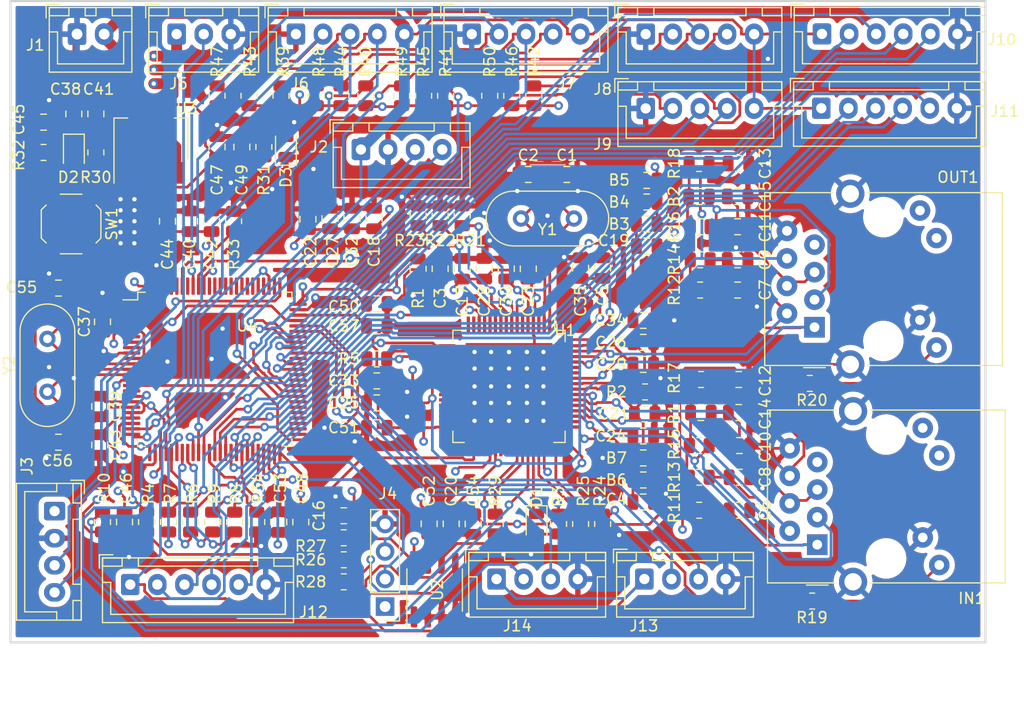
<source format=kicad_pcb>
(kicad_pcb (version 20240108) (generator "pcbnew") (generator_version "8.0")
  (title_block (comment 4 "AISLER Project ID: DIRZJBAO"))
  (layers (0 "F.Cu" signal) (1 "In1.Cu" power "GND") (2 "In2.Cu" power "PWR") (31 "B.Cu" signal) (34 "B.Paste" user) (35 "F.Paste" user) (36 "B.SilkS" user "B.Silkscreen") (37 "F.SilkS" user "F.Silkscreen") (38 "B.Mask" user) (39 "F.Mask" user) (44 "Edge.Cuts" user))
  (net 0 "")
  (net 1 "+1V2")
  (net 2 "VDD12TX1")
  (net 3 "+3.3V")
  (net 4 "+3.3VA")
  (net 5 "GND")
  (net 6 "DAC1")
  (net 7 "Net-(D1-K)")
  (net 8 "Net-(D1-A)")
  (net 9 "FXLOSA")
  (net 10 "FXLOSB")
  (net 11 "FXLOSEN")
  (net 12 "GPIO0")
  (net 13 "GPIO1")
  (net 14 "Net-(U2-SDA)")
  (net 15 "Net-(U2-SCL)")
  (net 16 "SPI_SCK")
  (net 17 "SPI_CS")
  (net 18 "SPI_MISO")
  (net 19 "SPI_MOSI")
  (net 20 "I2C_SDA")
  (net 21 "I2C_SCL")
  (net 22 "IRQ")
  (net 23 "+5V")
  (net 24 "TXPA")
  (net 25 "TXNA")
  (net 26 "RXPA")
  (net 27 "RXNA")
  (net 28 "TXPB")
  (net 29 "TXNB")
  (net 30 "RXPB")
  (net 31 "RXNB")
  (net 32 "Net-(IN1-Pad9)")
  (net 33 "Net-(OUT1-Pad9)")
  (net 34 "NRST")
  (net 35 "SWCLK")
  (net 36 "SWDIO")
  (net 37 "RX")
  (net 38 "TX")
  (net 39 "/STM32F4/BOOT1")
  (net 40 "I2C2_SCL")
  (net 41 "ENC1_Z")
  (net 42 "ENC1_B")
  (net 43 "ENC1_A")
  (net 44 "I2C2_SDA")
  (net 45 "ENC2_A")
  (net 46 "ENC2_B")
  (net 47 "ENC2_Z")
  (net 48 "ENC3_A")
  (net 49 "ENC3_B")
  (net 50 "ENC3_Z")
  (net 51 "ENC4_A")
  (net 52 "ENC4_B")
  (net 53 "ENC4_Z")
  (net 54 "Net-(IN1-RCT)")
  (net 55 "Net-(OUT1-RCT)")
  (net 62 "Net-(U1-OSCI)")
  (net 63 "Net-(U1-OSCO)")
  (net 64 "Net-(U1-~{RST})")
  (net 65 "Net-(U4-VCAP_1)")
  (net 66 "Net-(U4-PH0)")
  (net 67 "Net-(U4-PH1)")
  (net 68 "Net-(U4-VCAP_2)")
  (net 69 "Net-(D2-A)")
  (net 70 "Net-(D3-A)")
  (net 71 "Net-(U1-RBIAS)")
  (net 72 "Net-(U1-SYNC0{slash}LATCH0)")
  (net 73 "SYNC0")
  (net 74 "Net-(U1-SYNC1{slash}LATCH1)")
  (net 75 "SYNC1")
  (net 76 "Net-(U1-D0{slash}AD0{slash}WD_STATE{slash}SI{slash}SIO0)")
  (net 77 "Net-(U1-D1{slash}AD1{slash}EOF{slash}SO{slash}SIO1)")
  (net 78 "Net-(U1-D5{slash}AD5{slash}OUTVALID{slash}SCS#)")
  (net 79 "Net-(U1-D9{slash}AD9{slash}LATCH_IN{slash}SCK)")
  (net 80 "Net-(U1-IRQ)")
  (net 81 "Net-(U4-BOOT0)")
  (net 122 "STEP1_DIR")
  (net 123 "STEP1_STEP")
  (net 124 "STEP2_DIR")
  (net 126 "STEP2_STEP")
  (net 143 "IO1")
  (net 144 "IO2")
  (net 145 "IO3")
  (net 146 "IO4")
  (net 147 "IO5")
  (net 148 "IO6")
  (net 149 "IO7")
  (net 150 "IO8")
  (net 151 "IO9")
  (net 152 "IO10")
  (net 153 "IO11")
  (net 154 "IO12")
  (footprint "Connector_JST:JST_XH_B5B-XH-A_1x05_P2.50mm_Vertical" (layer "F.Cu") (at 201.074 65.532)
    (property "Reference" "J8")
    (property "Value" "Encoder 3")
  )
  (footprint "Package_QFP:TQFP-64-1EP_10x10mm_P0.5mm_EP8x8mm" (layer "F.Cu") (at 188.468 98.044 -90)
    (property "Reference" "U1")
    (property "Value" "LAN9252_PT")
  )
  (footprint "Package_SO:SOIC-8_3.9x4.9mm_P1.27mm" (layer "F.Cu") (at 181.61 116.84 90)
    (property "Reference" "U2")
    (property "Value" "AT24CS32-SSHM")
  )
  (footprint "Resistor_SMD:R_0805_2012Metric" (layer "F.Cu") (at 193.04 110.744 -90)
    (property "Reference" "R3")
    (property "Value" "1k")
  )
  (footprint "Capacitor_SMD:C_0805_2012Metric" (layer "F.Cu") (at 190.246 87.188 90)
    (property "Reference" "C23")
    (property "Value" "0.1uF")
  )
  (footprint "Connector_JST:JST_XH_B4B-XH-A_1x04_P2.50mm_Vertical" (layer "F.Cu") (at 146.558 109.554 -90)
    (property "Reference" "J3")
    (property "Value" "STLINK")
  )
  (footprint "Connector_PinHeader_2.54mm:PinHeader_1x04_P2.54mm_Vertical" (layer "F.Cu") (at 177.038 118.364 180)
    (property "Reference" "J4")
    (property "Value" "I2C bus2")
  )
  (footprint "Connector_JST:JST_XH_B5B-XH-A_1x05_P2.50mm_Vertical" (layer "F.Cu") (at 201.074 72.39)
    (property "Reference" "J9")
    (property "Value" "Encoder 4")
  )
  (footprint "Resistor_SMD:R_0805_2012Metric" (layer "F.Cu") (at 178.562 71.2235 -90)
    (property "Reference" "R49")
    (property "Value" "1k")
  )
  (footprint "Capacitor_SMD:C_0805_2012Metric" (layer "F.Cu") (at 200.848 106.68)
    (property "Reference" "B6")
    (property "Value" "BLM18EG221SN1D")
  )
  (footprint "Capacitor_SMD:C_0805_2012Metric" (layer "F.Cu") (at 145.542 73.66 180)
    (property "Reference" "C45")
    (property "Value" "0.1uF")
  )
  (footprint "Crystal:Crystal_HC49-U_Vertical" (layer "F.Cu") (at 145.899 98.534 90)
    (property "Reference" "Y2")
    (property "Value" "8 MHz")
  )
  (footprint "Resistor_SMD:R_0805_2012Metric" (layer "F.Cu") (at 206.0115 109.474 180)
    (property "Reference" "R11")
    (property "Value" "49.9")
  )
  (footprint "LED_SMD:LED_0805_2012Metric" (layer "F.Cu") (at 191.008 110.744 -90)
    (property "Reference" "D1")
    (property "Value" "Green led")
  )
  (footprint "Capacitor_SMD:C_0805_2012Metric" (layer "F.Cu") (at 200.98 100.584)
    (property "Reference" "C21")
    (property "Value" "0.1uF")
  )
  (footprint "Resistor_SMD:R_0805_2012Metric" (layer "F.Cu") (at 173.228 116.078 180)
    (property "Reference" "R28")
    (property "Value" "22")
  )
  (footprint "Connector_JST:JST_XH_B4B-XH-A_1x04_P2.50mm_Vertical" (layer "F.Cu") (at 187.318 115.824)
    (property "Reference" "J14")
    (property "Value" "Stepper 2")
  )
  (footprint "Resistor_SMD:R_0805_2012Metric" (layer "F.Cu") (at 157.075 110.562 90)
    (property "Reference" "R7")
    (property "Value" "22")
  )
  (footprint "Resistor_SMD:R_0805_2012Metric" (layer "F.Cu") (at 187.198 110.744 -90)
    (property "Reference" "R29")
    (property "Value" "22")
  )
  (footprint "Capacitor_SMD:C_0805_2012Metric" (layer "F.Cu") (at 200.848 91.948)
    (property "Reference" "C34")
    (property "Value" "0.1uF")
  )
  (footprint "Capacitor_SMD:C_0805_2012Metric" (layer "F.Cu") (at 200.848 102.616)
    (property "Reference" "C24")
    (property "Value" "0.1uF")
  )
  (footprint "Capacitor_SMD:C_0805_2012Metric" (layer "F.Cu") (at 195.072 87.122 90)
    (property "Reference" "C35")
    (property "Value" "0.1uF")
  )
  (footprint "Resistor_SMD:R_0805_2012Metric" (layer "F.Cu") (at 167.444 71.2235 -90)
    (property "Reference" "R39")
    (property "Value" "1k")
  )
  (footprint "Resistor_SMD:R_0805_2012Metric" (layer "F.Cu") (at 145.542 76.454)
    (property "Reference" "R32")
    (property "Value" "1k")
  )
  (footprint "Capacitor_SMD:C_0805_2012Metric" (layer "F.Cu") (at 150.979 92.086 90)
    (property "Reference" "C37")
    (property "Value" "0.1uF")
  )
  (footprint "Capacitor_SMD:C_0805_2012Metric" (layer "F.Cu") (at 167.235 110.562 -90)
    (property "Reference" "C53")
    (property "Value" "2.2uF")
  )
  (footprint "Capacitor_SMD:C_0805_2012Metric" (layer "F.Cu") (at 148.336 72.898 90)
    (property "Reference" "C38")
    (property "Value" "0.1uF")
  )
  (footprint "Capacitor_SMD:C_0805_2012Metric" (layer "F.Cu") (at 169.926 82.616 90)
    (property "Reference" "C22")
    (property "Value" "0.1uF")
  )
  (footprint "Capacitor_SMD:C_0805_2012Metric" (layer "F.Cu") (at 185.166 110.744 -90)
    (property "Reference" "C54")
    (property "Value" "0.1uF")
  )
  (footprint "Capacitor_SMD:C_0805_2012Metric" (layer "F.Cu") (at 209.55 86.36 180)
    (property "Reference" "C9")
    (property "Value" "10pF")
  )
  (footprint "Capacitor_SMD:C_0805_2012Metric" (layer "F.Cu") (at 163.83 75.946 90)
    (property "Reference" "C49")
    (property "Value" "10uF")
  )
  (footprint "Resistor_SMD:R_0805_2012Metric" (layer "F.Cu") (at 195.072 110.744 -90)
    (property "Reference" "R25")
    (property "Value" "10k")
  )
  (footprint "Capacitor_SMD:C_0805_2012Metric" (layer "F.Cu") (at 169.267 110.562 -90)
    (property "Reference" "C48")
    (property "Value" "0.1uF")
  )
  (footprint "Capacitor_SMD:C_0805_2012Metric" (layer "F.Cu") (at 150.725 99.894 -90)
    (property "Reference" "C39")
    (property "Value" "0.1uF")
  )
  (footprint "Resistor_SMD:R_0805_2012Metric" (layer "F.Cu") (at 206.0975 86.36 180)
    (property "Reference" "R14")
    (property "Value" "49.9")
  )
  (footprint "Resistor_SMD:R_0805_2012Metric" (layer "F.Cu") (at 182.118 82.296 90)
    (property "Reference" "R22")
    (property "Value" "10k")
  )
  (footprint "Resistor_SMD:R_0805_2012Metric" (layer "F.Cu") (at 150.368 76.454 90)
    (property "Reference" "R30")
    (property "Value" "1k")
  )
  (footprint "Resistor_SMD:R_0805_2012Metric" (layer "F.Cu") (at 206.0975 83.312 180)
    (property "Reference" "R16")
    (property "Value" "49.9")
  )
  (footprint "Capacitor_SMD:C_0805_2012Metric" (layer "F.Cu") (at 171.958 82.55 90)
    (property "Reference" "C27")
    (property "Value" "0.1uF")
  )
  (footprint "Capacitor_SMD:C_0805_2012Metric" (layer "F.Cu") (at 184.15 87.188 90)
    (property "Reference" "C17")
    (property "Value" "0.1uF")
  )
  (footprint "Crystal:Crystal_HC49-U_Vertical" (layer "F.Cu") (at 189.574 82.55)
    (property "Reference" "Y1")
    (property "Value" "25MHz")
  )
  (footprint "Resistor_SMD:R_0805_2012Metric" (layer "F.Cu") (at 206.0975 89.154 180)
    (property "Reference" "R12")
    (property "Value" "49.9")
  )
  (footprint "Resistor_SMD:R_0805_2012Metric" (layer "F.Cu") (at 182.626 71.2235 -90)
    (property "Reference" "R41")
    (property "Value" "1k")
  )
  (footprint "Resistor_SMD:R_0805_2012Metric" (layer "F.Cu") (at 180.594 71.2235 -90)
    (property "Reference" "R45")
    (property "Value" "1k")
  )
  (footprint "Connector_JST:JST_XH_B3B-XH-A_1x03_P2.50mm_Vertical" (layer "F.Cu") (at 157.814 65.532)
    (property "Reference" "J5")
    (property "Value" "DAC1")
  )
  (footprint "Capacitor_SMD:C_0805_2012Metric" (layer "F.Cu") (at 176.276 92.456 180)
    (property "Reference" "C57")
    (property "Value" "2.2uF")
  )
  (footprint "Connector_JST:JST_XH_B6B-XH-A_1x06_P2.50mm_Vertical" (layer "F.Cu") (at 153.536 116.332)
    (property "Reference" "J12")
    (property "Value" "Conn_01x06_Pin")
  )
  (footprint "Capacitor_SMD:C_0805_2012Metric" (layer "F.Cu") (at 209.6262 77.47 180)
    (property "Reference" "C13")
    (property "Value" "10pF")
  )
  (footprint "Capacitor_SMD:C_0805_2012Metric" (layer "F.Cu") (at 201.168 85.09)
    (property "Reference" "C19")
    (property "Value" "0.1uF")
  )
  (footprint "Capacitor_SMD:C_0805_2012Metric" (layer "F.Cu") (at 209.652 97.409 180)
    (property "Reference" "C12")
    (property "Value" "10pF")
  )
  (footprint "Resistor_SMD:R_0805_2012Metric" (layer "F.Cu") (at 176.276 95.504 180)
    (property "Reference" "R5")
    (property "Value" "22")
  )
  (footprint "Connector_JST:JST_XH_B2B-XH-A_1x02_P2.50mm_Vertical" (layer "F.Cu") (at 148.63 65.532)
    (property "Reference" "J1")
    (property "Value" "Conn_01x02_Pin")
  )
  (footprint "Capacitor_SMD:C_0805_2012Metric" (layer "F.Cu") (at 159.004 82.804 90)
    (property "Reference" "C40")
    (property "Value" "0.1uF")
  )
  (footprint "HakansLibrary:PulseJack JB0011D01BNL" (layer "F.Cu") (at 216.896 112.649 -90)
    (property "Reference" "IN1")
    (property "Value" "J0011D01BNL")
  )
  (footprint "Connector_JST:JST_XH_B4B-XH-A_1x04_P2.50mm_Vertical" (layer "F.Cu") (at 174.812 76.183)
    (property "Reference" "J2")
    (property "Value" "Serial usart1")
  )
  (footprint "Resistor_SMD:R_0805_2012Metric" (layer "F.Cu") (at 161.544 71.2235 -90)
    (property "Reference" "R47")
    (property "Value" "1k")
  )
  (footprint "Capacitor_SMD:C_0805_2012Metric" (layer "F.Cu") (at 209.718 103.505 180)
    (property "Reference" "C10")
    (property "Value" "10pF")
  )
  (footprint "Capacitor_SMD:C_0805_2012Metric" (layer "F.Cu") (at 205.994 80.518)
    (property "Reference" "B2")
    (property "Value" "BLM18EG221S")
  )
  (footprint "Resistor_SMD:R_0805_2012Metric" (layer "F.Cu") (at 150.979 110.562 90)
    (property "Reference" "R10")
    (property "Value" "22")
  )
  (footprint "Resistor_SMD:R_0805_2012Metric" (layer "F.Cu") (at 201.0175 98.552 180)
    (property "Reference" "R2")
    (property "Value" "12.1k")
  )
  (footprint "Capacitor_SMD:C_0805_2012Metric" (layer "F.Cu") (at 209.718 106.426 180)
    (property "Reference" "C8")
    (property "Value" "10pF")
  )
  (footprint "Capacitor_SMD:C_0805_2012Metric" (layer "F.Cu") (at 206.162 100.457)
    (property "Reference" "B1")
    (property "Value" "BLM18EG221S")
  )
  (footprint "Capacitor_SMD:C_0805_2012Metric" (layer "F.Cu") (at 161.544 75.946 90)
    (property "Reference" "C47")
    (property "Value" "0.1uF")
  )
  (footprint "Resistor_SMD:R_0805_2012Metric" (layer "F.Cu") (at 205.994 77.47 180)
    (property "Reference" "R18")
    (property "Value" "49.9")
  )
  (footprint "Capacitor_SMD:C_0805_2012Metric" (layer "F.Cu") (at 209.718 109.474 180)
    (property "Reference" "C6")
    (property "Value" "10pF")
  )
  (footprint "Connector_JST:JST_XH_B6B-XH-A_1x06_P2.50mm_Vertical" (layer "F.Cu") (at 217.33 65.515)
    (property "Reference" "J10")
    (property "Value" "Conn_01x06_Pin")
  )
  (footprint "Resistor_SMD:R_0805_2012Metric" (layer "F.Cu") (at 173.228 114.046 180)
    (property "Reference" "R26")
    (property "Value" "2k")
  )
  (footprint "Capacitor_SMD:C_0805_2012Metric" (layer "F.Cu") (at 200.848 96.012)
    (property "Reference" "C29")
    (property "Value" "0.1uF")
  )
  (footprint "Capacitor_SMD:C_0805_2012Metric" (layer "F.Cu") (at 201.168 83.058 180)
    (property "Reference" "B3")
    (property "Value" "BLM18EG221SN1D")
  )
  (footprint "Resistor_SMD:R_0805_2012Metric" (layer "F.Cu") (at 216.428 117.856)
    (property "Reference" "R19")
    (property "Value" "1k")
  )
  (footprint "Capacitor_SMD:C_0805_2012Metric" (layer "F.Cu") (at 209.55 83.312 180)
    (property "Reference" "C11")
    (property "Value" "10pF")
  )
  (footprint "Capacitor_SMD:C_0805_2012Metric" (layer "F.Cu") (at 153.011 110.562 -90)
    (property "Reference" "C46")
    (property "Value" "0.1uF")
  )
  (footprint "Capacitor_SMD:C_0805_2012Metric" (layer "F.Cu") (at 200.848 104.648)
    (property "Reference" "B7")
    (property "Value" "BLM18EG221SN1D")
  )
  (footprint "Capacitor_SMD:C_0805_2012Metric" (layer "F.Cu") (at 209.55 80.518 180)
    (property "Reference" "C15")
    (property "Value" "0.1uF")
  )
  (footprint "Package_QFP:LQFP-100_14x14mm_P0.5mm" (layer "F.Cu") (at 161.338 96.465)
    (property "Reference" "U4")
    (property "Value" "STM32F407VGT6")
  )
  (footprint "Capacitor_SMD:C_0805_2012Metric" (layer "F.Cu") (at 186.182 87.188 90)
    (property "Reference" "C28")
    (property "Value" "0.1uF")
  )
  (footprint "Capacitor_SMD:C_0805_2012Metric" (layer "F.Cu") (at 176.276 101.854 180)
    (property "Reference" "C51")
    (property "Value" "0.1uF")
  )
  (footprint "Capacitor_SMD:C_0805_2012Metric" (layer "F.Cu") (at 182.118 87.188 -90)
    (property "Reference" "C3")
    (property "Value" "0.1uF")
  )
  (footprint "Resistor_SMD:R_0805_2012Metric" (layer "F.Cu") (at 164.494 71.2235 -90)
    (property "Reference" "R43")
    (property "Value" "1k")
  )
  (footprint "Connector_JST:JST_XH_B5B-XH-A_1x05_P2.50mm_Vertical" (layer "F.Cu") (at 185.032 65.532)
    (property "Reference" "J7")
    (property "Value" "Encoder 2")
  )
  (footprint "Connector_JST:JST_XH_B5B-XH-A_1x05_P2.50mm_Vertical" (layer "F.Cu") (at 168.816 65.532)
    (property "Reference" "J6")
    (property "Value" "Encoder 1")
  )
  (footprint "Resistor_SMD:R_0805_2012Metric" (layer "F.Cu") (at 186.69 71.2235 -90)
    (property "Reference" "R50")
    (property "Value" "1k")
  )
  (footprint "Button_Switch_SMD:SW_Push_1P1T_XKB_TS-1187A" (layer "F.Cu") (at 148.082 83.058 -90)
    (property "Reference" "SW1")
    (property "Value" "SW_Push")
  )
  (footprint "Resistor_SMD:R_0805_2012Metric" (layer "F.Cu") (at 161.139 110.562 90)
    (property "Reference" "R9")
    (property "Value" "22")
  )
  (footprint "Resistor_SMD:R_0805_2012Metric" (layer "F.Cu") (at 172.974 71.2235 -90)
    (property "Reference" "R44")
    (property "Value" "1k")
  )
  (footprint "Capacitor_SMD:C_0805_2012Metric" (layer "F.Cu") (at 173.228 109.982)
    (property "Reference" "C16")
    (property "Value" "0.1uF")
  )
  (footprint "Capacitor_SMD:C_0805_2012Metric" (layer "F.Cu") (at 176.276 99.568 180)
    (property "Reference" "C25")
    (property "Value" "0.1uF")
  )
  (footprint "LED_SMD:LED_0805_2012Metric" (layer "F.Cu") (at 167.894 75.946 90)
    (property "Reference" "D3")
    (property "Value" "Blue led")
  )
  (footprint "Capacitor_SMD:C_0805_2012Metric" (layer "F.Cu") (at 176.276 97.536 180)
    (property "Reference" "C33")
    (property "Value" "0.1uF")
  )
  (footprint "Resistor_SMD:R_0805_2012Metric" (layer "F.Cu") (at 155.043 110.562 90)
    (property "Reference" "R4")
    (property "Value" "22")
  )
  (footprint "Connector_JST:JST_XH_B4B-XH-A_1x04_P2.50mm_Vertical" (layer "F.Cu") (at 200.954 115.824)
    (property "Reference" "J13")
    (property "Value" "Stepper 1")
  )
  (footprint "Capacitor_SMD:C_0805_2012Metric" (layer "F.Cu") (at 201.168 81.026 180)
    (property "Reference" "B4")
    (property "Value" "BLM18EG221SN1D")
  )
  (footprint "Connector_JST:JST_XH_B6B-XH-A_1x06_P2.50mm_Vertical" (layer "F.Cu") (at 217.27 72.373)
    (property "Reference" "J11")
    (property "Value" "Conn_01x06_Pin")
  )
  (footprint "Resistor_SMD:R_0805_2012Metric" (layer "F.Cu") (at 165.862 75.946 -90)
    (property "Reference" "R31")
    (property "Value" "1k")
  )
  (footprint "Resistor_SMD:R_0805_2012Metric" (layer "F.Cu") (at 206.0115 106.426 180)
    (property "Reference" "R13")
    (property "Value" "49.9")
  )
  (footprint "Capacitor_SMD:C_0805_2012Metric" (layer "F.Cu") (at 150.368 72.898 90)
    (property "Reference" "C41")
    (property "Value" "10uF")
  )
  (footprint "Capacitor_SMD:C_0805_2012Metric" (layer "F.Cu") (at 197.104 87.122 90)
    (property "Reference" "C5")
    (property "Value" "1uF")
  )
  (footprint "Capacitor_SMD:C_0805_2012Metric" (layer "F.Cu") (at 190.246 78.486)
    (property "Reference" "C2")
    (property "Value" "20pF")
  )
  (footprint "Capacitor_SMD:C_0805_2012Metric" (layer "F.Cu") (at 200.848 93.98)
    (property "Reference" "C26")
    (property "Value" "0.1uF")
  )
  (footprint "LED_SMD:LED_0805_2012Metric" (layer "F.Cu") (at 148.336 76.454 -90)
    (property "Reference" "D2")
    (property "Value" "Blue led")
  )
  (footprint "Capacitor_SMD:C_0805_2012Metric" (layer "F.Cu") (at 173.99 82.55 90)
    (property "Reference" "C32")
    (property "Value" "0.1uF")
  )
  (footprint "Resistor_SMD:R_0805_2012Metric" (layer "F.Cu") (at 170.688 71.2235 -90)
    (property "Reference" "R48")
    (property "Value" "1k")
  )
  (footprint "Resistor_SMD:R_0805_2012Metric" (layer "F.Cu") (at 175.26 71.2235 -90)
    (property "Reference" "R40")
    (property "Value" "1k")
  )
  (footprint "Package_TO_SOT_SMD:SOT-223-3_TabPin2" (layer "F.Cu") (at 155.448 75.184 90)
    (property "Reference" "U3")
    (property "Value" "AMS1117-3.3")
  )
  (footprint "Capacitor_SMD:C_0805_2012Metric" (layer "F.Cu") (at 176.022 82.55 90)
    (property "Reference" "C18")
    (property "Value" "0.1uF")
  )
  (footprint "Capacitor_SMD:C_0805_2012Metric" (layer "F.Cu") (at 161.036 82.804 90)
    (property "Reference" "C42")
    (property "Value" "0.1uF")
  )
  (footprint "Resistor_SMD:R_0805_2012Metric" (layer "F.Cu") (at 216.2102 97.7646)
    (property "Reference" "R20")
    (property "Value" "1k")
  )
  (footprint "Resistor_SMD:R_0805_2012Metric" (layer "F.Cu") (at 206.182 97.409 180)
    (property "Reference" "R17")
    (property "Value" "49.9")
  )
  (footprint "Resistor_SMD:R_0805_2012Metric" (layer "F.Cu") (at 180.086 82.296 90)
    (property "Reference" "R23")
    (property "Value" "10k")
  )
  (footprint "Capacitor_SMD:C_0805_2012Metric" (layer "F.Cu") (at 150.725 103.45 -90)
    (property "Reference" "C43")
    (property "Value" "0.1uF")
  )
  (footprint "Resistor_SMD:R_0805_2012Metric" (layer "F.Cu") (at 163.068 82.804 -90)
    (property "Reference" "R33")
    (property "Value" "22")
  )
  (footprint "Resistor_SMD:R_0805_2012Metric" (layer "F.Cu") (at 180.086 87.188 -90)
    (property "Reference" "R1")
    (property "Value" "10k")
  )
  (footprint "Resistor_SMD:R_0805_2012Metric" (layer "F.Cu") (at 173.228 112.014 180)
    (property "Reference" "R27")
    (property "Value" "2k")
  )
  (footprint "Capacitor_SMD:C_0805_2012Metric" (layer "F.Cu") (at 146.915 88.972)
    (property "Reference" "C55")
    (property "Value" "22pF")
  )
  (footprint "Capacitor_SMD:C_0805_2012Metric" (layer "F.Cu") (at 209.652 100.457 180)
    (property "Reference" "C14")
    (property "Value" "0.1uF")
  )
  (footprint "Capacitor_SMD:C_0805_2012Metric" (layer "F.Cu") (at 146.915 103.196)
    (property "Reference" "C56")
    (property "Value" "22pF")
  )
  (footprint "HakansLibrary:PulseJack JB0011D01BNL" (layer "F.Cu") (at 216.642 92.583 -90)
    (property "Reference" "OUT1")
    (property "Value" "J0011D01BNL")
  )
  (footprint "Resistor_SMD:R_0805_2012Metric" (layer "F.Cu") (at 190.754 71.2235 -90)
    (property "Reference" "R42")
    (property "Value" "1k")
  )
  (footprint "Capacitor_SMD:C_0805_2012Metric" (layer "F.Cu") (at 201.168 79.032 180)
    (property "Reference" "B5")
    (property "Value" "BLM18EG221SN1D")
  )
  (footprint "Capacitor_SMD:C_0805_2012Metric" (layer "F.Cu") (at 183.134 110.724 -90)
    (property "Reference" "C20")
    (property "Value" "0.1uF")
  )
  (footprint "Capacitor_SMD:C_0805_2012Metric" (layer "F.Cu") (at 156.972 82.804 90)
    (property "Reference" "C44")
    (property "Value" "0.1uF")
  )
  (footprint "Resistor_SMD:R_0805_2012Metric" (layer "F.Cu") (at 163.171 110.562 90)
    (property "Reference" "R8")
    (property "Value" "22")
  )
  (footprint "Resistor_SMD:R_0805_2012Metric" (layer "F.Cu") (at 159.107 110.562 90)
    (property "Reference" "R6")
    (property "Value" "22")
  )
  (footprint "Capacitor_SMD:C_0805_2012Metric" (layer "F.Cu") (at 200.848 108.712)
    (property "Reference" "C4")
    (property "Value" "470pF")
  )
  (footprint "Capacitor_SMD:C_0805_2012Metric" (layer "F.Cu") (at 188.214 87.188 90)
    (property "Reference" "C30")
    (property "Value" "0.1uF")
  )
  (footprint "Resistor_SMD:R_0805_2012Metric" (layer "F.Cu") (at 188.722 71.2235 -90)
    (property "Reference" "R46")
    (property "Value" "1k")
  )
  (footprint "Capacitor_SMD:C_0805_2012Metric" (layer "F.Cu") (at 209.55 89.154 180)
    (property "Reference" "C7")
    (property "Value" "10pF")
  )
  (footprint "Resistor_SMD:R_0805_2012Metric" (layer "F.Cu") (at 184.15 82.296 90)
    (property "Reference" "R21")
    (property "Value" "10k")
  )
  (footprint "Resistor_SMD:R_0805_2012Metric" (layer "F.Cu") (at 206.0115 103.505 180)
    (property "Reference" "R15")
    (property "Value" "49.9")
  )
  (footprint "Capacitor_SMD:C_0805_2012Metric" (layer "F.Cu") (at 193.802 78.486 180)
    (property "Reference" "C1")
    (property "Value" "20pF")
  )
  (footprint "Capacitor_SMD:C_0805_2012Metric" (layer "F.Cu") (at 176.276 90.424)
    (property "Reference" "C50")
    (property "Value" "0.1uF")
  )
  (footprint "Resistor_SMD:R_0805_2012Metric" (layer "F.Cu") (at 197.104 110.744 -90)
    (property "Reference" "R24")
    (property "Value" "10k")
  )
  (footprint "Resistor_SMD:R_0805_2012Metric" (layer "F.Cu") (at 165.203 110.562 90)
    (property "Reference" "R34")
    (property "Value" "22")
  )
  (footprint "Capacitor_SMD:C_0805_2012Metric" (layer "F.Cu") (at 181.102 110.724 -90)
    (property "Reference" "C52")
    (property "Value" "0.1uF")
  )
  (gr_rect (start 142.494 62.484) (end 232.41 121.666) (stroke (width 0.2)) (fill none) (layer "Edge.Cuts"))
  (segment (start 189.718 91.32613) (end 189.718 92.344) (width 0.25) (layer "F.Cu") (net 1))
  (segment (start 195.4307 102.8831) (end 198.1331 102.8831) (width 0.25) (layer "F.Cu") (net 1))
  (segment (start 195.072 88.072) (end 196.85 89.85) (width 0.25) (layer "F.Cu") (net 1))
  (segment (start 190.246 89.84214) (end 190.246 90.79813) (width 0.25) (layer "F.Cu") (net 1))
  (segment (start 189.5286 89.4526) (end 189.23 89.154) (width 0.25) (layer "F.Cu") (net 1))
  (segment (start 198.1554 87.0206) (end 198.1554 85.6791) (width 0.25) (layer "F.Cu") (net 1))
  (segment (start 187.4486 105.1124) (end 183.134 109.427) (width 0.25) (layer "F.Cu") (net 1))
  (segment (start 180.9803 99.568) (end 181.3972 99.1511) (width 0.25) (layer "F.Cu") (net 1))
  (segment (start 199.898 108.712) (end 199.898 106.68) (width 0.25) (layer "F.Cu") (net 1))
  (segment (start 196.85 89.85) (end 196.85 91.694) (width 0.25) (layer "F.Cu") (net 1))
  (segment (start 188.214 88.138) (end 189.5286 89.4526) (width 0.25) (layer "F.Cu") (net 1))
  (segment (start 195.072 88.072) (end 197.104 88.072) (width 0.25) (layer "F.Cu") (net 1))
  (segment (start 198.1554 85.6791) (end 197.3123 84.836) (width 0.25) (layer "F.Cu") (net 1))
  (segment (start 190.246 90.79813) (end 189.718 91.32613) (width 0.25) (layer "F.Cu") (net 1))
  (segment (start 187.218 104.8818) (end 187.4486 105.1124) (width 0.25) (layer "F.Cu") (net 1))
  (segment (start 197.104 88.072) (end 198.1554 87.0206) (width 0.25) (layer "F.Cu") (net 1))
  (segment (start 199.898 104.648) (end 199.898 106.68) (width 0.25) (layer "F.Cu") (net 1))
  (segment (start 181.3972 98.0895) (end 181.6927 97.794) (width 0.25) (layer "F.Cu") (net 1))
  (segment (start 189.5286 89.4526) (end 189.85646 89.4526) (width 0.25) (layer "F.Cu") (net 1))
  (segment (start 189.85646 89.4526) (end 190.246 89.84214) (width 0.25) (layer "F.Cu") (net 1))
  (segment (start 198.1331 102.8831) (end 199.898 104.648) (width 0.25) (layer "F.Cu") (net 1))
  (segment (start 182.768 97.794) (end 181.6927 97.794) (width 0.25) (layer "F.Cu") (net 1))
  (segment (start 177.226 99.568) (end 180.9803 99.568) (width 0.25) (layer "F.Cu") (net 1))
  (segment (start 197.3123 84.836) (end 195.834 84.836) (width 0.25) (layer "F.Cu") (net 1))
  (segment (start 181.3972 99.1511) (end 181.3972 98.0895) (width 0.25) (layer "F.Cu") (net 1))
  (segment (start 187.218 103.744) (end 187.218 104.8818) (width 0.25) (layer "F.Cu") (net 1))
  (via (at 181.3972 99.1511) (size 0.8) (drill 0.4) (layers "F.Cu" "B.Cu") (net 1))
  (via (at 187.4486 105.1124) (size 0.8) (drill 0.4) (layers "F.Cu" "B.Cu") (net 1))
  (via (at 195.834 84.836) (size 0.8) (drill 0.4) (layers "F.Cu" "B.Cu") (net 1))
  (via (at 189.23 89.154) (size 0.8) (drill 0.4) (layers "F.Cu" "B.Cu") (net 1))
  (via (at 195.4307 102.8831) (size 0.8) (drill 0.4) (layers "F.Cu" "B.Cu") (net 1))
  (via (at 196.85 91.694) (size 0.8) (drill 0.4) (layers "F.Cu" "B.Cu") (net 1))
  (segment (start 194.9911 102.4435) (end 195.4307 102.8831) (width 0.25) (layer "B.Cu") (net 1))
  (segment (start 182.5824 105.1124) (end 181.3972 103.9272) (width 0.25) (layer "B.Cu") (net 1))
  (segment (start 187.4486 105.1124) (end 187.4922 105.156) (width 0.25) (layer "B.Cu") (net 1))
  (segment (start 189.23 89.154) (end 191.596016 89.154) (width 0.25) (layer "B.Cu") (net 1))
  (segment (start 191.596016 89.154) (end 195.834 84.916016) (width 0.25) (layer "B.Cu") (net 1))
  (segment (start 187.4922 105.156) (end 194.056 105.156) (width 0.25) (layer "B.Cu") (net 1))
  (segment (start 181.3972 103.9272) (end 181.3972 99.1511) (width 0.25) (layer "B.Cu") (net 1))
  (segment (start 195.834 84.916016) (end 195.834 84.836) (width 0.25) (layer "B.Cu") (net 1))
  (segment (start 194.9911 104.2209) (end 194.9911 102.4435) (width 0.25) (layer "B.Cu") (net 1))
  (segment (start 194.9911 93.5529) (end 196.85 91.694) (width 0.25) (layer "B.Cu") (net 1))
  (segment (start 187.4486 105.1124) (end 182.5824 105.1124) (width 0.25) (layer "B.Cu") (net 1))
  (segment (start 194.056 105.156) (end 194.9911 104.2209) (width 0.25) (layer "B.Cu") (net 1))
  (segment (start 194.9911 102.4435) (end 194.9911 93.5529) (width 0.25) (layer "B.Cu") (net 1))
  (segment (start 194.168 98.294) (end 193.0927 98.294) (width 0.25) (layer "F.Cu") (net 2))
  (segment (start 201.798 106.68) (end 201.798 104.648) (width 0.25) (layer "F.Cu") (net 2))
  (segment (start 200.03 100.584) (end 200.848 101.402) (width 0.25) (layer "F.Cu") (net 2))
  (segment (start 195.5645 98.294) (end 195.6635 98.195) (width 0.25) (layer "F.Cu") (net 2))
  (segment (start 194.168 98.294) (end 195.5645 98.294) (width 0.25) (layer "F.Cu") (net 2))
  (segment (start 200.9716 95.0536) (end 200.9716 99.2538) (width 0.25) (layer "F.Cu") (net 2))
  (segment (start 200.848 103.698) (end 201.798 104.648) (width 0.25) (layer "F.Cu") (net 2))
  (segment (start 200.9716 99.2538) (end 200.0531 100.1723) (width 0.25) (layer "F.Cu") (net 2))
  (segment (start 196.6105 98.294) (end 198.1747 98.294) (width 0.25) (layer "F.Cu") (net 2))
  (segment (start 194.168 96.794) (end 193.0927 96.794) (width 0.25) (layer "F.Cu") (net 2))
  (segment (start 199.898 93.98) (end 200.9716 95.0536) (width 0.25) (layer "F.Cu") (net 2))
  (segment (start 195.6635 98.195) (end 196.5115 98.195) (width 0.25) (layer "F.Cu") (net 2))
  (segment (start 193.0927 96.794) (end 193.0927 98.294) (width 0.25) (layer "F.Cu") (net 2))
  (segment (start 200.848 101.402) (end 200.848 103.698) (width 0.25) (layer "F.Cu") (net 2))
  (segment (start 196.5115 98.195) (end 196.6105 98.294) (width 0.25) (layer "F.Cu") (net 2))
  (segment (start 198.1747 98.294) (end 200.0531 100.1723) (width 0.25) (layer "F.Cu") (net 2))
  (segment (start 150.725 102.5) (end 152.619 104.394) (width 0.25) (layer "F.Cu") (net 3))
  (segment (start 169.013 90.465) (end 169.451657 90.026343) (width 0.25) (layer "F.Cu") (net 3))
  (segment (start 203.454 83.566) (end 203.7508 83.8628) (width 0.25) (layer "F.Cu") (net 3))
  (segment (start 156.662461 101.724355) (end 156.662461 101.082323) (width 0.25) (layer "F.Cu") (net 3))
  (segment (start 160.471 75.823) (end 160.471 73.209) (width 0.25) (layer "F.Cu") (net 3))
  (segment (start 185.718 91.294) (end 185.418498 90.994498) (width 0.25) (layer "F.Cu") (net 3))
  (segment (start 204.931 83.058) (end 203.454 83.058) (width 0.25) (layer "F.Cu") (net 3))
  (segment (start 156.208477 100.628339) (end 156.208477 100.582477) (width 0.25) (layer "F.Cu") (net 3))
  (segment (start 178.1045 89.154) (end 178.1045 87.557) (width 0.25) (layer "F.Cu") (net 3))
  (segment (start 169.451657 90.026343) (end 169.451657 88.830303) (width 0.25) (layer "F.Cu") (net 3))
  (segment (start 177.226 101.854) (end 176.3947 101.854) (width 0.25) (layer "F.Cu") (net 3))
  (segment (start 178.1045 87.557) (end 179.386 86.2755) (width 0.25) (layer "F.Cu") (net 3))
  (segment (start 155.448 78.334) (end 154.3727 78.334) (width 0.25) (layer "F.Cu") (net 3))
  (segment (start 153.663 100.465) (end 154.5869 100.465) (width 0.25) (layer "F.Cu") (net 3))
  (segment (start 169.164 72.136) (end 170.688 72.136) (width 0.25) (layer "F.Cu") (net 3))
  (segment (start 203.454 83.058) (end 202.118 83.058) (width 0.25) (layer "F.Cu") (net 3))
  (segment (start 205.185 89.154) (end 205.185 86.36) (width 0.25) (layer "F.Cu") (net 3))
  (segment (start 184.3597 110.6003) (end 182.3336 110.6003) (width 0.25) (layer "F.Cu") (net 3))
  (segment (start 161.544 72.136) (end 164.494 72.136) (width 0.25) (layer "F.Cu") (net 3))
  (segment (start 154.66605 99.58795) (end 154.5431 99.465) (width 0.25) (layer "F.Cu") (net 3))
  (segment (start 188.722 72.136) (end 190.754 72.136) (width 0.25) (layer "F.Cu") (net 3))
  (segment (start 179.705 112.395) (end 179.745008 112.354992) (width 0.25) (layer "F.Cu") (net 3))
  (segment (start 182.2304 101.794) (end 181.6927 101.794) (width 0.25) (layer "F.Cu") (net 3))
  (segment (start 204.8663 106.1933) (end 204.8663 103.7377) (width 0.25) (layer "F.Cu") (net 3))
  (segment (start 179.9507 97.536) (end 181.6927 95.794) (width 0.25) (layer "F.Cu") (net 3))
  (segment (start 167.444 72.136) (end 169.164 72.136) (width 0.25) (layer "F.Cu") (net 3))
  (segment (start 185.718 92.344) (end 185.718 91.294) (width 0.25) (layer "F.Cu") (net 3))
  (segment (start 152.3778 92.965) (end 152.01899 93.32381) (width 0.25) (layer "F.Cu") (net 3))
  (segment (start 180.594 101.854) (end 180.594 103.124) (width 0.25) (layer "F.Cu") (net 3))
  (segment (start 205.0815 80.4805) (end 205.0815 77.47) (width 0.25) (layer "F.Cu") (net 3))
  (segment (start 193.04 109.8315) (end 192.127504 110.743996) (width 0.25) (layer "F.Cu") (net 3))
  (segment (start 170.688 72.136) (end 172.974 72.136) (width 0.25) (layer "F.Cu") (net 3))
  (segment (start 203.454 83.058) (end 203.454 83.566) (width 0.25) (layer "F.Cu") (net 3))
  (segment (start 176.3947 101.854) (end 176.3947 98.3673) (width 0.25) (layer "F.Cu") (net 3))
  (segment (start 161.544 76.896) (end 160.471 75.823) (width 0.25) (layer "F.Cu") (net 3))
  (segment (start 190.754 72.136) (end 193.04 72.136) (width 0.25) (layer "F.Cu") (net 3))
  (segment (start 189.4147 87.3067) (end 187.0133 87.3067) (width 0.25) (layer "F.Cu") (net 3))
  (segment (start 191.718 103.744) (end 191.718 105.62499) (width 0.25) (layer "F.Cu") (net 3))
  (segment (start 152.01899 93.32381) (end 152.01899 94.10699) (width 0.25) (layer "F.Cu") (net 3))
  (segment (start 180.34 109.012) (end 180.34 108.31) (width 0.25) (layer "F.Cu") (net 3))
  (segment (start 190.852979 90.042691) (end 191.008 89.88767) (width 0.25) (layer "F.Cu") (net 3))
  (segment (start 156.338 105.536) (end 155.702 106.172) (width 0.25) (layer "F.Cu") (net 3))
  (segment (start 154.5869 100.465) (end 154.8115 100.2404) (width 0.25) (layer "F.Cu") (net 3))
  (segment (start 180.594 72.136) (end 182.626 72.136) (width 0.25) (layer "F.Cu") (net 3))
  (segment (start 184.15 88.138) (end 183.388 88.9) (width 0.25) (layer "F.Cu") (net 3))
  (segment (start 179.578 97.536) (end 179.9507 97.536) (width 0.25) (layer "F.Cu") (net 3))
  (segment (start 205.185 83.312) (end 205.185 86.36) (width 0.25) (layer "F.Cu") (net 3))
  (segment (start 185.166 109.794) (end 184.3597 110.6003) (width 0.25) (layer "F.Cu") (net 3))
  (segment (start 185.418498 90.994498) (end 184.847787 90.994498) (width 0.25) (layer "F.Cu") (net 3))
  (segment (start 161.544 76.896) (end 163.83 76.896) (width 0.25) (layer "F.Cu") (net 3))
  (segment (start 153.663 99.465) (end 151.246 99.465) (width 0.25) (layer "F.Cu") (net 3))
  (segment (start 155.702 70.104) (end 157.226 70.104) (width 1) (layer "F.Cu") (net 3))
  (segment (start 190.218 92.344) (end 190.218 91.462526) (width 0.25) (layer "F.Cu") (net 3))
  (segment (start 193.04 108.895516) (end 192.948242 108.803758) (width 0.25) (layer "F.Cu") (net 3))
  (segment (start 151.246 99.465) (end 150.725 98.944) (width 0.25) (layer "F.Cu") (net 3))
  (segment (start 183.904606 105.50865) (end 183.525856 105.8874) (width 0.25) (layer "F.Cu") (net 3))
  (segment (start 153.011 108.307) (end 152.4 107.696) (width 0.25) (layer "F.Cu") (net 3))
  (segment (start 156.338 104.14) (end 156.338 102.048816) (width 0.25) (layer "F.Cu") (net 3))
  (segment (start 171.892 83.566) (end 169.926 83.566) (width 0.25) (layer "F.Cu") (net 3))
  (segment (start 190.246 88.138) (end 189.4147 87.3067) (width 0.25) (layer "F.Cu") (net 3))
  (segment (start 154.66605 99.58795) (end 154.9001 99.822) (width 0.25) (layer "F.Cu") (net 3))
  (segment (start 204.931 83.058) (end 204.931 80.631) (width 0.25) (layer "F.Cu") (net 3))
  (segment (start 176.3947 98.3673) (end 177.226 97.536) (width 0.25) (layer "F.Cu") (net 3))
  (segment (start 160.471 73.209) (end 161.544 72.136) (width 0.25) (layer "F.Cu") (net 3))
  (segment (start 155.9206 82.7026) (end 156.972 83.754) (width 0.25) (layer "F.Cu") (net 3))
  (segment (start 153.663 92.965) (end 152.3778 92.965) (width 0.25) (layer "F.Cu") (net 3))
  (segment (start 177.444749 81.686749) (end 177.444749 82.077251) (width 0.25) (layer "F.Cu") (net 3))
  (segment (start 186.182 88.138) (end 184.15 88.138) (width 0.25) (layer "F.Cu") (net 3))
  (segment (start 181.6327 101.854) (end 180.594 101.854) (width 0.25) (layer "F.Cu") (net 3))
  (segment (start 169.013 90.315001) (end 170.252005 89.075996) (width 0.25) (layer "F.Cu") (net 3))
  (segment (start 156.7734 79.6594) (end 155.448 78.334) (width 0.25) (layer "F.Cu") (net 3))
  (segment (start 157.814 65.532) (end 157.814 67.23) (width 1) (layer "F.Cu") (net 3))
  (segment (start 175.3507 72.2267) (end 176.784 72.2267) (width 0.25) (layer "F.Cu") (net 3))
  (segment (start 167.338 104.14) (end 169.267 106.069) (width 0.25) (layer "F.Cu") (net 3))
  (segment (start 205.2695 97.409) (end 205.2695 100.3995) (width 0.25) (layer "F.Cu") (net 3))
  (segment (start 185.166 109.794) (end 186.115996 110.743996) (width 0.25) (layer "F.Cu") (net 3))
  (segment (start 174.1405 110.0195) (end 174.1405 112.014) (width 0.25) (layer "F.Cu") (net 3))
  (segment (start 186.115996 110.743996) (end 189.23 110.743996) (width 0.25) (layer "F.Cu") (net 3))
  (segment (start 169.267 106.069) (end 169.267 107.95) (width 0.25) (layer "F.Cu") (net 3))
  (segment (start 156.338 102.048816) (end 156.662461 101.724355) (width 0.25) (layer "F.Cu") (net 3))
  (segment (start 182.768 95.794) (end 181.6927 95.794) (width 0.25) (layer "F.Cu") (net 3))
  (segment (start 156.662461 101.082323) (end 156.208477 100.628339) (width 0.25) (layer "F.Cu") (net 3))
  (segment (start 180.594 101.854) (end 177.226 101.854) (width 0.25) (layer "F.Cu") (net 3))
  (segment (start 180.594 72.136) (end 178.562 72.136) (width 0.25) (layer "F.Cu") (net 3))
  (segment (start 154.8115 100.2404) (end 154.8115 99.7334) (width 0.25) (layer "F.Cu") (net 3))
  (segment (start 154.3727 77.2587) (end 153.568 76.454) (width 0.25) (layer "F.Cu") (net 3))
  (segment (start 189.218 90.573135) (end 189.471 90.320135) (width 0.25) (layer "F.Cu") (net 3))
  (segment (start 174.1405 112.1086) (end 177.5418 112.1086) (width 0.25) (layer "F.Cu") (net 3))
  (segment (start 159.004 83.754) (end 156.972 83.754) (width 0.25) (layer "F.Cu") (net 3))
  (segment (start 153.011 109.612) (end 153.011 108.307) (width 0.25) (layer "F.Cu") (net 3))
  (segment (start 161.036 84.582) (end 160.528 85.09) (width 0.25) (layer "F.Cu") (net 3))
  (segment (start 190.852979 89.460579) (end 190.5464 89.154) (width 0.25) (layer "F.Cu") (net 3))
  (segment (start 179.578 97.536) (end 179.578 96.52) (width 0.25) (layer "F.Cu") (net 3))
  (segment (start 169.164 72.136) (end 169.164 71.12) (width 0.25) (layer "F.Cu") (net 3))
  (segment (start 154.5687 92.9894) (end 153.6873 92.9894) (width 0.25) (layer "F.Cu") (net 3))
  (segment (start 170.252005 89.075996) (end 173.895996 89.075996) (width 0.25) (layer "F.Cu") (net 3))
  (segment (start 157.48 68.834) (end 157.48 67.564) (width 1) (layer "F.Cu") (net 3))
  (segment (start 169.013 90.465) (end 169.013 90.315001) (width 0.25) (layer "F.Cu") (net 3))
  (segment (start 157.814 67.23) (end 157.480001 67.563999) (width 1) (layer "F.Cu") (net 3))
  (segment (start 173.99 83.5) (end 176.022 83.5) (width 0.25) (layer "F.Cu") (net 3))
  (segment (start 181.6927 101.794) (end 181.6327 101.854) (width 0.25) (layer "F.Cu") (net 3))
  (segment (start 152.26 100.965) (end 150.725 102.5) (width 0.25) (layer "F.Cu") (net 3))
  (segment (start 186.718 104.8193) (end 186.02865 105.50865) (width 0.25) (layer "F.Cu") (net 3))
  (segment (start 156.338 104.14) (end 156.338 105.536) (width 0.25) (layer "F.Cu") (net 3))
  (segment (start 190.852979 90.17) (end 190.852979 90.042691) (width 0.25) (layer "F.Cu") (net 3))
  (segment (start 157.48 71.1147) (end 157.48 69.85) (width 1) (layer "F.Cu") (net 3))
  (segment (start 205.099 109.474) (end 205.099 106.426) (width 0.25) (layer "F.Cu") (net 3))
  (segment (start 186.69 72.136) (end 188.722 72.136) (width 0.25) (layer "F.Cu") (net 3))
  (segment (start 158.7806 79.6594) (end 161.544 76.896) (width 0.25) (layer "F.Cu") (net 3))
  (segment (start 155.702 67.564) (end 155.701999 67.563999) (width 0.25) (layer "F.Cu") (net 3))
  (segment (start 202.118 79.032) (end 202.118 81.026) (width 0.25) (layer "F.Cu") (net 3))
  (segment (start 164.494 72.136) (end 167.444 72.136) (width 0.25) (layer "F.Cu") (net 3))
  (segment (start 172.974 72.136) (end 175.26 72.136) (width 0.25) (layer "F.Cu") (net 3))
  (segment (start 181.102 109.774) (end 180.34 109.012) (width 0.25) (layer "F.Cu") (net 3))
  (segment (start 156.7734 79.6594) (end 155.9206 80.5122) (width 0.25) (layer "F.Cu") (net 3))
  (segment (start 186.02865 105.50865) (end 183.904606 105.50865) (width 0.25) (layer "F.Cu") (net 3))
  (segment (start 192.127504 110.743996) (end 189.23 110.743996) (width 0.25) (layer "F.Cu") (net 3))
  (segment (start 168.656 85.09) (end 168.656 84.836) (width 0.25) (layer "F.Cu") (net 3))
  (segment (start 191.718 105.62499) (end 192.02401 105.931) (width 0.25) (layer "F.Cu") (net 3))
  (segment (start 154.8115 99.7334) (end 154.66605 99.58795) (width 0.25) (layer "F.Cu") (net 3))
  (segment (start 163.83 76.896) (end 165.8245 76.896) (width 0.25) (layer "F.Cu") (net 3))
  (segment (start 205.212 103.392) (end 205.212 100.457) (width 0.25) (layer "F.Cu") (net 3))
  (segment (start 177.5418 112.1086) (end 179.705 114.2718) (width 0.25) (layer "F.Cu") (net 3))
  (segment (start 202.118 77.964) (end 201.93 77.776) (width 0.25) (layer "F.Cu") (net 3))
  (segment (start 174.1405 114.046) (end 174.1405 112.1086) (width 0.25) (layer "F.Cu") (net 3))
  (segment (start 155.338 88.79) (end 154.322 88.79) (width 0.25) (layer "F.Cu") (net 3))
  (segment (start 177.226 97.536) (end 179.578 97.536) (width 0.25) (layer "F.Cu") (net 3))
  (segment (start 154.3727 78.334) (end 154.3727 77.2587) (width 0.25) (layer "F.Cu") (net 3))
  (segment (start 190.852979 90.17) (end 190.852979 89.460579) (width 0.25) (layer "F.Cu") (net 3))
  (segment (start 159.296 72.034) (end 160.471 73.209) (width 0.25) (layer "F.Cu") (net 3))
  (segment (start 190.5464 89.154) (end 190.5464 88.4384) (width 0.25) (layer "F.Cu") (net 3))
  (segment (start 177.444749 82.077251) (end 176.022 83.5) (width 0.25) (layer "F.Cu") (net 3))
  (segment (start 157.480001 67.563999) (end 155.701999 67.563999) (width 1) (layer "F.Cu") (net 3))
  (segment (start 154.8007 95.1939) (end 154.8007 93.2214) (width 0.25) (layer "F.Cu") (net 3))
  (segment (start 183.388 88.9) (end 183.388 89.154) (width 0.25) (layer "F.Cu") (net 3))
  (segment (start 168.656 84.836) (end 169.926 83.566) (width 0.25) (layer "F.Cu") (net 3))
  (segment (start 161.036 83.754) (end 159.004 83.754) (width 0.25) (layer "F.Cu") (net 3))
  (segment (start 190.218 91.462526) (end 190.852979 90.827547) (width 0.25) (layer "F.Cu") (net 3))
  (segment (start 182.626 72.136) (end 186.69 72.136) (width 0.25) (layer "F.Cu") (net 3))
  (segment (start 152.3778 92.965) (end 151.05 92.965) (width 0.25) (layer "F.Cu") (net 3))
  (segment (start 154.322 88.79) (end 153.924 88.392) (width 0.25) (layer "F.Cu") (net 3))
  (segment (start 174.178 109.982) (end 174.178 107.884) (width 0.25) (layer "F.Cu") (net 3))
  (segment (start 152.619 104.394) (end 152.908 104.394) (width 0.25) (layer "F.Cu") (net 3))
  (segment (start 176.596 89.154) (end 175.326 90.424) (width 0.25) (layer "F.Cu") (net 3))
  (segment (start 179.386 86.2755) (end 180.086 86.2755) (width 0.25) (layer "F.Cu") (net 3))
  (segment (start 202.118 81.026) (end 202.118 83.058) (width 0.25) (layer "F.Cu") (net 3))
  (segment (start 156.5607 72.034) (end 159.296 72.034) (width 0.25) (layer "F.Cu") (net 3))
  (segment (start 182.3336 110.6003) (end 181.5073 109.774) (width 0.25) (layer "F.Cu") (net 3))
  (segment (start 176.784 72.2267) (end 178.4713 72.2267) (width 0.25) (layer "F.Cu") (net 3))
  (segment (start 153.663 95.465) (end 154.5296 95.465) (width 0.25) (layer "F.Cu") (net 3))
  (segment (start 153.663 100.465) (end 153.663 100.965) (width 0.25) (layer "F.Cu") (net 3))
  (segment (start 156.7734 79.6594) (end 158.7806 79.6594) (width 0.25) (layer "F.Cu") (net 3))
  (segment (start 157.226 70.104) (end 157.48 69.85) (width 1) (layer "F.Cu") (net 3))
  (segment (start 189.218 92.344) (end 189.218 90.573135) (width 0.25) (layer "F.Cu") (net 3))
  (segment (start 202.118 79.032) (end 202.118 77.964) (width 0.25) (layer "F.Cu") (net 3))
  (segment (start 187.0133 87.3067) (end 186.182 88.138) (width 0.25) (layer "F.Cu") (net 3))
  (segment (start 190.852979 90.827547) (end 190.852979 90.17) (width 0.25) (layer "F.Cu") (net 3))
  (segment (start 155.702 68.834) (end 157.48 68.834) (width 1) (layer "F.Cu") (net 3))
  (segment (start 156.5607 72.034) (end 157.48 71.1147) (width 1) (layer "F.Cu") (net 3))
  (segment (start 153.568 76.454) (end 146.4545 76.454) (width 0.25) (layer "F.Cu") (net 3))
  (segment (start 179.705 114.365) (end 179.705 112.395) (width 0.25) (layer "F.Cu") (net 3))
  (segment (start 178.1045 89.154) (end 176.596 89.154) (width 0.25) (layer "F.Cu") (net 3))
  (segment (start 156.208477 100.582477) (end 155.448 99.822) (width 0.25) (layer "F.Cu") (net 3))
  (segment (start 193.04 109.8315) (end 193.04 108.895516) (width 0.25) (layer "F.Cu") (net 3))
  (segment (start 154.5296 95.465) (end 154.8007 95.1939) (width 0.25) (layer "F.Cu") (net 3))
  (segment (start 154.9001 99.822) (end 155.448 99.822) (width 0.25) (layer "F.Cu") (net 3))
  (segment (start 171.958 83.5) (end 173.99 83.5) (width 0.25) (layer "F.Cu") (net 3))
  (segment (start 161.036 83.754) (end 161.036 84.582) (width 0.25) (layer "F.Cu") (net 3))
  (segment (start 174.178 107.884) (end 173.99 107.696) (width 0.25) (layer "F.Cu") (net 3))
  (segment (start 153.663 100.965) (end 152.26 100.965) (width 0.25) (layer "F.Cu") (net 3))
  (segment (start 204.47 111.252) (end 204.47 110.103) (width 0.25) (layer "F.Cu") (net 3))
  (segment (start 155.9206 80.5122) (end 155.9206 82.7026) (width 0.25) (layer "F.Cu") (net 3))
  (segment (start 186.718 103.744) (end 186.718 104.8193) (width 0.25) (layer "F.Cu") (net 3))
  (segment (start 169.267 109.612) (end 169.267 107.95) (width 0.25) (layer "F.Cu") (net 3))
  (segment (start 173.895996 89.075996) (end 175.285 90.465) (width 0.25) (layer "F.Cu") (net 3))
  (segment (start 154.5431 99.465) (end 153.663 99.465) (width 0.25) (layer "F.Cu") (net 3))
  (segment (start 154.8007 93.2214) (end 154.5687 92.9894) (width 0.25) (layer "F.Cu") (net 3))
  (segment (start 204.47 110.103) (end 205.099 109.474) (width 0.25) (layer "F.Cu") (net 3))
  (via (at 180.34 108.31) (size 0.8) (drill 0.4) (layers "F.Cu" "B.Cu") (net 3))
  (via (at 152.01899 94.10699) (size 0.8) (drill 0.4) (layers "F.Cu" "B.Cu") (net 3))
  (via (at 152.908 104.394) (size 0.8) (drill 0.4) (layers "F.Cu" "B.Cu") (net 3))
  (via (at 204.47 111.252) (size 0.8) (drill 0.4) (layers "F.Cu" "B.Cu") (net 3))
  (via (at 183.388 89.154) (size 0.8) (drill 0.4) (layers "F.Cu" "B.Cu") (net 3))
  (via (at 168.656 85.09) (size 0.8) (drill 0.4) (layers "F.Cu" "B.Cu") (net 3))
  (via (at 155.702 70.104) (size 0.8) (drill 0.4) (layers "F.Cu" "B.Cu") (net 3))
  (via (at 160.528 85.09) (size 0.8) (drill 0.4) (layers "F.Cu" "B.Cu") (net 3))
  (via (at 193.04 72.136) (size 0.8) (drill 0.4) (layers "F.Cu" "B.Cu") (net 3))
  (via (at 153.924 88.392) (size 0.8) (drill 0.4) (layers "F.Cu" "B.Cu") (net 3))
  (via (at 177.444749 81.686749) (size 0.8) (drill 0.4) (layers "F.Cu" "B.Cu") (net 3))
  (via (at 191.008 89.88767) (size 0.8) (drill 0.4) (layers "F.Cu" "B.Cu") (net 3))
  (via (at 176.784 72.2267) (size 0.8) (drill 0.4) (layers "F.Cu" "B.Cu") (net 3))
  (via (at 183.525856 105.8874) (size 0.8) (drill 0.4) (layers "F.Cu" "B.Cu") (net 3))
  (via (at 155.702 67.564) (size 0.8) (drill 0.4) (layers "F.Cu" "B.Cu") (net 3))
  (via (at 201.93 77.776) (size 0.8) (drill 0.4) (layers "F.Cu" "B.Cu") (net 3))
  (via (at 173.99 107.696) (size 0.8) (drill 0.4) (layers "F.Cu" "B.Cu") (net 3))
  (via (at 152.4 107.696) (size 0.8) (drill 0.4) (layers "F.Cu" "B.Cu") (net 3))
  (via (at 184.658 72.136) (size 0.8) (drill 0.4) (layers "F.Cu" "B.Cu") (net 3))
  (via (at 169.267 107.95) (size 0.8) (drill 0.4) (layers "F.Cu" "B.Cu") (net 3))
  (via (at 180.594 103.124) (size 0.8) (drill 0.4) (layers "F.Cu" "B.Cu") (net 3))
  (via (at 178.1045 89.154) (size 0.8) (drill 0.4) (layers "F.Cu" "B.Cu") (net 3))
  (via (at 155.702 68.834) (size 0.8) (drill 0.4) (layers "F.Cu" "B.Cu") (net 3))
  (via (at 155.702 106.172) (size 0.8) (drill 0.4) (layers "F.Cu" "B.Cu") (net 3))
  (via (at 203.7508 83.8628) (size 0.8) (drill 0.4) (layers "F.Cu" "B.Cu") (net 3))
  (via (at 169.451657 88.830303) (size 0.8) (drill 0.4) (layers "F.Cu" "B.Cu") (net 3))
  (via (at 155.448 99.822) (size 0.8) (drill 0.4) (layers "F.Cu" "B.Cu") (net 3))
  (via (at 184.847787 90.994498) (size 0.8) (drill 0.4) (layers "F.Cu" "B.Cu") (net 3))
  (via (at 179.578 96.52) (size 0.8) (drill 0.4) (layers "F.Cu" "B.Cu") (net 3))
  (via (at 169.164 71.12) (size 0.8) (drill 0.4) (layers "F.Cu" "B.Cu") (net 3))
  (via (at 189.471 90.320135) (size 0.8) (drill 0.4) (layers "F.Cu" "B.Cu") (net 3))
  (via (at 192.02401 105.931) (size 0.8) (drill 0.4) (layers "F.Cu" "B.Cu") (net 3))
  (via (at 192.948242 108.803758) (size 0.8) (drill 0.4) (layers "F.Cu" "B.Cu") (net 3))
  (via (at 179.745008 112.354992) (size 0.8) (drill 0.4) (layers "F.Cu" "B.Cu") (net 3))
  (via (at 189.23 110.743996) (size 0.8) (drill 0.4) (layers "F.Cu" "B.Cu") (net 3))
  (segment (start 200.218 83.058) (end 200.218 85.09) (width 0.25) (layer "F.Cu") (net 4))
  (segment (start 200.218 79.032) (end 200.218 81.026) (width 0.25) (layer "F.Cu") (net 4))
  (segment (start 200.218 81.026) (end 200.218 83.058) (width 0.25) (layer "F.Cu") (net 4))
  (segment (start 195.1064 100.794) (end 195.9296 101.6172) (width 0.25) (layer "F.Cu") (net 4))
  (segment (start 194.168 100.794) (end 195.1064 100.794) (width 0.25) (layer "F.Cu") (net 4))
  (segment (start 199.4362 102.1542) (end 199.898 102.616) (width 0.25) (layer "F.Cu") (net 4))
  (segment (start 194.168 97.294) (end 196.798 97.294) (width 0.25) (layer "F.Cu") (net 4))
  (segment (start 195.9296 101.6172) (end 196.4666 102.1542) (width 0.25) (layer "F.Cu") (net 4))
  (segment (start 196.798 97.294) (end 197.0993 96.9927) (width 0.25) (layer "F.Cu") (net 4))
  (segment (start 196.4666 102.1542) (end 199.4362 102.1542) (width 0.25) (layer "F.Cu") (net 4))
  (segment (start 198.0876 93.7584) (end 198.0876 94.2499) (width 0.25) (layer "F.Cu") (net 4))
  (segment (start 199.898 91.948) (end 199.898 85.41) (width 0.25) (layer "F.Cu") (net 4))
  (segment (start 199.898 91.948) (end 198.0876 93.7584) (width 0.25) (layer "F.Cu") (net 4))
  (segment (start 194.168 94.294) (end 195.2433 94.294) (width 0.25) (layer "F.Cu") (net 4))
  (segment (start 198.0876 94.2499) (end 198.9649 95.1271) (width 0.25) (layer "F.Cu") (net 4))
  (segment (start 195.2874 94.2499) (end 195.2433 94.294) (width 0.25) (layer "F.Cu") (net 4))
  (segment (start 197.0993 96.9927) (end 198.9649 95.1271) (width 0.25) (layer "F.Cu") (net 4))
  (segment (start 198.9649 95.1271) (end 199.8497 96.012) (width 0.25) (layer "F.Cu") (net 4))
  (segment (start 198.0876 94.2499) (end 195.2874 94.2499) (width 0.25) (layer "F.Cu") (net 4))
  (via (at 197.0993 96.9927) (size 0.8) (drill 0.4) (layers "F.Cu" "B.Cu") (net 4))
  (via (at 195.9296 101.6172) (size 0.8) (drill 0.4) (layers "F.Cu" "B.Cu") (net 4))
  (segment (start 196.9993 96.9927) (end 197.0993 96.9927) (width 0.25) (layer "B.Cu") (net 4))
  (segment (start 195.4568 98.5352) (end 196.9993 96.9927) (width 0.25) (layer "B.Cu") (net 4))
  (segment (start 195.9296 101.6172) (end 195.4568 101.1444) (width 0.25) (layer "B.Cu") (net 4))
  (segment (start 195.4568 101.1444) (end 195.4568 98.5352) (width 0.25) (layer "B.Cu") (net 4))
  (segment (start 190.718 92.344) (end 190.718 93.3284) (width 0.25) (layer "F.Cu") (net 5))
  (segment (start 190.718 93.3284) (end 190.7181 93.3284) (width 0.25) (layer "F.Cu") (net 5))
  (segment (start 210.82 106.426) (end 211.836 107.442) (width 0.25) (layer "F.Cu") (net 5))
  (segment (start 173.99 81.6) (end 171.958 81.6) (width 0.25) (layer "F.Cu") (net 5))
  (segment (start 182.245 119.315) (end 180.975 119.315) (width 0.25) (layer "F.Cu") (net 5))
  (segment (start 155.611 105.2788) (end 152.908 105.2788) (width 0.25) (layer "F.Cu") (net 5))
  (segment (start 153.148 78.334) (end 153.148 80.264) (width 1) (layer "F.Cu") (net 5))
  (segment (start 165.608 112.776) (end 165.608 111.8795) (width 0.25) (layer "F.Cu") (net 5))
  (segment (start 210.668 100.523) (end 210.668 103.505) (width 0.25) (layer "F.Cu") (net 5))
  (segment (start 147.5675 87.3695) (end 147.307 87.63) (width 0.25) (layer "F.Cu") (net 5))
  (segment (start 150.979 87.6508) (end 150.2115 86.8833) (width 0.25) (layer "F.Cu") (net 5))
  (segment (start 184.15 81.3835) (end 185.5235 81.3835) (width 0.25) (layer "F.Cu") (net 5))
  (segment (start 195.5328 85.7112) (end 195.9936 86.172) (width 0.25) (layer "F.Cu") (net 5))
  (segment (start 147.2391 104.752) (end 149.306 104.752) (width 0.25) (layer "F.Cu") (net 5))
  (segment (start 152.506 82.804) (end 152.506 84.074) (width 1) (layer "F.Cu") (net 5))
  (segment (start 214.356 103.759) (end 210.922 103.759) (width 0.25) (layer "F.Cu") (net 5))
  (segment (start 201.93 98.552) (end 201.93 100.584) (width 0.25) (layer "F.Cu") (net 5))
  (segment (start 194.752 78.486) (end 194.752 79.944018) (width 0.25) (layer "F.Cu") (net 5))
  (segment (start 163.83 74.996) (end 161.544 74.996) (width 0.25) (layer "F.Cu") (net 5))
  (segment (start 145.965 103.4779) (end 147.2391 104.752) (width 0.25) (layer "F.Cu") (net 5))
  (segment (start 210.5 89.154) (end 210.5 89.85) (width 0.25) (layer "F.Cu") (net 5))
  (segment (start 211.328 109.474) (end 211.836 109.982) (width 0.25) (layer "F.Cu") (net 5))
  (segment (start 195.072 86.172) (end 193.614 86.172) (width 0.25) (layer "F.Cu") (net 5))
  (segment (start 170.622996 90.222768) (end 170.622996 89.850996) (width 0.25) (layer "F.Cu") (net 5))
  (segment (start 153.011 112.673) (end 149.249 112.673) (width 0.25) (layer "F.Cu") (net 5))
  (segment (start 201.93 97.282) (end 201.93 98.552) (width 0.25) (layer "F.Cu") (net 5))
  (segment (start 177.312 80.5419) (end 178.5859 80.5419) (width 0.25) (layer "F.Cu") (net 5))
  (segment (start 195.5328 85.7112) (end 195.072 86.172) (width 0.25) (layer "F.Cu") (net 5))
  (segment (start 167.894 79.8419) (end 167.894 79.756) (width 0.25) (layer "F.Cu") (net 5))
  (segment (start 167.132 67.056) (end 165.608 65.532) (width 0.25) (layer "F.Cu") (net 5))
  (segment (start 202.946 107.95) (end 202.56 107.95) (width 0.25) (layer "F.Cu") (net 5))
  (segment (start 147.307 87.63) (end 146.05 87.63) (width 0.25) (layer "F.Cu") (net 5))
  (segment (start 168.1019 79.8419) (end 169.926 81.666) (width 0.25) (layer "F.Cu") (net 5))
  (segment (start 181.102 111.674) (end 183.134 111.674) (width 0.25) (layer "F.Cu") (net 5))
  (segment (start 180.045 110.744) (end 180.975 111.674) (width 0.25) (layer "F.Cu") (net 5))
  (segment (start 210.5 80.518) (end 210.5 77.5462) (width 0.25) (layer "F.Cu") (net 5))
  (segment (start 210.668 109.474) (end 211.328 109.474) (width 0.25) (layer "F.Cu") (net 5))
  (segment (start 151.604 99.965) (end 153.663 99.965) (width 0.25) (layer "F.Cu") (net 5))
  (segment (start 150.979 91.136) (end 149.9063 92.2087) (width 0.25) (layer "F.Cu") (net 5))
  (segment (start 150.979 86.504) (end 152.647 84.836) (width 0.25) (layer "F.Cu") (net 5))
  (segment (start 151.089992 94.782008) (end 151.570984 95.263) (width 0.25) (layer "F.Cu") (net 5))
  (segment (start 153.148 78.334) (end 152.0727 78.334) (width 0.25) (layer "F.Cu") (net 5))
  (segment (start 184.15 81.3835) (end 182.118 81.3835) (width 0.25) (layer "F.Cu") (net 5))
  (segment (start 155.838 104.14) (end 155.838 105.0518) (width 0.25) (layer "F.Cu") (net 5))
  (segment (start 195.072 111.6565) (end 197.104 111.6565) (width 0.25) (layer "F.Cu") (net 5))
  (segment (start 177.877601 90.424) (end 177.226 90.424) (width 0.25) (layer "F.Cu") (net 5))
  (segment (start 152.0727 78.6426) (end 150.6573 80.058) (width 0.25) (layer "F.Cu") (net 5))
  (segment (start 178.829 89.649) (end 178.816 89.662) (width 0.25) (layer "F.Cu") (net 5))
  (segment (start 152.511016 94.965) (end 153.663 94.965) (width 0.25) (layer "F.Cu") (net 5))
  (segment (start 151.570984 95.263) (end 152.213016 95.263) (width 0.25) (layer "F.Cu") (net 5))
  (segment (start 146.492 75.4126) (end 146.492 73.66) (width 0.25) (layer "F.Cu") (net 5))
  (segment (start 149.957 80.058) (end 150.6573 80.058) (width 0.25) (layer "F.Cu") (net 5))
  (segment (start 180.086 81.3835) (end 179.244402 80.541902) (width 0.25) (layer "F.Cu") (net 5))
  (segment (start 210.602 96.012) (end 210.602 97.409) (width 0.25) (layer "F.Cu") (net 5))
  (segment (start 198.5245 111.6565) (end 198.628 111.76) (width 0.25) (layer "F.Cu") (net 5))
  (segment (start 181.093 87.263) (end 179.3909 87.263) (width 0.25) (layer "F.Cu") (net 5))
  (segment (start 149.957 86.058) (end 149.957 86.8833) (width 0.25) (layer "F.Cu") (net 5))
  (segment (start 180.975 119.315) (end 179.705 119.315) (width 0.25) (layer "F.Cu") (net 5))
  (segment (start 175.326 97.536) (end 175.326 99.568) (width 0.25) (layer "F.Cu") (net 5))
  (segment (start 145.965 88.972) (end 147.5675 87.3695) (width 0.25) (layer "F.Cu") (net 5))
  (segment (start 194.752 79.944018) (end 194.818 80.010018) (width 0.25) (layer "F.Cu") (net 5))
  (segment (start 190.809 93.4193) (end 190.809 95.703) (width 0.25) (layer "F.Cu") (net 5))
  (segment (start 165.608 65.532) (end 162.814 65.532) (width 0.25) (layer "F.Cu") (net 5))
  (segment (start 151.6038 105.2788) (end 150.725 104.4) (width 0.25) (layer "F.Cu") (net 5))
  (segment (start 152.908 105.2788) (end 152.908 105.918) (width 0.25) (layer "F.Cu") (net 5))
  (segment (start 179.3909 87.263) (end 178.829 87.8249) (width 0.25) (layer "F.Cu") (net 5))
  (segment (start 177.226 90.424) (end 177.226 92.456) (width 0.25) (layer "F.Cu") (net 5))
  (segment (start 195.9936 86.172) (end 197.104 86.172) (width 0.25) (layer "F.Cu") (net 5))
  (segment (start 193.6976 77.4316) (end 194.752 78.486) (width 0.25) (layer "F.Cu") (net 5))
  (segment (start 152.633 84.822) (end 152.647 84.836) (width 0.25) (layer "F.Cu") (net 5))
  (segment (start 210.5 89.85) (end 211.328 90.678) (width 0.25) (layer "F.Cu") (net 5))
  (segment (start 189.296 78.486) (end 190.3504 77.4316) (width 0.25) (layer "F.Cu") (net 5))
  (segment (start 146.492 72.07) (end 146.05 71.628) (width 0.25) (layer "F.Cu") (net 5))
  (segment (start 201.798 93.98) (end 201.798 96.012) (width 0.25) (layer "F.Cu") (net 5))
  (segment (start 201.93 97.282) (end 202.438 97.282) (width 0.25) (layer "F.Cu") (net 5))
  (segment (start 148.336 71.948) (end 148.336 65.826) (width 0.25) (layer "F.Cu") (net 5))
  (segment (start 148.204 71.948) (end 146.492 73.66) (width 0.25) (layer "F.Cu") (net 5))
  (segment (start 167.894 78.74) (end 167.894 76.8835) (width 0.25) (layer "F.Cu") (net 5))
  (segment (start 146.558 112.054) (end 144.058 112.054) (width 0.25) (layer "F.Cu") (net 5))
  (segment (start 209.374952 85.234952) (end 209.402639 85.234952) (width 0.25) (layer "F.Cu") (net 5))
  (segment (start 169.267 111.512) (end 167.367 109.612) (width 0.25) (layer "F.Cu") (net 5))
  (segment (start 152.506 84.074) (end 152.506 85.09) (width 1) (layer "F.Cu") (net 5))
  (segment (start 155.838 86.986) (end 155.956 86.868) (width 0.25) (layer "F.Cu") (net 5))
  (segment (start 210.602 96.012) (end 219.944 96.012) (width 0.25) (layer "F.Cu") (net 5))
  (segment (start 150.979 87.6508) (end 150.979 86.504) (width 0.25) (layer "F.Cu") (net 5))
  (segment (start 150.725 104.4) (end 149.658 104.4) (width 0.25) (layer "F.Cu") (net 5))
  (segment (start 172.278 109.982) (end 172.278 108.392) (width 0.25) (layer "F.Cu") (net 5))
  (segment (start 145.965 103.196) (end 145.965 104.479) (width 0.25) (layer "F.Cu") (net 5))
  (segment (start 152.506 81.28) (end 152.506 82.804) (width 1) (layer "F.Cu") (net 5))
  (segment (start 182.245 119.315) (end 183.515 119.315) (width 0.25) (layer "F.Cu") (net 5))
  (segment (start 175.9186 93.637) (end 175.9186 94.3367) (width 0.25) (layer "F.Cu") (net 5))
  (segment (start 178.5859 80.5419) (end 178.585902 80.541902) (width 0.25) (layer "F.Cu") (net 5))
  (segment (start 161.544 74.996) (end 161.544 73.914) (width 0.25) (layer "F.Cu") (net 5))
  (segment (start 148.63 112.054) (end 146.558 112.054) (width 0.25) (layer "F.Cu") (net 5))
  (segment (start 165.203 111.4745) (end 167.0655 109.612) (width 0.25) (layer "F.Cu") (net 5))
  (segment (start 146.492 73.66) (end 146.492 72.07) (width 0.25) (layer "F.Cu") (net 5))
  (segment (start 152.64 82.804) (end 153.924 82.804) (width 0.7) (layer "F.Cu") (net 5))
  (segment (start 150.2115 86.8833) (end 149.957 86.8833) (width 0.25) (layer "F.Cu") (net 5))
  (segment (start 168.816 65.532) (end 168.816 67.056) (width 0.25) (layer "F.Cu") (net 5))
  (segment (start 149.957 80.4706) (end 149.957 86.058) (width 0.25) (layer "F.Cu") (net 5))
  (segment (start 156.972 81.854) (end 159.004 81.854) (width 0.25) (layer "F.Cu") (net 5))
  (segment (start 193.614 86.172) (end 193.548 86.106) (width 0.25) (layer "F.Cu") (net 5))
  (segment (start 186.4637 85.9563) (end 186.4637 84.8083) (width 0.25) (layer "F.Cu") (net 5))
  (segment (start 152.647 84.836) (end 153.917 84.836) (width 0.7) (layer "F.Cu") (net 5))
  (segment (start 182.118 81.3835) (end 180.086 81.3835) (width 0.25) (layer "F.Cu") (net 5))
  (segment (start 149.249 112.673) (end 148.63 112.054) (width 0.25) (layer "F.Cu") (net 5))
  (segment (start 148.879 86.058) (end 149.957 86.058) (width 0.25) (layer "F.Cu") (net 5))
  (segment (start 209.263 85.123) (end 209.374952 85.234952) (width 0.25) (layer "F.Cu") (net 5))
  (segment (start 146.492 75.4126) (end 148.2321 75.4126) (width 0.25) (layer "F.Cu") (net 5))
  (segment (start 197.104 111.6565) (end 198.5245 111.6565) (width 0.25) (layer "F.Cu") (net 5))
  (segment (start 149.306 104.752) (end 149.658 104.4) (width 0.25) (layer "F.Cu") (net 5))
  (segment (start 202.56 107.95) (end 201.798 108.712) (width 0.25) (layer "F.Cu") (net 5))
  (segment (start 175.9186 94.3367) (end 176.2761 94.6942) (width 0.25) (layer "F.Cu") (net 5))
  (segment (start 210.5762 77.47) (end 212.344 77.47) (width 0.25) (layer "F.Cu") (net 5))
  (segment (start 201.798 91.948) (end 203.708 91.948) (width 0.25) (layer "F.Cu") (net 5))
  (segment (start 167.894 79.8419) (end 168.1019 79.8419) (width 0.25) (layer "F.Cu") (net 5))
  (segment (start 163.068 81.8915) (end 165.1176 79.8419) (width 0.25) (layer "F.Cu") (net 5))
  (segment (start 182.118 86.238) (end 184.15 86.238) (width 0.25) (layer "F.Cu") (net 5))
  (segment (start 149.9063 92.2087) (end 149.9063 93.598316) (width 0.25) (layer "F.Cu") (net 5))
  (segment (start 179.244402 80.541902) (end 178.585902 80.541902) (width 0.25) (layer "F.Cu") (net 5))
  (segment (start 189.296 78.486) (end 189.296 79.944) (width 0.25) (layer "F.Cu") (net 5))
  (segment (start 169.880764 90.965) (end 170.622996 90.222768) (width 0.25) (layer "F.Cu") (net 5))
  (segment (start 190.3504 77.4316) (end 193.6976 77.4316) (width 0.25) (layer "F.Cu") (net 5))
  (segment (start 176.022 81.6) (end 173.99 81.6) (width 0.25) (layer "F.Cu") (net 5))
  (segment (start 153.011 111.512) (end 153.011 112.673) (width 0.25) (layer "F.Cu") (net 5))
  (segment (start 189.296 79.944) (end 189.23 80.01) (width 0.25) (layer "F.Cu") (net 5))
  (segment (start 188.722 101.092) (end 188.468 102.3693) (width 0.25) (layer "F.Cu") (net 5))
  (segment (start 201.798 91.948) (end 201.798 93.98) (width 0.25) (layer "F.Cu") (net 5))
  (segment (start 177.038 110.744) (end 180.045 110.744) (width 0.25) (layer "F.Cu") (net 5))
  (segment (start 150.725 100.844) (end 151.604 99.965) (width 0.25) (layer "F.Cu") (net 5))
  (segment (start 150.368 71.948) (end 148.63 71.948) (width 0.25) (layer "F.Cu") (net 5))
  (segment (start 178.6396 89.662) (end 179.578 89.662) (width 0.25) (layer "F.Cu") (net 5))
  (segment (start 145.965 104.479) (end 145.796 104.648) (width 0.25) (layer "F.Cu") (net 5))
  (segment (start 167.894 79.756) (end 167.386 79.248) (width 0.25) (layer "F.Cu") (net 5))
  (segment (start 182.118 86.238) (end 181.093 87.263) (width 0.25) (layer "F.Cu") (net 5))
  (segment (start 183.515 119.315) (end 184.469 119.315) (width 0.25) (layer "F.Cu") (net 5))
  (segment (start 210.5 80.518) (end 210.5 83.312) (width 0.25) (layer "F.Cu") (net 5))
  (segment (start 190.7181 93.3284) (end 190.809 93.4193) (width 0.25) (layer "F.Cu") (net 5))
  (segment (start 188.468 102.3693) (end 188.718 102.6193) (width 0.25) (layer "F.Cu") (net 5))
  (segment (start 169.013 90.965) (end 169.880764 90.965) (width 0.25) (layer "F.Cu") (net 5))
  (segment (start 152.0727 78.334) (end 152.0727 78.6426) (width 0.25) (layer "F.Cu") (net 5))
  (segment (start 175.326 102.042) (end 174.244 103.124) (width 0.25) (layer "F.Cu") (net 5))
  (segment (start 176.022 81.6) (end 177.0801 80.5419) (width 0.25) (layer "F.Cu") (net 5))
  (segment (start 149.658 104.4) (end 149.658 101.911) (width 0.25) (layer "F.Cu") (net 5))
  (segment (start 172.278 108.392) (end 172.466 108.204) (width 0.25) (layer "F.Cu") (net 5))
  (segment (start 185.5235 81.3835) (end 186.182 82.042) (width 0.25) (layer "F.Cu") (net 5))
  (segment (start 180.975 111.674) (end 180.975 114.365) (width 0.25) (layer "F.Cu") (net 5))
  (segment (start 184.469 119.315) (end 184.658 119.126) (width 0.25) (layer "F.Cu") (net 5))
  (segment (start 177.312 76.183) (end 177.312 80.5419) (width 0.25) (layer "F.Cu") (net 5))
  (segment (start 149.658 101.911) (end 150.725 100.844) (width 0.25) (layer "F.Cu") (net 5))
  (segment (start 171.958 81.6) (end 169.992 81.6) (width 0.25) (layer "F.Cu") (net 5))
  (segment (start 144.058 106.386) (end 145.796 104.648) (width 0.25) (layer "F.Cu") (net 5))
  (segment (start 202.118 85.09) (end 203.708 85.09) (width 0.25) (layer "F.Cu") (net 5))
  (segment (start 210.5 86.36) (end 209.263 85.123) (width 0.25) (layer "F.Cu") (net 5))
  (segment (start 153.148 80.264) (end 152.64 80.772) (width 1) (layer "F.Cu") (net 5))
  (segment (start 190.246 86.238) (end 188.214 86.238) (width 0.25) (layer "F.Cu") (net 5))
  (segment (start 186.182 86.238) (end 184.15 86.238) (width 0.25) (layer "F.Cu") (net 5))
  (segment (start 149.957 80.058) (end 149.957 80.4706) (width 0.25) (layer "F.Cu") (net 5))
  (segment (start 165.608 111.8795) (end 165.203 111.4745) (width 0.25) (layer "F.Cu") (net 5))
  (segment (start 168.816 67.056) (end 167.132 67.056) (width 0.25) (layer "F.Cu") (net 5))
  (segment (start 177.0996 92.456) (end 175.9186 93.637) (width 0.25) (layer "F.Cu") (net 5))
  (segment (start 188.718 102.6193) (end 188.718 103.744) (width 0.25) (layer "F.Cu") (net 5))
  (segment (start 149.9063 93.598316) (end 151.089992 94.782008) (width 0.25) (layer "F.Cu") (net 5))
  (segment (start 152.213016 95.263) (end 152.511016 94.965) (width 0.25) (layer "F.Cu") (net 5))
  (segment (start 165.1176 79.8419) (end 167.894 79.8419) (width 0.25) (layer "F.Cu") (net 5))
  (segment (start 177.0801 80.5419) (end 177.312 80.5419) (width 0.25) (layer "F.Cu") (net 5))
  (segment (start 152.908 105.2788) (end 151.6038 105.2788) (width 0.25) (layer "F.Cu") (net 5))
  (segment (start 177.877601 90.424) (end 178.6396 89.662) (width 0.25) (layer "F.Cu") (net 5))
  (segment (start 178.829 87.8249) (end 178.829 89.649) (width 0.25) (layer "F.Cu") (net 5))
  (segment (start 155.838 88.79) (end 155.838 86.986) (width 0.25) (layer "F.Cu") (net 5))
  (segment (start 152.64 80.772) (end 153.924 80.772) (width 0.7) (layer "F.Cu") (net 5))
  (segment (start 201.93 96.144) (end 201.93 97.282) (width 0.25) (layer "F.Cu") (net 5))
  (segment (start 152.64 83.82) (end 153.924 83.82) (width 0.7) (layer "F.Cu") (net 5))
  (segment (start 147.5675 87.3695) (end 148.879 86.058) (width 0.25) (layer "F.Cu") (net 5))
  (segment (start 176.2761 96.5859) (end 175.326 97.536) (width 0.25) (layer "F.Cu") (net 5))
  (segment (start 150.979 87.6508) (end 150.979 91.136) (width 0.25) (layer "F.Cu") (net 5))
  (segment (start 186.4637 84.8083) (end 186.69 84.582) (width 0.25) (layer "F.Cu") (net 5))
  (segment (start 176.2761 94.6942) (end 176.2761 96.5859) (width 0.25) (layer "F.Cu") (net 5))
  (segment (start 144.058 112.054) (end 144.058 106.386) (width 0.25) (layer "F.Cu") (net 5))
  (segment (start 167.386 79.248) (end 167.894 78.74) (width 0.25) (layer "F.Cu") (net 5))
  (segment (start 159.004 81.854) (end 161.036 81.854) (width 0.25) (layer "F.Cu") (net 5))
  (segment (start 163.068 81.8915) (end 161.0735 81.8915) (width 0.25) (layer "F.Cu") (net 5))
  (segment (start 183.134 111.674) (end 185.146 111.674) (width 0.25) (layer "F.Cu") (net 5))
  (segment (start 152.64 81.788) (end 153.924 81.788) (width 0.7) (layer "F.Cu") (net 5))
  (segment (start 175.326 101.854) (end 175.326 99.568) (width 0.25) (layer "F.Cu") (net 5))
  (segment (start 201.798 100.716) (end 201.798 102.616) (width 0.25) (layer "F.Cu") (net 5))
  (segment (start 155.838 105.0518) (end 155.611 105.2788) (width 0.25) (layer "F.Cu") (net 5))
  (segment (start 188.214 86.238) (end 186.7454 86.238) (width 0.25) (layer "F.Cu") (net 5))
  (via (at 202.946 107.95) (size 0.8) (drill 0.4) (layers "F.Cu" "B.Cu") (net 5))
  (via (at 197.104 104.648) (size 0.8) (drill 0.4) (layers "F.Cu" "B.Cu") (net 5))
  (via (at 189.23 80.01) (size 0.8) (drill 0.4) (layers "F.Cu" "B.Cu") (net 5))
  (via (at 188.468 96.393) (size 0.8) (drill 0.4) (layers "F.Cu" "B.Cu") (net 5))
  (via (at 212.344 67.818) (size 0.8) (drill 0.4) (layers "F.Cu" "B.Cu") (net 5))
  (via (at 191.643 99.568) (size 0.8) (drill 0.4) (layers "F.Cu" "B.Cu") (net 5))
  (via (at 156.972 95.758) (size 0.8) (drill 0.4) (layers "F.Cu" "B.Cu") (net 5))
  (via (at 190.119 99.568) (size 0.8) (drill 0.4) (layers "F.Cu" "B.Cu") (net 5))
  (via (at 209.402639 85.234952) (size 0.8) (drill 0.4) (layers "F.Cu" "B.Cu") (net 5))
  (via (at 152.64 81.788) (size 0.8) (drill 0.4) (layers "F.Cu" "B.Cu") (net 5))
  (via (at 166.624 79.8419) (size 0.8) (drill 0.4) (layers "F.Cu" "B.Cu") (net 5))
  (via (at 191.643 98.044) (size 0.8) (drill 0.4) (layers "F.Cu" "B.Cu") (net 5))
  (via (at 153.924 83.82) (size 0.8) (drill 0.4) (layers "F.Cu" "B.Cu") (net 5))
  (via (at 186.817 96.393) (size 0.8) (drill 0.4) (layers "F.Cu" "B.Cu") (net 5))
  (via (at 191.643 94.869) (size 0.8) (drill 0.4) (layers "F.Cu" "B.Cu") (net 5))
  (via (at 190.119 101.219) (size 0.8) (drill 0.4) (layers "F.Cu" "B.Cu") (net 5))
  (via (at 190.119 98.044) (size 0.8) (drill 0.4) (layers "F.Cu" "B.Cu") (net 5))
  (via (at 174.244 103.124) (size 0.8) (drill 0.4) (layers "F.Cu" "B.Cu") (net 5))
  (via (at 161.544 73.914) (size 0.8) (drill 0.4) (layers "F.Cu" "B.Cu") (net 5))
  (via (at 146.05 96.266) (size 0.8) (drill 0.4) (layers "F.Cu" "B.Cu") (net 5))
  (via (at 198.628 111.76) (size 0.8) (drill 0.4) (layers "F.Cu" "B.Cu") (net 5))
  (via (at 152.908 105.918) (size 0.8) (drill 0.4) (layers "F.Cu" "B.Cu") (net 5))
  (via (at 152.64 80.772) (size 0.8) (drill 0.4) (layers "F.Cu" "B.Cu") (net 5))
  (via (at 170.622996 89.850996) (size 0.8) (drill 0.4) (layers "F.Cu" "B.Cu") (net 5))
  (via (at 190.5 113.538) (size 0.8) (drill 0.4) (layers "F.Cu" "B.Cu") (net 5))
  (via (at 211.328 90.678) (size 0.8) (drill 0.4) (layers "F.Cu" "B.Cu") (net 5))
  (via (at 179.07 100.838) (size 0.8) (drill 0.4) (layers "F.Cu" "B.Cu") (net 5))
  (via (at 148.336 97.282) (size 0.8) (drill 0.4) (layers "F.Cu" "B.Cu") (net 5))
  (via (at 196.85 108.355) (size 0.8) (drill 0.4) (layers "F.Cu" "B.Cu") (net 5))
  (via (at 152.647 84.836) (size 0.8) (drill 0.4) (layers "F.Cu" "B.Cu") (net 5))
  (via (at 162.306 99.06) (size 0.8) (drill 0.4) (layers "F.Cu" "B.Cu") (net 5))
  (via (at 211.836 107.442) (size 0.8) (drill 0.4) (layers "F.Cu" "B.Cu") (net 5))
  (via (at 178.585902 80.541902) (size 0.8) (drill 0.4) (layers "F.Cu" "B.Cu") (net 5))
  (via (at 185.293 96.393) (size 0.8) (drill 0.4) (layers "F.Cu" "B.Cu") (net 5))
  (via (at 188.468 99.568) (size 0.8) (drill 0.4) (layers "F.Cu" "B.Cu") (net 5))
  (via (at 150.979 89.408) (size 0.8) (drill 0.4) (layers "F.Cu" "B.Cu") (net 5))
  (via (at 170.434 77.978) (size 0.8) (drill 0.4) (layers "F.Cu" "B.Cu") (net 5))
  (via (at 152.64 82.804) (size 0.8) (drill 0.4) (layers "F.Cu" "B.Cu") (net 5))
  (via (at 146.05 87.63) (size 0.8) (drill 0.4) (layers "F.Cu" "B.Cu") (net 5))
  (via (at 179.07 98.552) (size 0.8) (drill 0.4) (layers "F.Cu" "B.Cu") (net 5))
  (via (at 193.548 86.106) (size 0.8) (drill 0.4) (layers "F.Cu" "B.Cu") (net 5))
  (via (at 192.024 82.296) (size 0.8) (drill 0.4) (layers "F.Cu" "B.Cu") (net 5))
  (via (at 145.796 104.648) (size 0.8) (drill 0.4) (layers "F.Cu" "B.Cu") (net 5))
  (via (at 179.578 89.662) (size 0.8) (drill 0.4) (layers "F.Cu" "B.Cu") (net 5))
  (via (at 188.468 94.869) (size 0.8) (drill 0.4) (layers "F.Cu" "B.Cu") (net 5))
  (via (at 190.119 94.869) (size 0.8) (drill 0.4) (layers "F.Cu" "B.Cu") (net 5))
  (via (at 153.924 81.788) (size 0.8) (drill 0.4) (layers "F.Cu" "B.Cu") (net 5))
  (via (at 165.608 112.776) (size 0.8) (drill 0.4) (layers "F.Cu" "B.Cu") (net 5))
  (via (at 202.438 97.282) (size 0.8) (drill 0.4) (layers "F.Cu" "B.Cu") (net 5))
  (via (at 188.468 98.044) (size 0.8) (drill 0.4) (layers "F.Cu" "B.Cu") (net 5))
  (via (at 185.293 94.869) (size 0.8) (drill 0.4) (layers "F.Cu" "B.Cu") (net 5))
  (via (at 171.45 101.854) (size 0.8) (drill 0.4) (layers "F.Cu" "B.Cu") (net 5))
  (via (at 153.416 113.792) (size 0.8) (drill 0.4) (layers "F.Cu" "B.Cu") (net 5))
  (via (at 184.658 119.126) (size 0.8) (drill 0.4) (layers "F.Cu" "B.Cu") (net 5))
  (via (at 153.917 84.836) (size 0.8) (drill 0.4) (layers "F.Cu" "B.Cu") (net 5))
  (via (at 194.818 80.010018) (size 0.8) (drill 0.4) (layers "F.Cu" "B.Cu") (net 5))
  (via (at 185.293 99.568) (size 0.8) (drill 0.4) (layers "F.Cu" "B.Cu") (net 5))
  (via (at 186.817 101.219) (size 0.8) (drill 0.4) (layers "F.Cu" "B.Cu") (net 5))
  (via (at 162.052 92.71) (size 0.8) (drill 0.4) (layers "F.Cu" "B.Cu") (net 5))
  (via (at 155.956 86.868) (size 0.8) (drill 0.4) (layers "F.Cu" "B.Cu") (net 5))
  (via (at 187.96 113.538) (size 0.8) (drill 0.4) (layers "F.Cu" "B.Cu") (net 5))
  (via (at 188.468 101.219) (size 0.8) (drill 0.4) (layers "F.Cu" "B.Cu") (net 5))
  (via (at 151.089992 94.782008) (size 0.8) (drill 0.4) (layers "F.Cu" "B.Cu") (net 5))
  (via (at 153.924 80.772) (size 0.8) (drill 0.4) (layers "F.Cu" "B.Cu") (net 5))
  (via (at 185.293 101.219) (size 0.8) (drill 0.4) (layers "F.Cu" "B.Cu") (net 5))
  (via (at 153.924 82.804) (size 0.8) (drill 0.4) (layers "F.Cu" "B.Cu") (net 5))
  (via (at 186.817 94.869) (size 0.8) (drill 0.4) (layers "F.Cu" "B.Cu") (net 5))
  (via (at 168.656 73.66) (size 0.8) (drill 0.4) (layers "F.Cu" "B.Cu") (net 5))
  (via (at 152.64 83.82) (size 0.8) (drill 0.4) (layers "F.Cu" "B.Cu") (net 5))
  (via (at 212.344 77.47) (size 0.8) (drill 0.4) (layers "F.Cu" "B.Cu") (net 5))
  (via (at 203.708 85.09) (size 0.8) (drill 0.4) (layers "F.Cu" "B.Cu") (net 5))
  (via (at 161.036 95.504) (size 0.8) (drill 0.4) (layers "F.Cu" "B.Cu") (net 5))
  (via (at 186.817 98.044) (size 0.8) (drill 0.4) (layers "F.Cu" "B.Cu") (net 5))
  (via (at 172.466 108.204) (size 0.8) (drill 0.4) (layers "F.Cu" "B.Cu") (net 5))
  (via (at 191.643 96.393) (size 0.8) (drill 0.4) (layers "F.Cu" "B.Cu") (net 5))
  (via (at 190.119 96.393) (size 0.8) (drill 0.4) (layers "F.Cu" "B.Cu") (net 5))
  (via (at 186.182 82.042) (size 0.8) (drill 0.4) (layers "F.Cu" "B.Cu") (net 5))
  (via (at 186.69 84.582) (size 0.8) (drill 0.4) (layers "F.Cu" "B.Cu") (net 5))
  (via (at 185.293 98.044) (size 0.8) (drill 0.4) (layers "F.Cu" "B.Cu") (net 5))
  (via (at 162.814 79.248) (size 0.8) (drill 0.4) (layers "F.Cu" "B.Cu") (net 5))
  (via (at 191.643 101.219) (size 0.8) (drill 0.4) (layers "F.Cu" "B.Cu") (net 5))
  (via (at 203.708 91.948) (size 0.8) (drill 0.4) (layers "F.Cu" "B.Cu") (net 5))
  (via (at 146.05 71.628) (size 0.8) (drill 0.4) (layers "F.Cu" "B.Cu") (net 5))
  (via (at 186.817 99.568) (size 0.8) (drill 0.4) (layers "F.Cu" "B.Cu") (net 5))
  (via (at 211.836 109.982) (size 0.8) (drill 0.4) (layers "F.Cu" "B.Cu") (net 5))
  (segment (start 157.112461 101.910751) (end 157.112461 100.895927) (width 0.25) (layer "F.Cu") (net 6))
  (segment (start 156.838 104.14) (end 156.838 102.185212) (width 0.25) (layer "F.Cu") (net 6))
  (segment (start 156.9928 98.8559) (end 156.8769 98.74) (width 0.25) (layer "F.Cu") (net 6))
  (segment (start 156.838 102.185212) (end 157.112461 101.910751) (width 0.25) (layer "F.Cu") (net 6))
  (segment (start 156.9928 100.776266) (end 156.9928 98.8559) (width 0.25) (layer "F.Cu") (net 6))
  (segment (start 157.112461 100.895927) (end 156.9928 100.776266) (width 0.25) (layer "F.Cu") (net 6))
  (via (at 156.8769 98.74) (size 0.8) (drill 0.4) (layers "F.Cu" "B.Cu") (net 6))
  (segment (start 158.4545 97.1624) (end 156.8769 98.74) (width 0.25) (layer "B.Cu") (net 6))
  (segment (start 160.274 65.697) (end 160.274 67.31) (width 0.25) (layer "B.Cu") (net 6))
  (segment (start 158.4545 69.1295) (end 158.4545 97.1624) (width 0.25) (layer "B.Cu") (net 6))
  (segment (start 160.274 67.31) (end 158.4545 69.1295) (width 0.25) (layer "B.Cu") (net 6))
  (segment (start 190.718 103.744) (end 190.718 109.5165) (width 0.25) (layer "F.Cu") (net 7))
  (segment (start 191.008 111.6815) (end 193.015 111.6815) (width 0.25) (layer "F.Cu") (net 8))
  (segment (start 187.646776 90.600706) (end 187.646776 89.958674) (width 0.25) (layer "F.Cu") (net 9))
  (segment (start 188.218 92.344) (end 188.218 91.17193) (width 0.25) (layer "F.Cu") (net 9))
  (segment (start 187.830131 89.775319) (end 187.830131 89.408) (width 0.25) (layer "F.Cu") (net 9))
  (segment (start 184.15 83.2085) (end 185.5835 83.2085) (width 0.25) (layer "F.Cu") (net 9))
  (segment (start 187.646776 89.958674) (end 187.830131 89.775319) (width 0.25) (layer "F.Cu") (net 9))
  (segment (start 188.218 91.17193) (end 187.646776 90.600706) (width 0.25) (layer "F.Cu") (net 9))
  (segment (start 185.5835 83.2085) (end 185.674 83.299) (width 0.25) (layer "F.Cu") (net 9))
  (via (at 187.830131 89.408) (size 0.8) (drill 0.4) (layers "F.Cu" "B.Cu") (net 9))
  (via (at 185.674 83.299) (size 0.8) (drill 0.4) (layers "F.Cu" "B.Cu") (net 9))
  (segment (start 187.830131 89.408) (end 187.830131 87.044447) (width 0.25) (layer "B.Cu") (net 9))
  (segment (start 187.830131 87.044447) (end 185.674 84.888316) (width 0.25) (layer "B.Cu") (net 9))
  (segment (start 185.674 84.888316) (end 185.674 83.299) (width 0.25) (layer "B.Cu") (net 9))
  (segment (start 182.2685 83.2085) (end 183.375 84.315) (width 0.25) (layer "F.Cu") (net 10))
  (segment (start 186.849316 90.439642) (end 187.718 91.308326) (width 0.25) (layer "F.Cu") (net 10))
  (segment (start 187.718 91.308326) (end 187.718 92.344) (width 0.25) (layer "F.Cu") (net 10))
  (segment (start 186.849316 89.215628) (end 186.849316 90.439642) (width 0.25) (layer "F.Cu") (net 10))
  (segment (start 184.57709 84.315) (end 184.769654 84.507564) (width 0.25) (layer "F.Cu") (net 10))
  (segment (start 183.375 84.315) (end 184.57709 84.315) (width 0.25) (layer "F.Cu") (net 10))
  (via (at 186.849316 89.215628) (size 0.8) (drill 0.4) (layers "F.Cu" "B.Cu") (net 10))
  (via (at 184.769654 84.507564) (size 0.8) (drill 0.4) (layers "F.Cu" "B.Cu") (net 10))
  (segment (start 184.769654 87.135966) (end 184.769654 84.507564) (width 0.25) (layer "B.Cu") (net 10))
  (segment (start 186.849316 89.215628) (end 184.769654 87.135966) (width 0.25) (layer "B.Cu") (net 10))
  (segment (start 188.718 90.575914) (end 188.421776 90.27969) (width 0.25) (layer "F.Cu") (net 11))
  (segment (start 180.086 83.2085) (end 181.9675 85.09) (width 0.25) (layer "F.Cu") (net 11))
  (segment (start 181.9675 85.09) (end 183.896 85.09) (width 0.25) (layer "F.Cu") (net 11))
  (segment (start 188.718 92.344) (end 188.718 90.575914) (width 0.25) (layer "F.Cu") (net 11))
  (via (at 183.896 85.09) (size 0.8) (drill 0.4) (layers "F.Cu" "B.Cu") (net 11))
  (via (at 188.421776 90.27969) (size 0.8) (drill 0.4) (layers "F.Cu" "B.Cu") (net 11))
  (segment (start 188.421776 90.27969) (end 186.79969 90.27969) (width 0.25) (layer "B.Cu") (net 11))
  (segment (start 183.896 87.376) (end 183.896 85.09) (width 0.25) (layer "B.Cu") (net 11))
  (segment (start 186.79969 90.27969) (end 183.896 87.376) (width 0.25) (layer "B.Cu") (net 11))
  (segment (start 197.104 109.7053) (end 196.097 109.7053) (width 0.25) (layer "F.Cu") (net 12))
  (segment (start 197.856342 109.8315) (end 198.222151 109.465691) (width 0.25) (layer "F.Cu") (net 12))
  (segment (start 192.786 106.68) (end 192.786 103.912) (width 0.25) (layer "F.Cu") (net 12))
  (segment (start 196.097 109.7053) (end 196.097 109.3239) (width 0.25) (layer "F.Cu") (net 12))
  (segment (start 196.097 109.3239) (end 195.7671 108.994) (width 0.25) (layer "F.Cu") (net 12))
  (segment (start 195.7671 108.994) (end 195.1 108.994) (width 0.25) (layer "F.Cu") (net 12))
  (segment (start 202.6515 113.1805) (end 204.704 115.233) (width 0.25) (layer "F.Cu") (net 12))
  (segment (start 204.704 116.4007) (end 206.1593 117.856) (width 0.25) (layer "F.Cu") (net 12))
  (segment (start 192.618 103.744) (end 192.218 103.744) (width 0.25) (layer "F.Cu") (net 12))
  (segment (start 197.104 109.8315) (end 197.856342 109.8315) (width 0.25) (layer "F.Cu") (net 12))
  (segment (start 192.786 103.912) (end 192.618 103.744) (width 0.25) (layer "F.Cu") (net 12))
  (segment (start 206.1593 117.856) (end 215.5155 117.856) (width 0.25) (layer "F.Cu") (net 12))
  (segment (start 204.704 115.233) (end 204.704 116.4007) (width 0.25) (layer "F.Cu") (net 12))
  (segment (start 195.1 108.994) (end 192.786 106.68) (width 0.25) (layer "F.Cu") (net 12))
  (segment (start 202.2974 113.1805) (end 202.6515 113.1805) (width 0.25) (layer "F.Cu") (net 12))
  (via (at 202.2974 113.1805) (size 0.8) (drill 0.4) (layers "F.Cu" "B.Cu") (net 12))
  (via (at 198.222151 109.465691) (size 0.8) (drill 0.4) (layers "F.Cu" "B.Cu") (net 12))
  (segment (start 198.222151 109.722551) (end 198.222151 109.465691) (width 0.25) (layer "B.Cu") (net 12))
  (segment (start 202.2974 113.1805) (end 201.6801 113.1805) (width 0.25) (layer "B.Cu") (net 12))
  (segment (start 201.6801 113.1805) (end 198.222151 109.722551) (width 0.25) (layer "B.Cu") (net 12))
  (segment (start 201.385227 110.780773) (end 204.216 107.95) (width 0.25) (layer "F.Cu") (net 13))
  (segment (start 209.2261 96.3488) (end 209.652 96.7747) (width 0.25) (layer "F.Cu") (net 13))
  (segment (start 209.652 98.026) (end 210.1233 98.4973) (width 0.25) (layer "F.Cu") (net 13))
  (segment (start 204.216 107.95) (end 204.216 96.8747) (width 0.25) (layer "F.Cu") (net 13))
  (segment (start 191.218 106.221006) (end 191.702994 106.706) (width 0.25) (layer "F.Cu") (net 13))
  (segment (start 191.9465 106.706) (end 195.072 109.8315) (width 0.25) (layer "F.Cu") (net 13))
  (segment (start 196.021273 110.780773) (end 201.385227 110.780773) (width 0.25) (layer "F.Cu") (net 13))
  (segment (start 204.7419 96.3488) (end 209.2261 96.3488) (width 0.25) (layer "F.Cu") (net 13))
  (segment (start 195.072 109.8315) (end 196.021273 110.780773) (width 0.25) (layer "F.Cu") (net 13))
  (segment (start 209.652 96.7747) (end 209.652 98.026) (width 0.25) (layer "F.Cu") (net 13))
  (segment (start 191.218 103.744) (end 191.218 106.221006) (width 0.25) (layer "F.Cu") (net 13))
  (segment (start 214.565 98.4973) (end 215.2977 97.7646) (width 0.25) (layer "F.Cu") (net 13))
  (segment (start 191.702994 106.706) (end 191.9465 106.706) (width 0.25) (layer "F.Cu") (net 13))
  (segment (start 210.1233 98.4973) (end 214.565 98.4973) (width 0.25) (layer "F.Cu") (net 13))
  (segment (start 204.216 96.8747) (end 204.7419 96.3488) (width 0.25) (layer "F.Cu") (net 13))
  (segment (start 173.4242 117.5848) (end 174.9409 117.5848) (width 0.25) (layer "F.Cu") (net 14))
  (segment (start 172.3155 116.4761) (end 173.4242 117.5848) (width 0.25) (layer "F.Cu") (net 14))
  (segment (start 181.2336 117.1345) (end 183.515 114.8531) (width 0.25) (layer "F.Cu") (net 14))
  (segment (start 175.3912 117.1345) (end 181.2336 117.1345) (width 0.25) (layer "F.Cu") (net 14))
  (segment (start 174.9409 117.5848) (end 175.3912 117.1345) (width 0.25) (layer "F.Cu") (net 14))
  (segment (start 172.3155 114.046) (end 172.3155 116.078) (width 0.25) (layer "F.Cu") (net 14))
  (segment (start 173.6107 117.1344) (end 174.6116 117.1344) (width 0.25) (layer "F.Cu") (net 15))
  (segment (start 177.5071 114.6235) (end 178.5509 115.6673) (width 0.25) (layer "F.Cu") (net 15))
  (segment (start 186.3098 112.5447) (end 183.6554 112.5447) (width 0.25) (layer "F.Cu") (net 15))
  (segment (start 181.3632 115.6673) (end 182.245 114.7855) (width 0.25) (layer "F.Cu") (net 15))
  (segment (start 172.3155 112.014) (end 173.228 112.9265) (width 0.25) (layer "F.Cu") (net 15))
  (segment (start 183.6554 112.5447) (end 182.245 113.9551) (width 0.25) (layer "F.Cu") (net 15))
  (segment (start 175.2617 115.9331) (end 176.5713 114.6235) (width 0.25) (layer "F.Cu") (net 15))
  (segment (start 173.228 116.7517) (end 173.6107 117.1344) (width 0.25) (layer "F.Cu") (net 15))
  (segment (start 175.2617 116.4843) (end 175.2617 115.9331) (width 0.25) (layer "F.Cu") (net 15))
  (segment (start 176.5713 114.6235) (end 177.5071 114.6235) (width 0.25) (layer "F.Cu") (net 15))
  (segment (start 174.6116 117.1344) (end 175.2617 116.4843) (width 0.25) (layer "F.Cu") (net 15))
  (segment (start 178.5509 115.6673) (end 181.3632 115.6673) (width 0.25) (layer "F.Cu") (net 15))
  (segment (start 173.228 112.9265) (end 173.228 116.7517) (width 0.25) (layer "F.Cu") (net 15))
  (segment (start 187.198 111.6565) (end 186.3098 112.5447) (width 0.25) (layer "F.Cu") (net 15))
  (segment (start 157.338 104.14) (end 157.338 105.8532) (width 0.25) (layer "F.Cu") (net 16))
  (segment (start 157.338 105.8532) (end 158.8128 107.328) (width 0.25) (layer "F.Cu") (net 16))
  (segment (start 160.0616 112.5519) (end 161.139 111.4745) (width 0.25) (layer "F.Cu") (net 16))
  (via (at 158.8128 107.328) (size 0.8) (drill 0.4) (layers "F.Cu" "B.Cu") (net 16))
  (via (at 160.0616 112.5519) (size 0.8) (drill 0.4) (layers "F.Cu" "B.Cu") (net 16))
  (segment (start 158.8128 111.3031) (end 160.0616 112.5519) (width 0.25) (layer "B.Cu") (net 16))
  (segment (start 158.8128 107.328) (end 158.8128 111.3031) (width 0.25) (layer "B.Cu") (net 16))
  (segment (start 158.838 104.14) (end 158.838 105.0168) (width 0.25) (layer "F.Cu") (net 17))
  (segment (start 158.838 105.0168) (end 159.389 105.5678) (width 0.25) (layer "F.Cu") (net 17))
  (segment (start 163.171 111.4745) (end 162.0242 112.6213) (width 0.25) (layer "F.Cu") (net 17))
  (segment (start 162.0242 112.6213) (end 161.1821 112.6213) (width 0.25) (layer "F.Cu") (net 17))
  (via (at 159.389 105.5678) (size 0.8) (drill 0.4) (layers "F.Cu" "B.Cu") (net 17))
  (via (at 161.1821 112.6213) (size 0.8) (drill 0.4) (layers "F.Cu" "B.Cu") (net 17))
  (segment (start 159.5828 111.022) (end 159.5828 105.7616) (width 0.25) (layer "B.Cu") (net 17))
  (segment (start 159.5828 105.7616) (end 159.389 105.5678) (width 0.25) (layer "B.Cu") (net 17))
  (segment (start 161.1821 112.6213) (end 159.5828 111.022) (width 0.25) (layer "B.Cu") (net 17))
  (segment (start 157.838 104.14) (end 157.838 102.917624) (width 0.25) (layer "F.Cu") (net 18))
  (segment (start 157.075 111.4745) (end 157.075 112.5778) (width 0.25) (layer "F.Cu") (net 18))
  (segment (start 157.075 112.5778) (end 157.0621 112.5907) (width 0.25) (layer "F.Cu") (net 18))
  (segment (start 157.838 102.917624) (end 157.997212 102.758412) (width 0.25) (layer "F.Cu") (net 18))
  (via (at 157.0621 112.5907) (size 0.8) (drill 0.4) (layers "F.Cu" "B.Cu") (net 18))
  (via (at 157.997212 102.758412) (size 0.8) (drill 0.4) (layers "F.Cu" "B.Cu") (net 18))
  (segment (start 157.0621 103.8374) (end 157.997212 102.902288) (width 0.25) (layer "B.Cu") (net 18))
  (segment (start 157.0621 112.5907) (end 157.0621 103.8374) (width 0.25) (layer "B.Cu") (net 18))
  (segment (start 157.997212 102.902288) (end 157.997212 102.758412) (width 0.25) (layer "B.Cu") (net 18))
  (segment (start 158.338 104.14) (end 158.338 105.545) (width 0.25) (layer "F.Cu") (net 19))
  (segment (start 158.5979 112.6081) (end 159.107 112.099) (width 0.25) (layer "F.Cu") (net 19))
  (segment (start 159.107 112.099) (end 159.107 111.4745) (width 0.25) (layer "F.Cu") (net 19))
  (via (at 158.5979 112.6081) (size 0.8) (drill 0.4) (layers "F.Cu" "B.Cu") (net 19))
  (via (at 158.338 105.545) (size 0.8) (drill 0.4) (layers "F.Cu" "B.Cu") (net 19))
  (segment (start 158.0875 112.0977) (end 158.5979 112.6081) (width 0.25) (layer "B.Cu") (net 19))
  (segment (start 158.338 105.545) (end 158.0875 105.7955) (width 0.25) (layer "B.Cu") (net 19))
  (segment (start 158.0875 105.7955) (end 158.0875 112.0977) (width 0.25) (layer "B.Cu") (net 19))
  (segment (start 189.218 104.9468) (end 189.218 103.744) (width 0.25) (layer "F.Cu") (net 20))
  (segment (start 174.1405 116.078) (end 175.7148 114.5037) (width 0.25) (layer "F.Cu") (net 20))
  (segment (start 175.7148 114.5037) (end 175.7148 114.026) (width 0.25) (layer "F.Cu") (net 20))
  (segment (start 175.7148 114.026) (end 175.7149 114.026) (width 0.25) (layer "F.Cu") (net 20))
  (segment (start 186.206831 107.957969) (end 189.218 104.9468) (width 0.25) (layer "F.Cu") (net 20))
  (segment (start 186.206831 108.904717) (end 186.206831 107.957969) (width 0.25) (layer "F.Cu") (net 20))
  (via (at 175.7149 114.026) (size 0.8) (drill 0.4) (layers "F.Cu" "B.Cu") (net 20))
  (via (at 186.206831 108.904717) (size 0.8) (drill 0.4) (layers "F.Cu" "B.Cu") (net 20))
  (segment (start 175.7149 116.1774) (end 175.7149 114.026) (width 0.25) (layer "B.Cu") (net 20))
  (segment (start 186.206831 108.904717) (end 186.206831 110.719169) (width 0.25) (layer "B.Cu") (net 20))
  (segment (start 186.206831 110.719169) (end 179.9191 117.0069) (width 0.25) (layer "B.Cu") (net 20))
  (segment (start 176.5444 117.0069) (end 175.7149 116.1774) (width 0.25) (layer "B.Cu") (net 20))
  (segment (start 179.9191 117.0069) (end 176.5444 117.0069) (width 0.25) (layer "B.Cu") (net 20))
  (segment (start 187.198 109.8315) (end 187.198 107.6269) (width 0.25) (layer "F.Cu") (net 21))
  (segment (start 187.198 107.6269) (end 189.718 105.1069) (width 0.25) (layer "F.Cu") (net 21))
  (segment (start 189.718 105.1069) (end 189.718 103.744) (width 0.25) (layer "F.Cu") (net 21))
  (segment (start 152.7567 97.465) (end 152.2593 97.9624) (width 0.25) (layer "F.Cu") (net 22))
  (segment (start 149.2231 109.7328) (end 150.4572 108.4987) (width 0.25) (layer "F.Cu") (net 22))
  (segment (start 153.663 97.465) (end 152.7567 97.465) (width 0.25) (layer "F.Cu") (net 22))
  (segment (start 149.8163 111.4745) (end 149.2231 110.8813) (width 0.25) (layer "F.Cu") (net 22))
  (segment (start 150.979 111.4745) (end 149.8163 111.4745) (width 0.25) (layer "F.Cu") (net 22))
  (segment (start 149.2231 110.8813) (end 149.2231 109.7328) (width 0.25) (layer "F.Cu") (net 22))
  (via (at 150.4572 108.4987) (size 0.8) (drill 0.4) (layers "F.Cu" "B.Cu") (net 22))
  (via (at 152.2593 97.9624) (size 0.8) (drill 0.4) (layers "F.Cu" "B.Cu") (net 22))
  (segment (start 150.4572 108.4987) (end 152.133 106.8229) (width 0.25) (layer "B.Cu") (net 22))
  (segment (start 152.133 106.8229) (end 152.133 98.0887) (width 0.25) (layer "B.Cu") (net 22))
  (segment (start 152.133 98.0887) (end 152.2593 97.9624) (width 0.25) (layer "B.Cu") (net 22))
  (segment (start 162.276 117.632) (end 162.306 117.602) (width 0.25) (layer "F.Cu") (net 23))
  (segment (start 196.2073 65.532) (end 197.5217 64.2176) (width 0.25) (layer "F.Cu") (net 23))
  (segment (start 183.957908 120.523) (end 196.255 120.523) (width 0.25) (layer "F.Cu") (net 23))
  (segment (start 209.8987 65.0178) (end 209.8987 65.532) (width 0.25) (layer "F.Cu") (net 23))
  (segment (start 154.861 116.943701) (end 155.549299 117.632) (width 0.25) (layer "F.Cu") (net 23))
  (segment (start 196.255 120.523) (end 200.954 115.824) (width 0.25) (layer "F.Cu") (net 23))
  (segment (start 211.074 65.532) (end 209.8987 65.532) (width 0.25) (layer "F.Cu") (net 23))
  (segment (start 150.368 73.848) (end 148.336 73.848) (width 0.25) (layer "F.Cu") (net 23))
  (segment (start 181.3026 64.2207) (end 193.0596 64.2207) (width 0.25) (layer "F.Cu") (net 23))
  (segment (start 177.003 120.615) (end 183.865908 120.615) (width 0.25) (layer "F.Cu") (net 23))
  (segment (start 154.2655 75.5415) (end 152.146 73.422) (width 1) (layer "F.Cu") (net 23))
  (segment (start 155.549299 117.632) (end 162.276 117.632) (width 0.25) (layer "F.Cu") (net 23))
  (segment (start 157.734 75.946) (end 157.3295 75.5415) (width 1) (layer "F.Cu") (net 23))
  (segment (start 211.074 65.532) (end 212.2493 65.532) (width 0.25) (layer "F.Cu") (net 23))
  (segment (start 195.032 65.532) (end 193.8567 65.532) (width 0.25) (layer "F.Cu") (net 23))
  (segment (start 150.368 75.5415) (end 150.368 73.848) (width 0.25) (layer "F.Cu") (net 23))
  (segment (start 162.306 117.602) (end 163.576 118.872) (width 0.25) (layer "F.Cu") (net 23))
  (segment (start 193.0596 64.2207) (end 193.8567 65.0178) (width 0.25) (layer "F.Cu") (net 23))
  (segment (start 212.2663 65.515) (end 212.2493 65.532) (width 0.25) (layer "F.Cu") (net 23))
  (segment (start 211.074 72.39) (end 212.2493 72.39) (width 0.25) (layer "F.Cu") (net 23))
  (segment (start 179.9913 65.532) (end 181.3026 64.2207) (width 0.25) (layer "F.Cu") (net 23))
  (segment (start 195.032 65.532) (end 196.2073 65.532) (width 0.25) (layer "F.Cu") (net 23))
  (segment (start 151.13 65.8588) (end 152.146 66.8748) (width 1) (layer "F.Cu") (net 23))
  (segment (start 217.33 65.515) (end 212.2663 65.515) (width 0.25) (layer "F.Cu") (net 23))
  (segment (start 197.5217 64.2176) (end 209.0985 64.2176) (width 0.25) (layer "F.Cu") (net 23))
  (segment (start 212.2663 72.373) (end 212.2493 72.39) (width 0.25) (layer "F.Cu") (net 23))
  (segment (start 163.576 118.872) (end 175.26 118.872) (width 0.25) (layer "F.Cu") (net 23))
  (segment (start 177.673 63.627) (end 153.035 63.627) (width 1) (layer "F.Cu") (net 23))
  (segment (start 209.0985 64.2176) (end 209.8987 65.0178) (width 0.25) (layer "F.Cu") (net 23))
  (segment (start 178.816 65.532) (end 179.9913 65.532) (width 0.25) (layer "F.Cu") (net 23))
  (segment (start 175.26 118.872) (end 177.003 120.615) (width 0.25) (layer "F.Cu") (net 23))
  (segment (start 217.27 72.373) (end 212.2663 72.373) (width 0.25) (layer "F.Cu") (net 23))
  (segment (start 178.816 64.77) (end 177.673 63.627) (width 1) (layer "F.Cu") (net 23))
  (segment (start 153.536 116.332) (end 154.861 116.332) (width 0.25) (layer "F.Cu") (net 23))
  (segment (start 153.035 63.627) (end 151.13 65.532) (width 1) (layer "F.Cu") (net 23))
  (segment (start 183.865908 120.615) (end 183.957908 120.523) (width 0.25) (layer "F.Cu") (net 23))
  (segment (start 150.368 73.848) (end 150.794 73.422) (width 0.25) (layer "F.Cu") (net 23))
  (segment (start 150.794 73.422) (end 152.146 73.422) (width 0.25) (layer "F.Cu") (net 23))
  (segment (start 152.146 66.8748) (end 152.146 73.422) (width 1) (layer "F.Cu") (net 23))
  (segment (start 178.816 65.532) (end 178.816 64.77) (width 1) (layer "F.Cu") (net 23))
  (segment (start 193.8567 65.0178) (end 193.8567 65.532) (width 0.25) (layer "F.Cu") (net 23))
  (segment (start 157.734 78.08) (end 157.734 75.946) (width 1) (layer "F.Cu") (net 23))
  (segment (start 154.861 116.332) (end 154.861 116.943701) (width 0.25) (layer "F.Cu") (net 23))
  (segment (start 157.3295 75.5415) (end 154.2655 75.5415) (width 1) (layer "F.Cu") (net 23))
  (segment (start 211.074 65.532) (end 211.074 72.39) (width 0.25) (layer "B.Cu") (net 23))
  (segment (start 157.195 102.464608) (end 157.562461 102.097147) (width 0.25) (layer "B.Cu") (net 23))
  (segment (start 163.890896 91.729999) (end 174.812 80.808895) (width 0.25) (layer "B.Cu") (net 23))
  (segment (start 156.3237 106.646316) (end 156.477 106.493016) (width 0.25) (layer "B.Cu") (net 23))
  (segment (start 157.562461 102.097147) (end 157.562461 101.977939) (width 0.25) (layer "B.Cu") (net 23))
  (segment (start 189.1063 117.6123) (end 199.1657 117.6123) (width 0.25) (layer "B.Cu") (net 23))
  (segment (start 156.3237 113.5443) (end 156.3237 106.646316) (width 0.25) (layer "B.Cu") (net 23))
  (segment (start 163.890896 92.372031) (end 163.890896 91.729999) (width 0.25) (layer "B.Cu") (net 23))
  (segment (start 157.562461 101.977939) (end 164.1058 95.4346) (width 0.25) (layer "B.Cu") (net 23))
  (segment (start 174.812 80.808895) (end 174.812 76.183) (width 0.25) (layer "B.Cu") (net 23))
  (segment (start 156.477 106.493016) (end 156.477 103.7856) (width 0.25) (layer "B.Cu") (net 23))
  (segment (start 178.816 65.532) (end 178.816 72.136) (width 1) (layer "B.Cu") (net 23))
  (segment (start 178.816 72.136) (end 175.4059 75.5461) (width 1) (layer "B.Cu") (net 23))
  (segment (start 157.195 103.0676) (end 157.195 102.464608) (width 0.25) (layer "B.Cu") (net 23))
  (segment (start 199.1657 117.6123) (end 200.954 115.824) (width 0.25) (layer "B.Cu") (net 23))
  (segment (start 164.1058 95.4346) (end 164.1058 92.586935) (width 0.25) (layer "B.Cu") (net 23))
  (segment (start 153.536 116.332) (end 156.3237 113.5443) (width 0.25) (layer "B.Cu") (net 23))
  (segment (start 156.477 103.7856) (end 157.195 103.0676) (width 0.25) (layer "B.Cu") (net 23))
  (segment (start 164.1058 92.586935) (end 163.890896 92.372031) (width 0.25) (layer "B.Cu") (net 23))
  (segment (start 175.4059 75.5461) (end 174.812 75.5461) (width 1) (layer "B.Cu") (net 23))
  (segment (start 187.318 115.824) (end 189.1063 117.6123) (width 0.25) (layer "B.Cu") (net 23))
  (segment (start 208.768 109.474) (end 206.924 109.474) (width 0.25) (layer "F.Cu") (net 24))
  (segment (start 216.896 112.649) (end 215.6207 112.649) (width 0.25) (layer "F.Cu") (net 24))
  (segment (start 196.8309 100.334) (end 195.9202 100.334) (width 0.25) (layer "F.Cu") (net 24))
  (segment (start 195.9202 100.334) (end 195.3802 99.794) (width 0.25) (layer "F.Cu") (net 24))
  (segment (start 211.9931 112.6991) (end 208.768 109.474) (width 0.25) (layer "F.Cu") (net 24))
  (segment (start 195.3802 99.794) (end 194.168 99.794) (width 0.25) (layer "F.Cu") (net 24))
  (segment (start 215.6207 112.649) (end 215.5706 112.6991) (width 0.25) (layer "F.Cu") (net 24))
  (segment (start 215.5706 112.6991) (end 211.9931 112.6991) (width 0.25) (layer "F.Cu") (net 24))
  (via (at 196.8309 100.334) (size 0.8) (drill 0.4) (layers "F.Cu" "B.Cu") (net 24))
  (segment (start 215.5691 112.7006) (end 213.458584 112.7006) (width 0.25) (layer "B.Cu") (net 24))
  (segment (start 216.896 112.649) (end 215.6207 112.649) (width 0.25) (layer "B.Cu") (net 24))
  (segment (start 203.6735 101.9462) (end 198.4431 101.9462) (width 0.25) (layer "B.Cu") (net 24))
  (segment (start 206.3956 105.637616) (end 206.3956 104.6683) (width 0.25) (layer "B.Cu") (net 24))
  (segment (start 215.6207 112.649) (end 215.5691 112.7006) (width 0.25) (layer "B.Cu") (net 24))
  (segment (start 198.4431 101.9462) (end 196.8309 100.334) (width 0.25) (layer "B.Cu") (net 24))
  (segment (start 206.3956 104.6683) (end 203.6735 101.9462) (width 0.25) (layer "B.Cu") (net 24))
  (segment (start 213.458584 112.7006) (end 206.3956 105.637616) (width 0.25) (layer "B.Cu") (net 24))
  (segment (start 208.768 106.426) (end 206.924 106.426) (width 0.25) (layer "F.Cu") (net 25))
  (segment (start 210.6187 108.2767) (end 211.2537 108.2767) (width 0.25) (layer "F.Cu") (net 25))
  (segment (start 194.168 100.294) (end 195.2433 100.294) (width 0.25) (layer "F.Cu") (net 25))
  (segment (start 198.8937 101.1924) (end 196.6452 101.1924) (width 0.25) (layer "F.Cu") (net 25))
  (segment (start 208.768 106.426) (end 210.6187 108.2767) (width 0.25) (layer "F.Cu") (net 25))
  (segment (start 211.2537 108.2767) (end 214.356 111.379) (width 0.25) (layer "F.Cu") (net 25))
  (segment (start 195.8412 100.8919) (end 195.2433 100.294) (width 0.25) (layer "F.Cu") (net 25))
  (segment (start 196.3447 100.8919) (end 195.8412 100.8919) (width 0.25) (layer "F.Cu") (net 25))
  (segment (start 196.6452 101.1924) (end 196.3447 100.8919) (width 0.25) (layer "F.Cu") (net 25))
  (via (at 198.8937 101.1924) (size 0.8) (drill 0.4) (layers "F.Cu" "B.Cu") (net 25))
  (segment (start 204.1694 101.1924) (end 198.8937 101.1924) (width 0.25) (layer "B.Cu") (net 25))
  (segment (start 214.356 111.379) (end 204.1694 101.1924) (width 0.25) (layer "B.Cu") (net 25))
  (segment (start 208.768 103.505) (end 206.924 103.505) (width 0.25) (layer "F.Cu") (net 26))
  (segment (start 205.5916 104.9171) (end 206.924 103.5847) (width 0.25) (layer "F.Cu") (net 26))
  (segment (start 196.0663 98.794) (end 196.1927 98.9204) (width 0.25) (layer "F.Cu") (net 26))
  (segment (start 194.168 98.794) (end 196.0663 98.794) (width 0.25) (layer "F.Cu") (net 26))
  (via (at 196.1927 98.9204) (size 0.8) (drill 0.4) (layers "F.Cu" "B.Cu") (net 26))
  (via (at 205.5916 104.9171) (size 0.8) (drill 0.4) (layers "F.Cu" "B.Cu") (net 26))
  (segment (start 205.5916 105.470012) (end 205.5916 104.9171) (width 0.25) (layer "B.Cu") (net 26))
  (segment (start 203.2905 102.616) (end 198.0752 102.616) (width 0.25) (layer "B.Cu") (net 26))
  (segment (start 214.118188 113.9966) (end 205.5916 105.470012) (width 0.25) (layer "B.Cu") (net 26))
  (segment (start 205.5916 104.9171) (end 203.2905 102.616) (width 0.25) (layer "B.Cu") (net 26))
  (segment (start 196.0948 100.6356) (end 196.0948 99.0183) (width 0.25) (layer "B.Cu") (net 26))
  (segment (start 196.0948 99.0183) (end 196.1927 98.9204) (width 0.25) (layer "B.Cu") (net 26))
  (segment (start 218.1714 111.3844) (end 218.1714 113.802) (width 0.25) (layer "B.Cu") (net 26))
  (segment (start 218.1714 113.802) (end 217.9768 113.9966) (width 0.25) (layer "B.Cu") (net 26))
  (segment (start 198.0752 102.616) (end 196.0948 100.6356) (width 0.25) (layer "B.Cu") (net 26))
  (segment (start 217.9768 113.9966) (end 214.118188 113.9966) (width 0.25) (layer "B.Cu") (net 26))
  (segment (start 216.896 110.109) (end 218.1714 111.3844) (width 0.25) (layer "B.Cu") (net 26))
  (segment (start 211.6658 99.2518) (end 210.1642 99.2518) (width 0.25) (layer "F.Cu") (net 27))
  (segment (start 215.6589 103.2449) (end 211.6658 99.2518) (width 0.25) (layer "F.Cu") (net 27))
  (segment (start 196.4932 99.6457) (end 196.6092 99.5297) (width 0.25) (layer "F.Cu") (net 27))
  (segment (start 194.168 99.294) (end 195.5362 99.294) (width 0.25) (layer "F.Cu") (net 27))
  (segment (start 196.6092 99.5297) (end 198.3475 99.5297) (width 0.25) (layer "F.Cu") (net 27))
  (segment (start 210.1642 99.2518) (end 208.702 97.7896) (width 0.25) (layer "F.Cu") (net 27))
  (segment (start 214.356 105.7653) (end 215.6589 104.4624) (width 0.25) (layer "F.Cu") (net 27))
  (segment (start 215.6589 104.4624) (end 215.6589 103.2449) (width 0.25) (layer "F.Cu") (net 27))
  (segment (start 195.8879 99.6457) (end 196.4932 99.6457) (width 0.25) (layer "F.Cu") (net 27))
  (segment (start 195.5362 99.294) (end 195.8879 99.6457) (width 0.25) (layer "F.Cu") (net 27))
  (segment (start 208.702 97.409) (end 207.0945 97.409) (width 0.25) (layer "F.Cu") (net 27))
  (via (at 198.3475 99.5297) (size 0.8) (drill 0.4) (layers "F.Cu" "B.Cu") (net 27))
  (segment (start 199.1478 100.33) (end 198.3475 99.5297) (width 0.25) (layer "B.Cu") (net 27))
  (segment (start 214.356 106.299) (end 208.387 100.33) (width 0.25) (layer "B.Cu") (net 27))
  (segment (start 208.387 100.33) (end 199.1478 100.33) (width 0.25) (layer "B.Cu") (net 27))
  (segment (start 212.0865 92.6405) (end 208.6 89.154) (width 0.25) (layer "F.Cu") (net 28))
  (segment (start 215.3667 92.583) (end 215.3092 92.6405) (width 0.25) (layer "F.Cu") (net 28))
  (segment (start 194.168 95.294) (end 196.6091 95.294) (width 0.25) (layer "F.Cu") (net 28))
  (segment (start 215.3092 92.6405) (end 212.0865 92.6405) (width 0.25) (layer "F.Cu") (net 28))
  (segment (start 196.6091 95.294) (end 197.1022 95.7871) (width 0.25) (layer "F.Cu") (net 28))
  (segment (start 216.642 92.583) (end 215.3667 92.583) (width 0.25) (layer "F.Cu") (net 28))
  (segment (start 208.6 89.154) (end 207.01 89.154) (width 0.25) (layer "F.Cu") (net 28))
  (via (at 197.1022 95.7871) (size 0.8) (drill 0.4) (layers "F.Cu" "B.Cu") (net 28))
  (segment (start 210.5369 95.7871) (end 197.1022 95.7871) (width 0.25) (layer "B.Cu") (net 28))
  (segment (start 216.642 92.583) (end 214.635123 92.583) (width 0.25) (layer "B.Cu") (net 28))
  (segment (start 214.630123 92.588) (end 213.736 92.588) (width 0.25) (layer "B.Cu") (net 28))
  (segment (start 213.736 92.588) (end 210.5369 95.7871) (width 0.25) (layer "B.Cu") (net 28))
  (segment (start 214.635123 92.583) (end 214.630123 92.588) (width 0.25) (layer "B.Cu") (net 28))
  (segment (start 194.168 94.794) (end 197.5617 94.794) (width 0.25) (layer "F.Cu") (net 29))
  (segment (start 197.5617 94.794) (end 197.8258 95.0581) (width 0.25) (layer "F.Cu") (net 29))
  (segment (start 214.102 91.2161) (end 210.3449 87.459) (width 0.25) (layer "F.Cu") (net 29))
  (segment (start 208.6 86.36) (end 207.01 86.36) (width 0.25) (layer "F.Cu") (net 29))
  (segment (start 209.699 87.459) (end 208.6 86.36) (width 0.25) (layer "F.Cu") (net 29))
  (segment (start 210.3449 87.459) (end 209.699 87.459) (width 0.25) (layer "F.Cu") (net 29))
  (via (at 197.8258 95.0581) (size 0.8) (drill 0.4) (layers "F.Cu" "B.Cu") (net 29))
  (segment (start 214.102 91.313) (end 210.3569 95.0581) (width 0.25) (layer "B.Cu") (net 29))
  (segment (start 210.3569 95.0581) (end 197.8258 95.0581) (width 0.25) (layer "B.Cu") (net 29))
  (segment (start 193.093 93.819) (end 193.186 93.726) (width 0.25) (layer "F.Cu") (net 30))
  (segment (start 207.5813 81.77166) (end 207.628794 81.724166) (width 0.25) (layer "F.Cu") (net 30))
  (segment (start 207.5813 82.7407) (end 208.0287 82.7407) (width 0.25) (layer "F.Cu") (net 30))
  (segment (start 195.914016 93.726) (end 197.764124 91.875892) (width 0.25) (layer "F.Cu") (net 30))
  (segment (start 208.0287 82.7407) (end 208.6 83.312) (width 0.25) (layer "F.Cu") (net 30))
  (segment (start 207.5813 82.7407) (end 207.5813 81.9711) (width 0.25) (layer "F.Cu") (net 30))
  (segment (start 193.186 93.726) (end 195.914016 93.726) (width 0.25) (layer "F.Cu") (net 30))
  (segment (start 194.168 96.294) (end 193.168 96.294) (width 0.25) (layer "F.Cu") (net 30))
  (segment (start 193.093 96.219) (end 193.093 93.819) (width 0.25) (layer "F.Cu") (net 30))
  (segment (start 207.5813 81.9711) (end 207.5813 81.77166) (width 0.25) (layer "F.Cu") (net 30))
  (segment (start 207.5813 82.7407) (end 207.01 83.312) (width 0.25) (layer "F.Cu") (net 30))
  (segment (start 197.764124 91.875892) (end 197.764124 91.177394) (width 0.25) (layer "F.Cu") (net 30))
  (segment (start 193.168 96.294) (end 193.093 96.219) (width 0.25) (layer "F.Cu") (net 30))
  (via (at 197.764124 91.177394) (size 0.8) (drill 0.4) (layers "F.Cu" "B.Cu") (net 30))
  (via (at 207.628794 81.724166) (size 0.8) (drill 0.4) (layers "F.Cu" "B.Cu") (net 30))
  (segment (start 217.9518 84.4372) (end 217.9518 88.7332) (width 0.25) (layer "B.Cu") (net 30))
  (segment (start 217.9518 88.7332) (end 216.642 90.043) (width 0.25) (layer "B.Cu") (net 30))
  (segment (start 215.3026 81.788) (end 217.9518 84.4372) (width 0.25) (layer "B.Cu") (net 30))
  (segment (start 207.264628 81.36) (end 205.157584 81.36) (width 0.25) (layer "B.Cu") (net 30))
  (segment (start 207.628794 81.724166) (end 207.692628 81.788) (width 0.25) (layer "B.Cu") (net 30))
  (segment (start 207.628794 81.724166) (end 207.264628 81.36) (width 0.25) (layer "B.Cu") (net 30))
  (segment (start 207.692628 81.788) (end 215.3026 81.788) (width 0.25) (layer "B.Cu") (net 30))
  (segment (start 197.764124 88.75346) (end 197.764124 91.177394) (width 0.25) (layer "B.Cu") (net 30))
  (segment (start 205.157584 81.36) (end 197.764124 88.75346) (width 0.25) (layer "B.Cu") (net 30))
  (segment (start 194.168 95.794) (end 195.2433 95.794) (width 0.25) (layer "F.Cu") (net 31))
  (segment (start 206.1151 81.9906) (end 206.2595 82.135) (width 0.25) (layer "F.Cu") (net 31))
  (segment (start 206.9065 77.47) (end 206.1151 78.2614) (width 0.25) (layer "F.Cu") (net 31))
  (segment (start 195.2433 95.794) (end 195.4696 96.0203) (width 0.25) (layer "F.Cu") (net 31))
  (segment (start 208.6762 77.47) (end 206.9065 77.47) (width 0.25) (layer "F.Cu") (net 31))
  (segment (start 206.1151 78.2614) (end 206.1151 81.9906) (width 0.25) (layer "F.Cu") (net 31))
  (segment (start 195.4696 96.0203) (end 195.8306 96.0203) (width 0.25) (layer "F.Cu") (net 31))
  (via (at 195.8306 96.0203) (size 0.8) (drill 0.4) (layers "F.Cu" "B.Cu") (net 31))
  (via (at 206.2595 82.135) (size 0.8) (drill 0.4) (layers "F.Cu" "B.Cu") (net 31))
  (segment (start 195.8306 96.0203) (end 205.6179 86.233) (width 0.25) (layer "B.Cu") (net 31))
  (segment (start 206.2595 86.233) (end 214.102 86.233) (width 0.25) (layer "B.Cu") (net 31))
  (segment (start 206.2595 86.233) (end 206.2595 82.135) (width 0.25) (layer "B.Cu") (net 31))
  (segment (start 205.6179 86.233) (end 206.2595 86.233) (width 0.25) (layer "B.Cu") (net 31))
  (segment (start 224.8208 117.856) (end 217.3405 117.856) (width 0.25) (layer "F.Cu") (net 32))
  (segment (start 228.1482 114.5286) (end 224.8208 117.856) (width 0.25) (layer "F.Cu") (net 32))
  (segment (start 224.5922 97.7646) (end 217.1227 97.7646) (width 0.25) (layer "F.Cu") (net 33))
  (segment (start 227.8942 94.4626) (end 224.5922 97.7646) (width 0.25) (layer "F.Cu") (net 33))
  (segment (start 148.36 104.246) (end 147.37 104.246) (width 0.25) (layer "F.Cu") (net 34))
  (segment (start 144.78 99.06) (end 144.78 87.61) (width 0.25) (layer "F.Cu") (net 34))
  (segment (start 153.663 96.965) (end 150.350984 96.965) (width 0.25) (layer "F.Cu") (net 34))
  (segment (start 145.8569 84.8826) (end 145.8569 80.058) (width 0.25) (layer "F.Cu") (net 34))
  (segment (start 144.78 87.61) (end 146.207 86.183) (width 0.25) (layer "F.Cu") (net 34))
  (segment (start 145.8569 80.058) (end 144.6295 78.8306) (width 0.25) (layer "F.Cu") (net 34))
  (segment (start 144.6295 76.454) (end 144.6295 73.6975) (width 0.25) (layer "F.Cu") (net 34))
  (segment (start 146.207 85.2327) (end 145.8569 84.8826) (width 0.25) (layer "F.Cu") (net 34))
  (segment (start 150.350984 96.965) (end 149.098 98.217984) (width 0.25) (layer "F.Cu") (net 34))
  (segment (start 149.098 98.217984) (end 149.098 103.508) (width 0.25) (layer "F.Cu") (net 34))
  (segment (start 147.37 104.246) (end 146.812 103.688) (width 0.25) (layer "F.Cu") (net 34))
  (segment (start 146.812 101.092) (end 144.78 99.06) (width 0.25) (layer "F.Cu") (net 34))
  (segment (start 144.6295 78.8306) (end 144.6295 76.454) (width 0.25) (layer "F.Cu") (net 34))
  (segment (start 146.812 103.688) (end 146.812 101.092) (width 0.25) (layer "F.Cu") (net 34))
  (segment (start 149.098 103.508) (end 148.36 104.246) (width 0.25) (layer "F.Cu") (net 34))
  (segment (start 146.207 85.8516) (end 146.207 85.2327) (width 0.25) (layer "F.Cu") (net 34))
  (segment (start 146.207 80.058) (end 145.8569 80.058) (width 0.25) (layer "F.Cu") (net 34))
  (segment (start 166.8546 90.17) (end 157.7745 90.17) (width 0.25) (layer "F.Cu") (net 35))
  (segment (start 167.338 89.6866) (end 166.8546 90.17) (width 0.25) (layer "F.Cu") (net 35))
  (segment (start 167.338 88.79) (end 167.338 89.6866) (width 0.25) (layer "F.Cu") (net 35))
  (segment (start 157.7745 90.17) (end 157.723 90.2215) (width 0.25) (layer "F.Cu") (net 35))
  (via (at 157.723 90.2215) (size 0.8) (drill 0.4) (layers "F.Cu" "B.Cu") (net 35))
  (segment (start 150.876 106.172) (end 150.876 97.536) (width 0.25) (layer "B.Cu") (net 35))
  (segment (start 147.8826 113.1044) (end 147.8826 109.1654) (width 0.25) (layer "B.Cu") (net 35))
  (segment (start 150.876 97.536) (end 157.723 90.689) (width 0.25) (layer "B.Cu") (net 35))
  (segment (start 146.558 114.429) (end 147.8826 113.1044) (width 0.25) (layer "B.Cu") (net 35))
  (segment (start 157.723 90.689) (end 157.723 90.2215) (width 0.25) (layer "B.Cu") (net 35))
  (segment (start 147.8826 109.1654) (end 150.876 106.172) (width 0.25) (layer "B.Cu") (net 35))
  (segment (start 169.013 91.965) (end 167.911 91.965) (width 0.25) (layer "F.Cu") (net 36))
  (segment (start 166.566 90.62) (end 158.808 90.62) (width 0.25) (layer "F.Cu") (net 36))
  (segment (start 158.808 90.62) (end 158.255 91.173) (width 0.25) (layer "F.Cu") (net 36))
  (segment (start 167.911 91.965) (end 166.566 90.62) (width 0.25) (layer "F.Cu") (net 36))
  (segment (start 158.255 91.173) (end 158.255 91.253016) (width 0.25) (layer "F.Cu") (net 36))
  (segment (start 158.255 91.253016) (end 157.413358 92.094658) (width 0.25) (layer "F.Cu") (net 36))
  (via (at 157.413358 92.094658) (size 0.8) (drill 0.4) (layers "F.Cu" "B.Cu") (net 36))
  (segment (start 148.6817 114.8053) (end 148.6817 109.002696) (width 0.25) (layer "B.Cu") (net 36))
  (segment (start 146.558 116.929) (end 148.6817 114.8053) (width 0.25) (layer "B.Cu") (net 36))
  (segment (start 156.953738 92.094658) (end 157.413358 92.094658) (width 0.25) (layer "B.Cu") (net 36))
  (segment (start 151.4237 106.260696) (end 151.4237 97.624696) (width 0.25) (layer "B.Cu") (net 36))
  (segment (start 148.6817 109.002696) (end 151.4237 106.260696) (width 0.25) (layer "B.Cu") (net 36))
  (segment (start 151.4237 97.624696) (end 156.953738 92.094658) (width 0.25) (layer "B.Cu") (net 36))
  (segment (start 165.051589 92.051015) (end 164.665896 92.051015) (width 0.25) (layer "F.Cu") (net 37))
  (segment (start 166.9106 92.239) (end 166.047604 92.239) (width 0.25) (layer "F.Cu") (net 37))
  (segment (start 169.013 93.465) (end 168.1366 93.465) (width 0.25) (layer "F.Cu") (net 37))
  (segment (start 166.047604 92.239) (end 165.77662 91.968016) (width 0.25) (layer "F.Cu") (net 37))
  (segment (start 165.77662 91.968016) (end 165.134588 91.968016) (width 0.25) (layer "F.Cu") (net 37))
  (segment (start 168.1366 93.465) (end 166.9106 92.239) (width 0.25) (layer "F.Cu") (net 37))
  (segment (start 165.134588 91.968016) (end 165.051589 92.051015) (width 0.25) (layer "F.Cu") (net 37))
  (via (at 164.665896 92.051015) (size 0.8) (drill 0.4) (layers "F.Cu" "B.Cu") (net 37))
  (segment (start 179.812 76.737548) (end 164.665896 91.883652) (width 0.25) (layer "B.Cu") (net 37))
  (segment (start 164.665896 91.883652) (end 164.665896 92.051015) (width 0.25) (layer "B.Cu") (net 37))
  (segment (start 168.000204 93.965) (end 167.511732 93.476528) (width 0.25) (layer "F.Cu") (net 38))
  (segment (start 166.777716 92.743016) (end 165.455604 92.743016) (width 0.25) (layer "F.Cu") (net 38))
  (segment (start 167.511228 93.476528) (end 166.777716 92.743016) (width 0.25) (layer "F.Cu") (net 38))
  (segment (start 167.511732 93.476528) (end 167.511228 93.476528) (width 0.25) (layer "F.Cu") (net 38))
  (segment (start 169.013 93.965) (end 168.000204 93.965) (width 0.25) (layer "F.Cu") (net 38))
  (via (at 165.455604 92.743016) (size 0.8) (drill 0.4) (layers "F.Cu" "B.Cu") (net 38))
  (segment (start 166.415611 92.181782) (end 165.854377 92.743016) (width 0.25) (layer "B.Cu") (net 38))
  (segment (start 168.676657 90.229359) (end 166.724234 92.181782) (width 0.25) (layer "B.Cu") (net 38))
  (segment (start 169.594655 88.055303) (end 169.130641 88.055303) (width 0.25) (layer "B.Cu") (net 38))
  (segment (start 165.854377 92.743016) (end 165.455604 92.743016) (width 0.25) (layer "B.Cu") (net 38))
  (segment (start 168.676657 88.509287) (end 168.676657 90.229359) (width 0.25) (layer "B.Cu") (net 38))
  (segment (start 182.312 76.308) (end 181.212 77.408) (width 0.25) (layer "B.Cu") (net 38))
  (segment (start 166.724234 92.181782) (end 166.415611 92.181782) (width 0.25) (layer "B.Cu") (net 38))
  (segment (start 169.130641 88.055303) (end 168.676657 88.509287) (width 0.25) (layer "B.Cu") (net 38))
  (segment (start 180.241958 77.408) (end 169.594655 88.055303) (width 0.25) (layer "B.Cu") (net 38))
  (segment (start 181.212 77.408) (end 180.241958 77.408) (width 0.25) (layer "B.Cu") (net 38))
  (segment (start 164.312 108.2232) (end 163.5748 107.486) (width 0.25) (layer "F.Cu") (net 39))
  (segment (start 163.15 106.4303) (end 162.2425 106.4303) (width 0.25) (layer "F.Cu") (net 39))
  (segment (start 163.5748 107.486) (end 163.5748 106.8551) (width 0.25) (layer "F.Cu") (net 39))
  (segment (start 160.838 105.0258) (end 160.838 104.14) (width 0.25) (layer "F.Cu") (net 39))
  (segment (start 162.2425 106.4303) (end 160.838 105.0258) (width 0.25) (layer "F.Cu") (net 39))
  (segment (start 164.312 108.7585) (end 164.312 108.2232) (width 0.25) (layer "F.Cu") (net 39))
  (segment (start 163.5748 106.8551) (end 163.15 106.4303) (width 0.25) (layer "F.Cu") (net 39))
  (segment (start 165.203 109.6495) (end 164.312 108.7585) (width 0.25) (layer "F.Cu") (net 39))
  (segment (start 165.838 104.14) (end 165.838 106.1822) (width 0.25) (layer "F.Cu") (net 40))
  (segment (start 165.838 106.1822) (end 166.0665 106.4107) (width 0.25) (layer "F.Cu") (net 40))
  (via (at 166.0665 106.4107) (size 0.8) (drill 0.4) (layers "F.Cu" "B.Cu") (net 40))
  (segment (start 173.7631 105.0516) (end 167.2711 105.0516) (width 0.25) (layer "B.Cu") (net 40))
  (segment (start 167.2711 105.0516) (end 166.0665 106.2562) (width 0.25) (layer "B.Cu") (net 40))
  (segment (start 166.0665 106.2562) (end 166.0665 106.4107) (width 0.25) (layer "B.Cu") (net 40))
  (segment (start 177.4053 114.6487) (end 178.7151 113.3389) (width 0.25) (layer "B.Cu") (net 40))
  (segment (start 178.7151 110.0036) (end 173.7631 105.0516) (width 0.25) (layer "B.Cu") (net 40))
  (segment (start 178.7151 113.3389) (end 178.7151 110.0036) (width 0.25) (layer "B.Cu") (net 40))
  (segment (start 177.038 114.6487) (end 177.4053 114.6487) (width 0.25) (layer "B.Cu") (net 40))
  (segment (start 177.038 115.824) (end 177.038 114.6487) (width 0.25) (layer "B.Cu") (net 40))
  (segment (start 153.663 102.465) (end 153.9184 102.7204) (width 0.25) (layer "F.Cu") (net 41))
  (segment (start 171.316 65.657) (end 168.959 68.014) (width 0.25) (layer "F.Cu") (net 41))
  (segment (start 163.841 68.014) (end 161.544 70.311) (width 0.25) (layer "F.Cu") (net 41))
  (segment (start 153.9184 102.7204) (end 155.0832 102.7204) (width 0.25) (layer "F.Cu") (net 41))
  (segment (start 168.959 68.014) (end 163.841 68.014) (width 0.25) (layer "F.Cu") (net 41))
  (via (at 155.0832 102.7204) (size 0.8) (drill 0.4) (layers "F.Cu" "B.Cu") (net 41))
  (segment (start 158.9045 91.4132) (end 160.1279 90.1898) (width 0.25) (layer "B.Cu") (net 41))
  (segment (start 160.1279 85.785916) (end 159.753 85.411016) (width 0.25) (layer "B.Cu") (net 41))
  (segment (start 159.753 85.411016) (end 159.753 77.095) (width 0.25) (layer "B.Cu") (net 41))
  (segment (start 155.0832 101.1319) (end 155.6181 100.597) (width 0.25) (layer "B.Cu") (net 41))
  (segment (start 160.1279 90.1898) (end 160.1279 85.785916) (width 0.25) (layer "B.Cu") (net 41))
  (segment (start 159.753 77.095) (end 171.316 65.532) (width 0.25) (layer "B.Cu") (net 41))
  (segment (start 158.9045 97.808416) (end 158.9045 91.4132) (width 0.25) (layer "B.Cu") (net 41))
  (segment (start 155.6181 100.597) (end 156.115916 100.597) (width 0.25) (layer "B.Cu") (net 41))
  (segment (start 155.0832 102.7204) (end 155.0832 101.1319) (width 0.25) (layer "B.Cu") (net 41))
  (segment (start 156.115916 100.597) (end 158.9045 97.808416) (width 0.25) (layer "B.Cu") (net 41))
  (segment (start 169.9676 68.718) (end 166.087 68.718) (width 0.25) (layer "F.Cu") (net 42))
  (segment (start 172.6407 65.6073) (end 172.6407 66.0449) (width 0.25) (layer "F.Cu") (net 42))
  (segment (start 153.663 101.965) (end 155.3258 101.965) (width 0.25) (layer "F.Cu") (net 42))
  (segment (start 166.087 68.718) (end 164.494 70.311) (width 0.25) (layer "F.Cu") (net 42))
  (segment (start 173.816 65.532) (end 172.716 65.532) (width 0.25) (layer "F.Cu") (net 42))
  (segment (start 172.716 65.532) (end 172.6407 65.6073) (width 0.25) (layer "F.Cu") (net 42))
  (segment (start 172.6407 66.0449) (end 169.9676 68.718) (width 0.25) (layer "F.Cu") (net 42))
  (segment (start 155.3258 101.965) (end 155.887461 101.403339) (width 0.25) (layer "F.Cu") (net 42))
  (via (at 155.887461 101.403339) (size 0.8) (drill 0.4) (layers "F.Cu" "B.Cu") (net 42))
  (segment (start 162.0314 83.0271) (end 162.0314 88.9232) (width 0.25) (layer "B.Cu") (net 42))
  (segment (start 159.3545 97.994812) (end 155.945973 101.403339) (width 0.25) (layer "B.Cu") (net 42))
  (segment (start 173.816 71.2425) (end 162.0314 83.0271) (width 0.25) (layer "B.Cu") (net 42))
  (segment (start 173.816 65.532) (end 173.816 71.2425) (width 0.25) (layer "B.Cu") (net 42))
  (segment (start 155.945973 101.403339) (end 155.887461 101.403339) (width 0.25) (layer "B.Cu") (net 42))
  (segment (start 159.3545 91.6001) (end 159.3545 97.994812) (width 0.25) (layer "B.Cu") (net 42))
  (segment (start 162.0314 88.9232) (end 159.3545 91.6001) (width 0.25) (layer "B.Cu") (net 42))
  (segment (start 176.316 65.532) (end 175.1407 65.532) (width 0.25) (layer "F.Cu") (net 43))
  (segment (start 169.1605 70.311) (end 172.6391 66.8324) (width 0.25) (layer "F.Cu") (net 43))
  (segment (start 167.444 70.311) (end 169.1605 70.311) (width 0.25) (layer "F.Cu") (net 43))
  (segment (start 153.663 101.465) (end 152.7869 101.465) (width 0.25) (layer "F.Cu") (net 43))
  (segment (start 152.5373 102.7108) (end 153.4096 103.5831) (width 0.25) (layer "F.Cu") (net 43))
  (segment (start 153.4096 103.5831) (end 154.5198 103.5831) (width 0.25) (layer "F.Cu") (net 43))
  (segment (start 174.3066 66.8324) (end 175.1407 65.9983) (width 0.25) (layer "F.Cu") (net 43))
  (segment (start 152.5373 101.7146) (end 152.5373 102.7108) (width 0.25) (layer "F.Cu") (net 43))
  (segment (start 152.7869 101.465) (end 152.5373 101.7146) (width 0.25) (layer "F.Cu") (net 43))
  (segment (start 175.1407 65.9983) (end 175.1407 65.532) (width 0.25) (layer "F.Cu") (net 43))
  (segment (start 172.6391 66.8324) (end 174.3066 66.8324) (width 0.25) (layer "F.Cu") (net 43))
  (via (at 154.5198 103.5831) (size 0.8) (drill 0.4) (layers "F.Cu" "B.Cu") (net 43))
  (segment (start 156.208477 102.178339) (end 156.662461 101.724355) (width 0.25) (layer "B.Cu") (net 43))
  (segment (start 176.316 70.299366) (end 176.316 65.532) (width 0.25) (layer "B.Cu") (net 43))
  (segment (start 156.21 102.179862) (end 156.208477 102.178339) (width 0.25) (layer "B.Cu") (net 43))
  (segment (start 156.21 102.6196) (end 156.21 102.179862) (width 0.25) (layer "B.Cu") (net 43))
  (segment (start 156.662461 101.604139) (end 159.8045 98.4621) (width 0.25) (layer "B.Cu") (net 43))
  (segment (start 168.4361 78.179266) (end 176.316 70.299366) (width 0.25) (layer "B.Cu") (net 43))
  (segment (start 155.2465 103.5831) (end 156.21 102.6196) (width 0.25) (layer "B.Cu") (net 43))
  (segment (start 154.5198 103.5831) (end 155.2465 103.5831) (width 0.25) (layer "B.Cu") (net 43))
  (segment (start 159.8045 91.787) (end 168.4361 83.1554) (width 0.25) (layer "B.Cu") (net 43))
  (segment (start 156.662461 101.724355) (end 156.662461 101.604139) (width 0.25) (layer "B.Cu") (net 43))
  (segment (start 159.8045 98.4621) (end 159.8045 91.787) (width 0.25) (layer "B.Cu") (net 43))
  (segment (start 168.4361 83.1554) (end 168.4361 78.179266) (width 0.25) (layer "B.Cu") (net 43))
  (segment (start 167.3323 106.6462) (end 168.5107 106.6462) (width 0.25) (layer "F.Cu") (net 44))
  (segment (start 166.338 104.14) (end 166.338 105.6519) (width 0.25) (layer "F.Cu") (net 44))
  (segment (start 166.338 105.6519) (end 167.3323 106.6462) (width 0.25) (layer "F.Cu") (net 44))
  (via (at 168.5107 106.6462) (size 0.8) (drill 0.4) (layers "F.Cu" "B.Cu") (net 44))
  (segment (start 177.3407 112.1087) (end 177.038 112.1087) (width 0.25) (layer "B.Cu") (net 44))
  (segment (start 178.2159 110.182) (end 178.2159 111.2335) (width 0.25) (layer "B.Cu") (net 44))
  (segment (start 168.5107 106.6462) (end 174.6801 106.6462) (width 0.25) (layer "B.Cu") (net 44))
  (segment (start 174.6801 106.6462) (end 178.2159 110.182) (width 0.25) (layer "B.Cu") (net 44))
  (segment (start 177.038 113.284) (end 177.038 112.1087) (width 0.25) (layer "B.Cu") (net 44))
  (segment (start 178.2159 111.2335) (end 177.3407 112.1087) (width 0.25) (layer "B.Cu") (net 44))
  (segment (start 191.3567 66.0462) (end 191.3567 65.532) (width 0.25) (layer "F.Cu") (net 45))
  (segment (start 171.8678 71.2235) (end 174.3475 71.2235) (width 0.25) (layer "F.Cu") (net 45))
  (segment (start 174.3475 71.2235) (end 175.26 70.311) (width 0.25) (layer "F.Cu") (net 45))
  (segment (start 160.338 87.9139) (end 160.865 87.3869) (width 0.25) (layer "F.Cu") (net 45))
  (segment (start 177.4499 68.1211) (end 187.3867 68.1211) (width 0.25) (layer "F.Cu") (net 45))
  (segment (start 190.1295 67.2734) (end 191.3567 66.0462) (width 0.25) (layer "F.Cu") (net 45))
  (segment (start 188.2344 67.2734) (end 190.1295 67.2734) (width 0.25) (layer "F.Cu") (net 45))
  (segment (start 160.865 87.3869) (end 161.1551 87.3869) (width 0.25) (layer "F.Cu") (net 45))
  (segment (start 192.532 65.532) (end 191.3567 65.532) (width 0.25) (layer "F.Cu") (net 45))
  (segment (start 187.3867 68.1211) (end 188.2344 67.2734) (width 0.25) (layer "F.Cu") (net 45))
  (segment (start 160.338 88.79) (end 160.338 87.9139) (width 0.25) (layer "F.Cu") (net 45))
  (segment (start 175.26 70.311) (end 177.4499 68.1211) (width 0.25) (layer "F.Cu") (net 45))
  (via (at 171.8678 71.2235) (size 0.8) (drill 0.4) (layers "F.Cu" "B.Cu") (net 45))
  (via (at 161.1551 87.3869) (size 0.8) (drill 0.4) (layers "F.Cu" "B.Cu") (net 45))
  (segment (start 171.8678 72.4802) (end 171.8678 71.2235) (width 0.25) (layer "B.Cu") (net 45))
  (segment (start 161.303 84.768984) (end 161.1551 84.621084) (width 0.25) (layer "B.Cu") (net 45))
  (segment (start 161.1551 87.3869) (end 161.1551 85.558916) (width 0.25) (layer "B.Cu") (net 45))
  (segment (start 161.1551 84.621084) (end 161.1551 83.1929) (width 0.25) (layer "B.Cu") (net 45))
  (segment (start 161.1551 83.1929) (end 171.8678 72.4802) (width 0.25) (layer "B.Cu") (net 45))
  (segment (start 161.303 85.411016) (end 161.303 84.768984) (width 0.25) (layer "B.Cu") (net 45))
  (segment (start 161.1551 85.558916) (end 161.303 85.411016) (width 0.25) (layer "B.Cu") (net 45))
  (segment (start 161.039 86.4773) (end 173.527828 86.4773) (width 0.25) (layer "F.Cu") (net 46))
  (segment (start 159.838 87.777) (end 160.4298 87.1852) (width 0.25) (layer "F.Cu") (net 46))
  (segment (start 160.4298 87.1852) (end 160.4298 87.0865) (width 0.25) (layer "F.Cu") (net 46))
  (segment (start 187.4428 67.4109) (end 188.8567 65.997) (width 0.25) (layer "F.Cu") (net 46))
  (segment (start 160.4298 87.0865) (end 161.039 86.4773) (width 0.25) (layer "F.Cu") (net 46))
  (segment (start 190.032 65.532) (end 188.8567 65.532) (width 0.25) (layer "F.Cu") (net 46))
  (segment (start 188.8567 65.997) (end 188.8567 65.532) (width 0.25) (layer "F.Cu") (net 46))
  (segment (start 159.838 88.79) (end 159.838 87.777) (width 0.25) (layer "F.Cu") (net 46))
  (segment (start 175.8741 67.4109) (end 187.4428 67.4109) (width 0.25) (layer "F.Cu") (net 46))
  (segment (start 173.527828 86.4773) (end 173.795814 86.209314) (width 0.25) (layer "F.Cu") (net 46))
  (segment (start 172.974 70.311) (end 175.8741 67.4109) (width 0.25) (layer "F.Cu") (net 46))
  (via (at 173.795814 86.209314) (size 0.8) (drill 0.4) (layers "F.Cu" "B.Cu") (net 46))
  (segment (start 190.032 65.532) (end 190.032 70.901612) (width 0.25) (layer "B.Cu") (net 46))
  (segment (start 174.724298 86.209314) (end 173.795814 86.209314) (width 0.25) (layer "B.Cu") (net 46))
  (segment (start 190.032 70.901612) (end 174.724298 86.209314) (width 0.25) (layer "B.Cu") (net 46))
  (segment (start 186.3567 66.3587) (end 185.7663 66.9491) (width 0.25) (layer "F.Cu") (net 47))
  (segment (start 173.6159 67.3831) (end 170.688 70.311) (width 0.25) (layer "F.Cu") (net 47))
  (segment (start 185.7663 66.9491) (end 174.9823 66.9491) (width 0.25) (layer "F.Cu") (net 47))
  (segment (start 174.5483 67.3831) (end 173.6159 67.3831) (width 0.25) (layer "F.Cu") (net 47))
  (segment (start 187.532 65.532) (end 186.3567 65.532) (width 0.25) (layer "F.Cu") (net 47))
  (segment (start 159.338 87.5034) (end 159.2093 87.3747) (width 0.25) (layer "F.Cu") (net 47))
  (segment (start 186.3567 65.532) (end 186.3567 66.3587) (width 0.25) (layer "F.Cu") (net 47))
  (segment (start 159.338 88.79) (end 159.338 87.5034) (width 0.25) (layer "F.Cu") (net 47))
  (segment (start 174.9823 66.9491) (end 174.5483 67.3831) (width 0.25) (layer "F.Cu") (net 47))
  (via (at 159.2093 87.3747) (size 0.8) (drill 0.4) (layers "F.Cu" "B.Cu") (net 47))
  (segment (start 159.2093 72.724304) (end 167.925604 64.008) (width 0.25) (layer "B.Cu") (net 47))
  (segment (start 167.925604 64.008) (end 186.133 64.008) (width 0.25) (layer "B.Cu") (net 47))
  (segment (start 186.133 64.008) (end 187.532 65.407) (width 0.25) (layer "B.Cu") (net 47))
  (segment (start 159.2093 87.3747) (end 159.2093 72.724304) (width 0.25) (layer "B.Cu") (net 47))
  (segment (start 182.626 70.311) (end 183.4648 69.4722) (width 0.25) (layer "F.Cu") (net 48))
  (segment (start 167.5359 98.465) (end 166.676389 97.605489) (width 0.25) (layer "F.Cu") (net 48))
  (segment (start 169.013 98.465) (end 167.5359 98.465) (width 0.25) (layer "F.Cu") (net 48))
  (segment (start 165.867043 96.831608) (end 165.772225 96.831608) (width 0.25) (layer "F.Cu") (net 48))
  (segment (start 165.772225 96.831608) (end 165.318241 96.377624) (width 0.25) (layer "F.Cu") (net 48))
  (segment (start 183.7731 71.3146) (end 183.7731 71.3147) (width 0.25) (layer "F.Cu") (net 48))
  (segment (start 182.626 70.311) (end 183.6296 71.3146) (width 0.25) (layer "F.Cu") (net 48))
  (segment (start 188.4437 69.4722) (end 188.9549 68.961) (width 0.25) (layer "F.Cu") (net 48))
  (segment (start 166.584631 97.605489) (end 165.867043 96.887901) (width 0.25) (layer "F.Cu") (net 48))
  (segment (start 164.9058 95.8349) (end 164.9058 94.306) (width 0.25) (layer "F.Cu") (net 48))
  (segment (start 204.4839 68.961) (end 207.3987 66.0462) (width 0.25) (layer "F.Cu") (net 48))
  (segment (start 166.676389 97.605489) (end 166.584631 97.605489) (width 0.25) (layer "F.Cu") (net 48))
  (segment (start 165.318241 96.377624) (end 165.318241 96.247341) (width 0.25) (layer "F.Cu") (net 48))
  (segment (start 188.9549 68.961) (end 204.4839 68.961) (width 0.25) (layer "F.Cu") (net 48))
  (segment (start 207.3987 66.0462) (end 207.3987 65.532) (width 0.25) (layer "F.Cu") (net 48))
  (segment (start 165.867043 96.887901) (end 165.867043 96.831608) (width 0.25) (layer "F.Cu") (net 48))
  (segment (start 165.318241 96.247341) (end 164.9058 95.8349) (width 0.25) (layer "F.Cu") (net 48))
  (segment (start 183.4648 69.4722) (end 188.4437 69.4722) (width 0.25) (layer "F.Cu") (net 48))
  (segment (start 208.574 65.532) (end 207.3987 65.532) (width 0.25) (layer "F.Cu") (net 48))
  (segment (start 183.6296 71.3146) (end 183.7731 71.3146) (width 0.25) (layer "F.Cu") (net 48))
  (via (at 183.7731 71.3147) (size 0.8) (drill 0.4) (layers "F.Cu" "B.Cu") (net 48))
  (via (at 164.9058 94.306) (size 0.8) (drill 0.4) (layers "F.Cu" "B.Cu") (net 48))
  (segment (start 165.3275 94.306) (end 165.620815 94.012685) (width 0.25) (layer "B.Cu") (net 48))
  (segment (start 173.565112 85.344) (end 174.937701 85.344) (width 0.25) (layer "B.Cu") (net 48))
  (segment (start 174.937701 85.344) (end 183.7731 76.508601) (width 0.25) (layer "B.Cu") (net 48))
  (segment (start 173.020814 86.48717) (end 173.020814 85.888298) (width 0.25) (layer "B.Cu") (net 48))
  (segment (start 173.020814 85.888298) (end 173.565112 85.344) (width 0.25) (layer "B.Cu") (net 48))
  (segment (start 164.9058 94.306) (end 165.3275 94.306) (width 0.25) (layer "B.Cu") (net 48))
  (segment (start 166.602007 92.631782) (end 167.210222 92.631782) (width 0.25) (layer "B.Cu") (net 48))
  (segment (start 167.210222 92.631782) (end 169.847996 89.994008) (width 0.25) (layer "B.Cu") (net 48))
  (segment (start 169.847996 89.52998) (end 170.30198 89.075996) (width 0.25) (layer "B.Cu") (net 48))
  (segment (start 165.620815 93.612974) (end 166.602007 92.631782) (width 0.25) (layer "B.Cu") (net 48))
  (segment (start 170.431988 89.075996) (end 173.020814 86.48717) (width 0.25) (layer "B.Cu") (net 48))
  (segment (start 169.847996 89.994008) (end 169.847996 89.52998) (width 0.25) (layer "B.Cu") (net 48))
  (segment (start 170.30198 89.075996) (end 170.431988 89.075996) (width 0.25) (layer "B.Cu") (net 48))
  (segment (start 183.7731 76.508601) (end 183.7731 71.3147) (width 0.25) (layer "B.Cu") (net 48))
  (segment (start 165.620815 94.012685) (end 165.620815 93.612974) (width 0.25) (layer "B.Cu") (net 48))
  (segment (start 181.8832 69.0218) (end 180.594 70.311) (width 0.25) (layer "F.Cu") (net 49))
  (segment (start 166.771027 97.155489) (end 166.317043 96.701505) (width 0.25) (layer "F.Cu") (net 49))
  (segment (start 188.2276 69.0218) (end 181.8832 69.0218) (width 0.25) (layer "F.Cu") (net 49))
  (segment (start 202.6484 68.2965) (end 188.9529 68.2965) (width 0.25) (layer "F.Cu") (net 49))
  (segment (start 166.317043 96.433743) (end 166.093241 96.209941) (width 0.25) (layer "F.Cu") (net 49))
  (segment (start 166.317043 96.701505) (end 166.317043 96.433743) (width 0.25) (layer "F.Cu") (net 49))
  (segment (start 167.038789 97.155489) (end 166.771027 97.155489) (width 0.25) (layer "F.Cu") (net 49))
  (segment (start 204.8987 65.532) (end 204.8987 66.0462) (width 0.25) (layer "F.Cu") (net 49))
  (segment (start 167.8483 97.965) (end 167.038789 97.155489) (width 0.25) (layer "F.Cu") (net 49))
  (segment (start 204.8987 66.0462) (end 202.6484 68.2965) (width 0.25) (layer "F.Cu") (net 49))
  (segment (start 188.9529 68.2965) (end 188.2276 69.0218) (width 0.25) (layer "F.Cu") (net 49))
  (segment (start 206.074 65.532) (end 204.8987 65.532) (width 0.25) (layer "F.Cu") (net 49))
  (segment (start 166.093241 96.209941) (end 166.093241 96.056608) (width 0.25) (layer "F.Cu") (net 49))
  (segment (start 169.013 97.965) (end 167.8483 97.965) (width 0.25) (layer "F.Cu") (net 49))
  (via (at 166.093241 96.056608) (size 0.8) (drill 0.4) (layers "F.Cu" "B.Cu") (net 49))
  (segment (start 187.905404 74.301) (end 168.48184 93.724564) (width 0.25) (layer "B.Cu") (net 49))
  (segment (start 199.4294 64.1789) (end 189.3073 74.301) (width 0.25) (layer "B.Cu") (net 49))
  (segment (start 166.520815 94.386485) (end 166.093241 94.814059) (width 0.25) (layer "B.Cu") (net 49))
  (segment (start 167.809613 93.724564) (end 167.616831 93.531782) (width 0.25) (layer "B.Cu") (net 49))
  (segment (start 167.616831 93.531782) (end 166.974799 93.531782) (width 0.25) (layer "B.Cu") (net 49))
  (segment (start 166.974799 93.531782) (end 166.520815 93.985766) (width 0.25) (layer "B.Cu") (net 49))
  (segment (start 166.093241 94.814059) (end 166.093241 96.056608) (width 0.25) (layer "B.Cu") (net 49))
  (segment (start 189.3073 74.301) (end 187.905404 74.301) (width 0.25) (layer "B.Cu") (net 49))
  (segment (start 206.074 65.532) (end 204.7209 64.1789) (width 0.25) (layer "B.Cu") (net 49))
  (segment (start 166.520815 93.985766) (end 166.520815 94.386485) (width 0.25) (layer "B.Cu") (net 49))
  (segment (start 168.48184 93.724564) (end 167.809613 93.724564) (width 0.25) (layer "B.Cu") (net 49))
  (segment (start 204.7209 64.1789) (end 199.4294 64.1789) (width 0.25) (layer "B.Cu") (net 49))
  (segment (start 167.269221 98.965) (end 169.013 98.965) (width 0.25) (layer "F.Cu") (net 50))
  (segment (start 200.966 67.8462) (end 188.7663 67.8462) (width 0.25) (layer "F.Cu") (net 50))
  (segment (start 164.868241 96.56402) (end 167.269221 98.965) (width 0.25) (layer "F.Cu") (net 50))
  (segment (start 177.400382 70.311) (end 176.493779 71.217603) (width 0.25) (layer "F.Cu") (net 50))
  (segment (start 188.041 68.5715) (end 180.3015 68.5715) (width 0.25) (layer "F.Cu") (net 50))
  (segment (start 163.3805 95.0188) (end 164.868241 96.506541) (width 0.25) (layer "F.Cu") (net 50))
  (segment (start 202.3987 66.4135) (end 200.966 67.8462) (width 0.25) (layer "F.Cu") (net 50))
  (segment (start 178.562 70.311) (end 177.400382 70.311) (width 0.25) (layer "F.Cu") (net 50))
  (segment (start 180.3015 68.5715) (end 178.562 70.311) (width 0.25) (layer "F.Cu") (net 50))
  (segment (start 188.7663 67.8462) (end 188.041 68.5715) (width 0.25) (layer "F.Cu") (net 50))
  (segment (start 203.574 65.532) (end 202.3987 65.532) (width 0.25) (layer "F.Cu") (net 50))
  (segment (start 164.868241 96.506541) (end 164.868241 96.56402) (width 0.25) (layer "F.Cu") (net 50))
  (segment (start 202.3987 65.532) (end 202.3987 66.4135) (width 0.25) (layer "F.Cu") (net 50))
  (via (at 176.493779 71.217603) (size 0.8) (drill 0.4) (layers "F.Cu" "B.Cu") (net 50))
  (via (at 163.3805 95.0188) (size 0.8) (drill 0.4) (layers "F.Cu" "B.Cu") (net 50))
  (segment (start 176.009 72.0678) (end 176.009 71.905684) (width 0.25) (layer "B.Cu") (net 50))
  (segment (start 173.1952 81.6172) (end 173.1952 74.8816) (width 0.25) (layer "B.Cu") (net 50))
  (segment (start 176.493779 71.4517) (end 176.493779 71.217603) (width 0.25) (layer "B.Cu") (net 50))
  (segment (start 163.3805 91.4319) (end 173.1952 81.6172) (width 0.25) (layer "B.Cu") (net 50))
  (segment (start 163.3805 95.0188) (end 163.3805 91.4319) (width 0.25) (layer "B.Cu") (net 50))
  (segment (start 176.009 71.905684) (end 176.462984 71.4517) (width 0.25) (layer "B.Cu") (net 50))
  (segment (start 173.1952 74.8816) (end 176.009 72.0678) (width 0.25) (layer "B.Cu") (net 50))
  (segment (start 176.462984 71.4517) (end 176.493779 71.4517) (width 0.25) (layer "B.Cu") (net 50))
  (segment (start 205.8339 70.311) (end 207.3987 71.8758) (width 0.25) (layer "F.Cu") (net 51))
  (segment (start 169.013 96.465) (end 167.176554 96.465) (width 0.25) (layer "F.Cu") (net 51))
  (segment (start 190.754 70.311) (end 205.8339 70.311) (width 0.25) (layer "F.Cu") (net 51))
  (segment (start 207.3987 71.8758) (end 207.3987 72.39) (width 0.25) (layer "F.Cu") (net 51))
  (segment (start 208.574 72.39) (end 207.3987 72.39) (width 0.25) (layer "F.Cu") (net 51))
  (segment (start 167.176554 96.465) (end 167.092043 96.380489) (width 0.25) (layer "F.Cu") (net 51))
  (via (at 167.092043 96.380489) (size 0.8) (drill 0.4) (layers "F.Cu" "B.Cu") (net 51))
  (segment (start 167.466831 96.380489) (end 167.092043 96.380489) (width 0.25) (layer "B.Cu") (net 51))
  (segment (start 175.929 88.186592) (end 175.929 88.1876) (width 0.25) (layer "B.Cu") (net 51))
  (segment (start 188.4656 75.651) (end 177.3546 86.762) (width 0.25) (layer "B.Cu") (net 51))
  (segment (start 205.438 75.651) (end 188.4656 75.651) (width 0.25) (layer "B.Cu") (net 51))
  (segment (start 177.353592 86.762) (end 175.929 88.186592) (width 0.25) (layer "B.Cu") (net 51))
  (segment (start 175.929 88.1876) (end 168.396389 95.720211) (width 0.25) (layer "B.Cu") (net 51))
  (segment (start 168.396389 95.720211) (end 168.127109 95.720211) (width 0.25) (layer "B.Cu") (net 51))
  (segment (start 208.574 72.515) (end 205.438 75.651) (width 0.25) (layer "B.Cu") (net 51))
  (segment (start 168.127109 95.720211) (end 167.466831 96.380489) (width 0.25) (layer "B.Cu") (net 51))
  (segment (start 177.3546 86.762) (end 177.353592 86.762) (width 0.25) (layer "B.Cu") (net 51))
  (segment (start 209.7522 71.7576) (end 207.4622 69.4676) (width 0.25) (layer "F.Cu") (net 52))
  (segment (start 168.013032 95.965) (end 167.399668 95.351636) (width 0.25) (layer "F.Cu") (net 52))
  (segment (start 189.5654 69.4676) (end 188.722 70.311) (width 0.25) (layer "F.Cu") (net 52))
  (segment (start 209.7522 73.0372) (end 209.7522 71.7576) (width 0.25) (layer "F.Cu") (net 52))
  (segment (start 206.074 72.39) (end 207.3901 73.7061) (width 0.25) (layer "F.Cu") (net 52))
  (segment (start 207.4622 69.4676) (end 189.5654 69.4676) (width 0.25) (layer "F.Cu") (net 52))
  (segment (start 209.0833 73.7061) (end 209.7522 73.0372) (width 0.25) (layer "F.Cu") (net 52))
  (segment (start 207.3901 73.7061) (end 209.0833 73.7061) (width 0.25) (layer "F.Cu") (net 52))
  (segment (start 169.013 95.965) (end 168.013032 95.965) (width 0.25) (layer "F.Cu") (net 52))
  (via (at 167.399668 95.351636) (size 0.8) (drill 0.4) (layers "F.Cu" "B.Cu") (net 52))
  (segment (start 177.1677 86.312) (end 177.167196 86.312) (width 0.25) (layer "B.Cu") (net 52))
  (segment (start 206.074 72.515) (end 203.388 75.201) (width 0.25) (layer "B.Cu") (net 52))
  (segment (start 168.58636 94.624564) (end 167.859288 95.351636) (width 0.25) (layer "B.Cu") (net 52))
  (segment (start 170.786383 92.692813) (end 168.854632 94.624564) (width 0.25) (layer "B.Cu") (net 52))
  (segment (start 172.813 90.667204) (end 170.787391 92.692813) (width 0.25) (layer "B.Cu") (net 52))
  (segment (start 177.167196 86.312) (end 175.479 88.000196) (width 0.25) (layer "B.Cu") (net 52))
  (segment (start 188.2787 75.201) (end 177.1677 86.312) (width 0.25) (layer "B.Cu") (net 52))
  (segment (start 170.787391 92.692813) (end 170.786383 92.692813) (width 0.25) (layer "B.Cu") (net 52))
  (segment (start 175.479 88.000196) (end 175.479 88.0007) (width 0.25) (layer "B.Cu") (net 52))
  (segment (start 167.859288 95.351636) (end 167.399668 95.351636) (width 0.25) (layer "B.Cu") (net 52))
  (segment (start 172.813 90.6667) (end 172.813 90.667204) (width 0.25) (layer "B.Cu") (net 52))
  (segment (start 175.479 88.0007) (end 172.813 90.6667) (width 0.25) (layer "B.Cu") (net 52))
  (segment (start 203.388 75.201) (end 188.2787 75.201) (width 0.25) (layer "B.Cu") (net 52))
  (segment (start 168.854632 94.624564) (end 168.58636 94.624564) (width 0.25) (layer "B.Cu") (net 52))
  (segment (start 167.454033 94.465) (end 167.295815 94.306782) (width 0.25) (layer "F.Cu") (net 53))
  (segment (start 169.013 94.465) (end 167.454033 94.465) (width 0.25) (layer "F.Cu") (net 53))
  (segment (start 187.5542 71.1752) (end 186.69 70.311) (width 0.25) (layer "F.Cu") (net 53))
  (segment (start 202.3987 72.39) (end 202.3987 71.5085) (width 0.25) (layer "F.Cu") (net 53))
  (segment (start 192.8445 71.1752) (end 187.5542 71.1752) (width 0.25) (layer "F.Cu") (net 53))
  (segment (start 192.9319 71.0878) (end 192.8445 71.1752) (width 0.25) (layer "F.Cu") (net 53))
  (segment (start 201.978 71.0878) (end 192.9319 71.0878) (width 0.25) (layer "F.Cu") (net 53))
  (segment (start 202.3987 71.5085) (end 201.978 71.0878) (width 0.25) (layer "F.Cu") (net 53))
  (segment (start 203.574 72.39) (end 202.3987 72.39) (width 0.25) (layer "F.Cu") (net 53))
  (via (at 167.295815 94.306782) (size 0.8) (drill 0.4) (layers "F.Cu" "B.Cu") (net 53))
  (segment (start 203.574 72.39) (end 201.213 74.751) (width 0.25) (layer "B.Cu") (net 53))
  (segment (start 171.2518 91.591) (end 168.668236 94.174564) (width 0.25) (layer "B.Cu") (net 53))
  (segment (start 201.213 74.751) (end 188.0918 74.751) (width 0.25) (layer "B.Cu") (net 53))
  (segment (start 168.267746 94.306782) (end 167.295815 94.306782) (width 0.25) (layer "B.Cu") (net 53))
  (segment (start 168.668236 94.174564) (end 168.399964 94.174564) (width 0.25) (layer "B.Cu") (net 53))
  (segment (start 188.0918 74.751) (end 172.363 90.4798) (width 0.25) (layer "B.Cu") (net 53))
  (segment (start 168.399964 94.174564) (end 168.267746 94.306782) (width 0.25) (layer "B.Cu") (net 53))
  (segment (start 172.363 90.480808) (end 171.252808 91.591) (width 0.25) (layer "B.Cu") (net 53))
  (segment (start 172.363 90.4798) (end 172.363 90.480808) (width 0.25) (layer "B.Cu") (net 53))
  (segment (start 171.252808 91.591) (end 171.2518 91.591) (width 0.25) (layer "B.Cu") (net 53))
  (segment (start 208.702 100.457) (end 207.112 100.457) (width 0.25) (layer "F.Cu") (net 54))
  (segment (start 216.896 107.569) (end 215.897 108.568) (width 0.25) (layer "F.Cu") (net 54))
  (segment (start 210.4018 104.8419) (end 209.718 104.1581) (width 0.25) (layer "F.Cu") (net 54))
  (segment (start 215.897 108.568) (end 214.356 108.568) (width 0.25) (layer "F.Cu") (net 54))
  (segment (start 210.6299 104.8419) (end 210.4018 104.8419) (width 0.25) (layer "F.Cu") (net 54))
  (segment (start 214.356 108.568) (end 210.6299 104.8419) (width 0.25) (layer "F.Cu") (net 54))
  (segment (start 209.718 104.1581) (end 209.718 101.473) (width 0.25) (layer "F.Cu") (net 54))
  (segment (start 209.718 101.473) (end 208.702 100.457) (width 0.25) (layer "F.Cu") (net 54))
  (segment (start 214.102 88.3936) (end 210.2208 84.5124) (width 0.25) (layer "F.Cu") (net 55))
  (segment (start 209.55 81.468) (end 208.6 80.518) (width 0.25) (layer "F.Cu") (net 55))
  (segment (start 210.1368 84.5124) (end 209.55 83.9256) (width 0.25) (layer "F.Cu") (net 55))
  (segment (start 216.642 87.503) (end 215.7514 88.3936) (width 0.25) (layer "F.Cu") (net 55))
  (segment (start 208.6 80.518) (end 206.944 80.518) (width 0.25) (layer "F.Cu") (net 55))
  (segment (start 215.7514 88.3936) (end 214.102 88.3936) (width 0.25) (layer "F.Cu") (net 55))
  (segment (start 210.2208 84.5124) (end 210.1368 84.5124) (width 0.25) (layer "F.Cu") (net 55))
  (segment (start 209.55 83.9256) (end 209.55 81.468) (width 0.25) (layer "F.Cu") (net 55))
  (segment (start 192.852 80.948) (end 194.454 82.55) (width 0.25) (layer "F.Cu") (net 62))
  (segment (start 192.224992 86.895008) (end 192.224992 92.337008) (width 0.25) (layer "F.Cu") (net 62))
  (segment (start 192.852 78.486) (end 192.852 80.948) (width 0.25) (layer "F.Cu") (net 62))
  (segment (start 191.746 85.258) (end 191.746 86.416016) (width 0.25) (layer "F.Cu") (net 62))
  (segment (start 194.454 82.55) (end 191.746 85.258) (width 0.25) (layer "F.Cu") (net 62))
  (segment (start 191.746 86.416016) (end 192.224992 86.895008) (width 0.25) (layer "F.Cu") (net 62))
  (segment (start 191.196 80.928) (end 189.574 82.55) (width 0.25) (layer "F.Cu") (net 63))
  (segment (start 191.196 78.486) (end 191.196 80.928) (width 0.25) (layer "F.Cu") (net 63))
  (segment (start 191.718 90.273686) (end 191.718 92.344) (width 0.25) (layer "F.Cu") (net 63))
  (segment (start 191.296 84.272) (end 191.296 86.602412) (width 0.25) (layer "F.Cu") (net 63))
  (segment (start 191.774992 90.216694) (end 191.718 90.273686) (width 0.25) (layer "F.Cu") (net 63))
  (segment (start 191.774992 87.081404) (end 191.774992 90.216694) (width 0.25) (layer "F.Cu") (net 63))
  (segment (start 191.296 86.602412) (end 191.774992 87.081404) (width 0.25) (layer "F.Cu") (net 63))
  (segment (start 189.574 82.55) (end 191.296 84.272) (width 0.25) (layer "F.Cu") (net 63))
  (segment (start 185.435278 89.662) (end 184.417 89.662) (width 0.25) (layer "F.Cu") (net 64))
  (segment (start 187.218 91.444722) (end 185.435278 89.662) (width 0.25) (layer "F.Cu") (net 64))
  (segment (start 182.812984 90.437) (end 182.118 89.742016) (width 0.25) (layer "F.Cu") (net 64))
  (segment (start 183.642 90.437) (end 182.812984 90.437) (width 0.25) (layer "F.Cu") (net 64))
  (segment (start 184.417 89.662) (end 183.642 90.437) (width 0.25) (layer "F.Cu") (net 64))
  (segment (start 182.118 89.742016) (end 182.118 88.138) (width 0.25) (layer "F.Cu") (net 64))
  (segment (start 182.118 88.138) (end 180.1235 88.138) (width 0.25) (layer "F.Cu") (net 64))
  (segment (start 187.218 92.344) (end 187.218 91.444722) (width 0.25) (layer "F.Cu") (net 64))
  (segment (start 167.1442 112.6263) (end 167.1442 111.6028) (width 0.25) (layer "F.Cu") (net 65))
  (segment (start 166.838 105.1262) (end 167.5302 105.8184) (width 0.25) (layer "F.Cu") (net 65))
  (segment (start 166.838 104.14) (end 166.838 105.1262) (width 0.25) (layer "F.Cu") (net 65))
  (via (at 167.1442 112.6263) (size 0.8) (drill 0.4) (layers "F.Cu" "B.Cu") (net 65))
  (via (at 167.5302 105.8184) (size 0.8) (drill 0.4) (layers "F.Cu" "B.Cu") (net 65))
  (segment (start 167.1442 106.2044) (end 167.5302 105.8184) (width 0.25) (layer "B.Cu") (net 65))
  (segment (start 167.1442 112.6263) (end 167.1442 106.2044) (width 0.25) (layer "B.Cu") (net 65))
  (segment (start 147.865 91.688) (end 147.865 88.972) (width 0.25) (layer "F.Cu") (net 66))
  (segment (start 148.21 95.965) (end 145.899 93.654) (width 0.25) (layer "F.Cu") (net 66))
  (segment (start 153.663 95.965) (end 148.21 95.965) (width 0.25) (layer "F.Cu") (net 66))
  (segment (start 145.899 93.654) (end 147.865 91.688) (width 0.25) (layer "F.Cu") (net 66))
  (segment (start 145.899 98.534) (end 147.968 96.465) (width 0.25) (layer "F.Cu") (net 67))
  (segment (start 147.865 100.5) (end 147.865 103.196) (width 0.25) (layer "F.Cu") (net 67))
  (segment (start 147.968 96.465) (end 153.663 96.465) (width 0.25) (layer "F.Cu") (net 67))
  (segment (start 145.899 98.534) (end 147.865 100.5) (width 0.25) (layer "F.Cu") (net 67))
  (segment (start 175.326 92.456) (end 174.335 91.465) (width 0.25) (layer "F.Cu") (net 68))
  (segment (start 174.335 91.465) (end 169.013 91.465) (width 0.25) (layer "F.Cu") (net 68))
  (segment (start 148.336 77.3915) (end 150.343 77.3915) (width 0.25) (layer "F.Cu") (net 69))
  (segment (start 167.894 75.0085) (end 165.887 75.0085) (width 0.25) (layer "F.Cu") (net 70))
  (segment (start 195.2433 97.794) (end 195.2926 97.7447) (width 0.25) (layer "F.Cu") (net 71))
  (segment (start 195.2926 97.7447) (end 199.2977 97.7447) (width 0.25) (layer "F.Cu") (net 71))
  (segment (start 194.168 97.794) (end 195.2433 97.794) (width 0.25) (layer "F.Cu") (net 71))
  (segment (start 199.2977 97.7447) (end 200.105 98.552) (width 0.25) (layer "F.Cu") (net 71))
  (segment (start 156.9832 113.551) (end 168.8389 113.551) (width 0.25) (layer "F.Cu") (net 72))
  (segment (start 170.4511 109.122884) (end 174.938984 104.635) (width 0.25) (layer "F.Cu") (net 72))
  (segment (start 185.218 104.744) (end 185.218 103.744) (width 0.25) (layer "F.Cu") (net 72))
  (segment (start 184.217016 104.635) (end 184.401316 104.8193) (width 0.25) (layer "F.Cu") (net 72))
  (segment (start 174.938984 104.635) (end 184.217016 104.635) (width 0.25) (layer "F.Cu") (net 72))
  (segment (start 168.8389 113.551) (end 170.4511 111.9388) (width 0.25) (layer "F.Cu") (net 72))
  (segment (start 184.401316 104.8193) (end 185.1427 104.8193) (width 0.25) (layer "F.Cu") (net 72))
  (segment (start 185.1427 104.8193) (end 185.218 104.744) (width 0.25) (layer "F.Cu") (net 72))
  (segment (start 155.043 111.6108) (end 156.9832 113.551) (width 0.25) (layer "F.Cu") (net 72))
  (segment (start 170.4511 111.9388) (end 170.4511 109.122884) (width 0.25) (layer "F.Cu") (net 72))
  (segment (start 153.8934 108.4999) (end 155.043 109.6495) (width 0.25) (layer "F.Cu") (net 73))
  (segment (start 154.9294 98.965) (end 155.039813 98.854587) (width 0.25) (layer "F.Cu") (net 73))
  (segment (start 153.663 98.965) (end 154.9294 98.965) (width 0.25) (layer "F.Cu") (net 73))
  (segment (start 153.7553 108.4999) (end 153.8934 108.4999) (width 0.25) (layer "F.Cu") (net 73))
  (via (at 155.039813 98.854587) (size 0.8) (drill 0.4) (layers "F.Cu" "B.Cu") (net 73))
  (via (at 153.7553 108.4999) (size 0.8) (drill 0.4) (layers "F.Cu" "B.Cu") (net 73))
  (segment (start 153.7553 108.4999) (end 153.7553 100.1391) (width 0.25) (layer "B.Cu") (net 73))
  (segment (start 153.7553 100.1391) (end 155.039813 98.854587) (width 0.25) (layer "B.Cu") (net 73))
  (segment (start 177.1885 95.504) (end 177.8985 94.794) (width 0.25) (layer "F.Cu") (net 74))
  (segment (start 177.8985 94.794) (end 182.768 94.794) (width 0.25) (layer "F.Cu") (net 74))
  (segment (start 167.1224 101.947) (end 167.1224 99.8124) (width 0.25) (layer "F.Cu") (net 75))
  (segment (start 175.3635 95.504) (end 174.501 96.3665) (width 0.25) (layer "F.Cu") (net 75))
  (segment (start 174.501 96.3665) (end 174.501 100.405004) (width 0.25) (layer "F.Cu") (net 75))
  (segment (start 168.1417 102.9663) (end 167.1224 101.947) (width 0.25) (layer "F.Cu") (net 75))
  (segment (start 167.1224 99.8124) (end 165.275 97.965) (width 0.25) (layer "F.Cu") (net 75))
  (segment (start 165.275 97.965) (end 153.663 97.965) (width 0.25) (layer "F.Cu") (net 75))
  (segment (start 171.939704 102.9663) (end 168.1417 102.9663) (width 0.25) (layer "F.Cu") (net 75))
  (segment (start 174.501 100.405004) (end 171.939704 102.9663) (width 0.25) (layer "F.Cu") (net 75))
  (segment (start 161.798 107.1556) (end 162.8495 107.1556) (width 0.25) (layer "F.Cu") (net 76))
  (segment (start 159.3041 109.6495) (end 161.798 107.1556) (width 0.25) (layer "F.Cu") (net 76))
  (segment (start 181.6927 94.294) (end 181.435 94.0363) (width 0.25) (layer "F.Cu") (net 76))
  (segment (start 181.435 94.0363) (end 176.6439 94.0363) (width 0.25) (layer "F.Cu") (net 76))
  (segment (start 182.768 94.294) (end 181.6927 94.294) (width 0.25) (layer "F.Cu") (net 76))
  (via (at 176.6439 94.0363) (size 0.8) (drill 0.4) (layers "F.Cu" "B.Cu") (net 76))
  (via (at 162.8495 107.1556) (size 0.8) (drill 0.4) (layers "F.Cu" "B.Cu") (net 76))
  (segment (start 171.400879 98.651013) (end 172.859079 97.192813) (width 0.25) (layer "B.Cu") (net 76))
  (segment (start 172.860087 97.192813) (end 176.0166 94.0363) (width 0.25) (layer "B.Cu") (net 76))
  (segment (start 176.0166 94.0363) (end 176.6439 94.0363) (width 0.25) (layer "B.Cu") (net 76))
  (segment (start 162.8495 107.1556) (end 162.8973 107.1556) (width 0.25) (layer "B.Cu") (net 76))
  (segment (start 171.400879 98.652021) (end 171.400879 98.651013) (width 0.25) (layer "B.Cu") (net 76))
  (segment (start 172.859079 97.192813) (end 172.860087 97.192813) (width 0.25) (layer "B.Cu") (net 76))
  (segment (start 162.8973 107.1556) (end 171.400879 98.652021) (width 0.25) (layer "B.Cu") (net 76))
  (segment (start 184.500787 90.308) (end 183.355787 91.453) (width 0.25) (layer "F.Cu") (net 77))
  (segment (start 185.288396 90.228) (end 184.602792 90.228) (width 0.25) (layer "F.Cu") (net 77))
  (segment (start 157.9139 108.8106) (end 159.1083 108.8106) (width 0.25) (layer "F.Cu") (net 77))
  (segment (start 186.218 92.344) (end 186.218 91.157604) (width 0.25) (layer "F.Cu") (net 77))
  (segment (start 184.522792 90.308) (end 184.500787 90.308) (width 0.25) (layer "F.Cu") (net 77))
  (segment (start 184.602792 90.228) (end 184.522792 90.308) (width 0.25) (layer "F.Cu") (net 77))
  (segment (start 157.075 109.6495) (end 157.9139 108.8106) (width 0.25) (layer "F.Cu") (net 77))
  (segment (start 186.218 91.157604) (end 185.288396 90.228) (width 0.25) (layer "F.Cu") (net 77))
  (segment (start 183.355787 91.453) (end 178.472017 91.453) (width 0.25) (layer "F.Cu") (net 77))
  (segment (start 159.1083 108.8106) (end 160.3081 107.6108) (width 0.25) (layer "F.Cu") (net 77))
  (via (at 178.472017 91.453) (size 0.8) (drill 0.4) (layers "F.Cu" "B.Cu") (net 77))
  (via (at 160.3081 107.6108) (size 0.8) (drill 0.4) (layers "F.Cu" "B.Cu") (net 77))
  (segment (start 175.3432 91.453) (end 178.472017 91.453) (width 0.25) (layer "B.Cu") (net 77))
  (segment (start 160.3081 107.6108) (end 160.3081 104.5257) (width 0.25) (layer "B.Cu") (net 77))
  (segment (start 160.3081 104.5257) (end 163.9188 100.915) (width 0.25) (layer "B.Cu") (net 77))
  (segment (start 167.1451 99.6511) (end 175.3432 91.453) (width 0.25) (layer "B.Cu") (net 77))
  (segment (start 164.6462 100.915) (end 165.9101 99.6511) (width 0.25) (layer "B.Cu") (net 77))
  (segment (start 165.9101 99.6511) (end 167.1451 99.6511) (width 0.25) (layer "B.Cu") (net 77))
  (segment (start 163.9188 100.915) (end 164.6462 100.915) (width 0.25) (layer "B.Cu") (net 77))
  (segment (start 193.0927 101.3693) (end 193.0927 102.432304) (width 0.25) (layer "F.Cu") (net 78))
  (segment (start 193.0927 102.432304) (end 195.196072 104.535676) (width 0.25) (layer "F.Cu") (net 78))
  (segment (start 163.171 109.6495) (end 163.171 108.9024) (width 0.25) (layer "F.Cu") (net 78))
  (segment (start 194.168 101.294) (end 193.168 101.294) (width 0.25) (layer "F.Cu") (net 78))
  (segment (start 163.171 108.9024) (end 163.54 108.5334) (width 0.25) (layer "F.Cu") (net 78))
  (segment (start 193.168 101.294) (end 193.0927 101.3693) (width 0.25) (layer "F.Cu") (net 78))
  (segment (start 195.196072 104.535676) (end 195.196072 105.111944) (width 0.25) (layer "F.Cu") (net 78))
  (via (at 195.196072 105.111944) (size 0.8) (drill 0.4) (layers "F.Cu" "B.Cu") (net 78))
  (via (at 163.54 108.5334) (size 0.8) (drill 0.4) (layers "F.Cu" "B.Cu") (net 78))
  (segment (start 193.628016 106.68) (end 195.196072 105.111944) (width 0.25) (layer "B.Cu") (net 78))
  (segment (start 173.241287 98.092813) (end 173.858883 98.092813) (width 0.25) (layer "B.Cu") (net 78))
  (segment (start 174.951 99.297) (end 182.334 106.68) (width 0.25) (layer "B.Cu") (net 78))
  (segment (start 182.334 106.68) (end 193.628016 106.68) (width 0.25) (layer "B.Cu") (net 78))
  (segment (start 173.858883 98.092813) (end 174.951 99.18493) (width 0.25) (layer "B.Cu") (net 78))
  (segment (start 164.0251 107.309) (end 173.241287 98.092813) (width 0.25) (layer "B.Cu") (net 78))
  (segment (start 174.951 99.18493) (end 174.951 99.297) (width 0.25) (layer "B.Cu") (net 78))
  (segment (start 164.0251 108.0483) (end 164.0251 107.309) (width 0.25) (layer "B.Cu") (net 78))
  (segment (start 163.54 108.5334) (end 164.0251 108.0483) (width 0.25) (layer "B.Cu") (net 78))
  (segment (start 161.139 109.6495) (end 162.2555 108.533) (width 0.25) (layer "F.Cu") (net 79))
  (segment (start 178.5614 95.294) (end 178.3337 95.5217) (width 0.25) (layer "F.Cu") (net 79))
  (segment (start 162.2555 108.533) (end 162.4979 108.533) (width 0.25) (layer "F.Cu") (net 79))
  (segment (start 182.768 95.294) (end 178.5614 95.294) (width 0.25) (layer "F.Cu") (net 79))
  (via (at 178.3337 95.5217) (size 0.8) (drill 0.4) (layers "F.Cu" "B.Cu") (net 79))
  (via (at 162.4979 108.533) (size 0.8) (drill 0.4) (layers "F.Cu" "B.Cu") (net 79))
  (segment (start 173.054387 97.642813) (end 175.1755 95.5217) (width 0.25) (layer "B.Cu") (net 79))
  (segment (start 163.5748 107.4561) (end 163.5748 107.1224) (width 0.25) (layer "B.Cu") (net 79))
  (segment (start 171.850879 98.846321) (end 171.850879 98.837409) (width 0.25) (layer "B.Cu") (net 79))
  (segment (start 163.5748 107.1224) (end 171.850879 98.846321) (width 0.25) (layer "B.Cu") (net 79))
  (segment (start 175.1755 95.5217) (end 178.3337 95.5217) (width 0.25) (layer "B.Cu") (net 79))
  (segment (start 173.045475 97.642813) (end 173.054387 97.642813) (width 0.25) (layer "B.Cu") (net 79))
  (segment (start 171.850879 98.837409) (end 173.045475 97.642813) (width 0.25) (layer "B.Cu") (net 79))
  (segment (start 162.4979 108.533) (end 163.5748 107.4561) (width 0.25) (layer "B.Cu") (net 79))
  (segment (start 150.8703 109.6495) (end 149.9526 110.5672) (width 0.25) (layer "F.Cu") (net 80))
  (segment (start 190.218 107.216) (end 188.468 108.966) (width 0.25) (layer "F.Cu") (net 80))
  (segment (start 190.218 103.744) (end 190.218 107.216) (width 0.25) (layer "F.Cu") (net 80))
  (via (at 188.468 108.966) (size 0.8) (drill 0.4) (layers "F.Cu" "B.Cu") (net 80))
  (via (at 149.9526 110.5672) (size 0.8) (drill 0.4) (layers "F.Cu" "B.Cu") (net 80))
  (segment (start 177.7049 120.0471) (end 188.468 109.284) (width 0.25) (layer "B.Cu") (net 80))
  (segment (start 188.468 109.284) (end 188.468 108.966) (width 0.25) (layer "B.Cu") (net 80))
  (segment (start 149.9526 110.5672) (end 149.9526 114.9188) (width 0.25) (layer "B.Cu") (net 80))
  (segment (start 149.9526 114.9188) (end 155.0809 120.0471) (width 0.25) (layer "B.Cu") (net 80))
  (segment (start 155.0809 120.0471) (end 177.7049 120.0471) (width 0.25) (layer "B.Cu") (net 80))
  (segment (start 158.338 87.1627) (end 158.9272 86.5735) (width 0.25) (layer "F.Cu") (net 81))
  (segment (start 158.9272 86.5735) (end 160.211 86.5735) (width 0.25) (layer "F.Cu") (net 81))
  (segment (start 160.211 86.5735) (end 163.068 83.7165) (width 0.25) (layer "F.Cu") (net 81))
  (segment (start 158.338 88.79) (end 158.338 87.1627) (width 0.25) (layer "F.Cu") (net 81))
  (segment (start 174.0018 99.861391) (end 173.726 100.137191) (width 0.25) (layer "F.Cu") (net 122))
  (segment (start 169.013 92.465) (end 171.207792 92.465) (width 0.25) (layer "F.Cu") (net 122))
  (segment (start 174.0018 95.259008) (end 174.0018 99.861391) (width 0.25) (layer "F.Cu") (net 122))
  (segment (start 171.207792 92.465) (end 174.0018 95.259008) (width 0.25) (layer "F.Cu") (net 122))
  (via (at 173.726 100.137191) (size 0.8) (drill 0.4) (layers "F.Cu" "B.Cu") (net 122))
  (segment (start 203.454 113.308) (end 197.726 107.58) (width 0.25) (layer "B.Cu") (net 122))
  (segment (start 203.454 115.824) (end 203.454 113.308) (width 0.25) (layer "B.Cu") (net 122))
  (segment (start 174.302399 100.137191) (end 173.726 100.137191) (width 0.25) (layer "B.Cu") (net 122))
  (segment (start 181.745208 107.58) (end 174.302399 100.137191) (width 0.25) (layer "B.Cu") (net 122))
  (segment (start 197.726 107.58) (end 181.745208 107.58) (width 0.25) (layer "B.Cu") (net 122))
  (segment (start 171.071396 92.965) (end 173.132638 95.026242) (width 0.25) (layer "F.Cu") (net 123))
  (segment (start 169.013 92.965) (end 171.071396 92.965) (width 0.25) (layer "F.Cu") (net 123))
  (segment (start 173.132638 95.026242) (end 173.132638 99.314) (width 0.25) (layer "F.Cu") (net 123))
  (via (at 173.132638 99.314) (size 0.8) (drill 0.4) (layers "F.Cu" "B.Cu") (net 123))
  (segment (start 198.5603 107.13) (end 182.147604 107.13) (width 0.25) (layer "B.Cu") (net 123))
  (segment (start 205.954 115.824) (end 205.954 114.5237) (width 0.25) (layer "B.Cu") (net 123))
  (segment (start 205.954 114.5237) (end 198.5603 107.13) (width 0.25) (layer "B.Cu") (net 123))
  (segment (start 182.147604 107.13) (end 174.331604 99.314) (width 0.25) (layer "B.Cu") (net 123))
  (segment (start 174.331604 99.314) (end 173.132638 99.314) (width 0.25) (layer "B.Cu") (net 123))
  (segment (start 166.338 88.79) (end 166.338 87.9058) (width 0.25) (layer "F.Cu") (net 124))
  (segment (start 166.338 87.9058) (end 165.8003 87.3681) (width 0.25) (layer "F.Cu") (net 124))
  (via (at 165.8003 87.3681) (size 0.8) (drill 0.4) (layers "F.Cu" "B.Cu") (net 124))
  (segment (start 189.818 115.699) (end 188.6004 114.4814) (width 0.25) (layer "B.Cu") (net 124))
  (segment (start 154.565 108.7185) (end 154.565 105.0607) (width 0.25) (layer "B.Cu") (net 124))
  (segment (start 157.112461 101.791039) (end 160.2545 98.649) (width 0.25) (layer "B.Cu") (net 124))
  (segment (start 186.4744 114.4814) (end 180.396 120.5598) (width 0.25) (layer "B.Cu") (net 124))
  (segment (start 149.1621 110.3112) (end 150.2323 109.241) (width 0.25) (layer "B.Cu") (net 124))
  (segment (start 150.2323 109.241) (end 154.0425 109.241) (width 0.25) (layer "B.Cu") (net 124))
  (segment (start 149.1621 114.7774) (end 149.1621 110.3112) (width 0.25) (layer "B.Cu") (net 124))
  (segment (start 154.9445 120.5598) (end 149.1621 114.7774) (width 0.25) (layer "B.Cu") (net 124))
  (segment (start 180.396 120.5598) (end 154.9445 120.5598) (width 0.25) (layer "B.Cu") (net 124))
  (segment (start 160.2545 92.9139) (end 165.8003 87.3681) (width 0.25) (layer "B.Cu") (net 124))
  (segment (start 156.7001 102.9256) (end 156.7001 102.323112) (width 0.25) (layer "B.Cu") (net 124))
  (segment (start 188.6004 114.4814) (end 186.4744 114.4814) (width 0.25) (layer "B.Cu") (net 124))
  (segment (start 156.7001 102.323112) (end 157.112461 101.910751) (width 0.25) (layer "B.Cu") (net 124))
  (segment (start 154.0425 109.241) (end 154.565 108.7185) (width 0.25) (layer "B.Cu") (net 124))
  (segment (start 160.2545 98.649) (end 160.2545 92.9139) (width 0.25) (layer "B.Cu") (net 124))
  (segment (start 154.565 105.0607) (end 156.7001 102.9256) (width 0.25) (layer "B.Cu") (net 124))
  (segment (start 157.112461 101.910751) (end 157.112461 101.791039) (width 0.25) (layer "B.Cu") (net 124))
  (segment (start 172.357638 98.603557) (end 172.357638 100.139338) (width 0.25) (layer "F.Cu") (net 126))
  (segment (start 169.013 94.965) (end 172.435 94.965) (width 0.25) (layer "F.Cu") (net 126))
  (segment (start 172.5483 95.0783) (end 172.5483 98.412895) (width 0.25) (layer "F.Cu") (net 126))
  (segment (start 172.357638 100.139338) (end 172.5483 100.33) (width 0.25) (layer "F.Cu") (net 126))
  (segment (start 172.5483 98.412895) (end 172.357638 98.603557) (width 0.25) (layer "F.Cu") (net 126))
  (segment (start 172.435 94.965) (end 172.5483 95.0783) (width 0.25) (layer "F.Cu") (net 126))
  (via (at 172.5483 100.33) (size 0.8) (drill 0.4) (layers "F.Cu" "B.Cu") (net 126))
  (segment (start 189.136016 108.03) (end 181.164825 108.03) (width 0.25) (layer "B.Cu") (net 126))
  (segment (start 192.318 111.211984) (end 189.136016 108.03) (width 0.25) (layer "B.Cu") (net 126))
  (segment (start 174.047016 100.912191) (end 173.130491 100.912191) (width 0.25) (layer "B.Cu") (net 126))
  (segment (start 173.130491 100.912191) (end 172.5483 100.33) (width 0.25) (layer "B.Cu") (net 126))
  (segment (start 192.318 115.824) (end 192.318 111.211984) (width 0.25) (layer "B.Cu") (net 126))
  (segment (start 181.164825 108.03) (end 174.047016 100.912191) (width 0.25) (layer "B.Cu") (net 126))
  (segment (start 159.338 104.14) (end 159.338 102.995869) (width 0.25) (layer "F.Cu") (net 143))
  (segment (start 159.338 102.995869) (end 159.045786 102.703655) (width 0.25) (layer "F.Cu") (net 143))
  (via (at 159.045786 102.703655) (size 0.8) (drill 0.4) (layers "F.Cu" "B.Cu") (net 143))
  (segment (start 209.1705 76.101) (end 188.7845 76.101) (width 0.25) (layer "B.Cu") (net 143))
  (segment (start 167.6167 97.2688) (end 165.1562 97.2688) (width 0.25) (layer "B.Cu") (net 143))
  (segment (start 163.3569 99.0681) (end 163.3569 99.3074) (width 0.25) (layer "B.Cu") (net 143))
  (segment (start 218.5315 66.74) (end 209.1705 76.101) (width 0.25) (layer "B.Cu") (net 143))
  (segment (start 218.73 66.74) (end 218.5315 66.74) (width 0.25) (layer "B.Cu") (net 143))
  (segment (start 165.1562 97.2688) (end 163.3569 99.0681) (width 0.25) (layer "B.Cu") (net 143))
  (segment (start 163.3569 99.3074) (end 159.960645 102.703655) (width 0.25) (layer "B.Cu") (net 143))
  (segment (start 159.960645 102.703655) (end 159.045786 102.703655) (width 0.25) (layer "B.Cu") (net 143))
  (segment (start 188.7845 76.101) (end 167.6167 97.2688) (width 0.25) (layer "B.Cu") (net 143))
  (segment (start 219.83 65.64) (end 218.73 66.74) (width 0.25) (layer "B.Cu") (net 143))
  (segment (start 159.838 101.7905) (end 159.838 104.14) (width 0.25) (layer "F.Cu") (net 144))
  (via (at 159.838 101.7905) (size 0.8) (drill 0.4) (layers "F.Cu" "B.Cu") (net 144))
  (segment (start 187.719008 73.851) (end 189.0794 73.851) (width 0.25) (layer "B.Cu") (net 144))
  (segment (start 167.996009 93.274564) (end 168.295444 93.274564) (width 0.25) (layer "B.Cu") (net 144))
  (segment (start 167.803227 93.081782) (end 167.996009 93.274564) (width 0.25) (layer "B.Cu") (net 144))
  (segment (start 166.070815 93.79937) (end 166.788403 93.081782) (width 0.25) (layer "B.Cu") (net 144))
  (segment (start 166.788403 93.081782) (end 167.803227 93.081782) (width 0.25) (layer "B.Cu") (net 144))
  (segment (start 159.838 100.4324) (end 166.070815 94.199585) (width 0.25) (layer "B.Cu") (net 144))
  (segment (start 189.0794 73.851) (end 199.2018 63.7286) (width 0.25) (layer "B.Cu") (net 144))
  (segment (start 168.295444 93.274564) (end 187.719008 73.851) (width 0.25) (layer "B.Cu") (net 144))
  (segment (start 199.2018 63.7286) (end 220.5436 63.7286) (width 0.25) (layer "B.Cu") (net 144))
  (segment (start 166.070815 94.199585) (end 166.070815 93.79937) (width 0.25) (layer "B.Cu") (net 144))
  (segment (start 220.5436 63.7286) (end 222.33 65.515) (width 0.25) (layer "B.Cu") (net 144))
  (segment (start 159.838 101.7905) (end 159.838 100.4324) (width 0.25) (layer "B.Cu") (net 144))
  (segment (start 163.726 99.115) (end 160.338 102.503) (width 0.25) (layer "F.Cu") (net 145))
  (segment (start 160.338 102.503) (end 160.338 104.14) (width 0.25) (layer "F.Cu") (net 145))
  (segment (start 164.3357 99.115) (end 163.726 99.115) (width 0.25) (layer "F.Cu") (net 145))
  (via (at 164.3357 99.115) (size 0.8) (drill 0.4) (layers "F.Cu" "B.Cu") (net 145))
  (segment (start 223.1605 67.3095) (end 218.5989 67.3095) (width 0.25) (layer "B.Cu") (net 145))
  (segment (start 176.829 88.6934) (end 171.479587 94.042813) (width 0.25) (layer "B.Cu") (net 145))
  (segment (start 168.250879 97.271521) (end 167.8033 97.7191) (width 0.25) (layer "B.Cu") (net 145))
  (segment (start 224.83 65.64) (end 223.1605 67.3095) (width 0.25) (layer "B.Cu") (net 145))
  (segment (start 176.829 88.692896) (end 176.829 88.6934) (width 0.25) (layer "B.Cu") (net 145))
  (segment (start 171.479587 94.042813) (end 171.479083 94.042813) (width 0.25) (layer "B.Cu") (net 145))
  (segment (start 177.8604 87.662) (end 177.859896 87.662) (width 0.25) (layer "B.Cu") (net 145))
  (segment (start 180.375904 85.147) (end 180.3754 85.147) (width 0.25) (layer "B.Cu") (net 145))
  (segment (start 180.3754 85.147) (end 177.8604 87.662) (width 0.25) (layer "B.Cu") (net 145))
  (segment (start 177.859896 87.662) (end 176.829 88.692896) (width 0.25) (layer "B.Cu") (net 145))
  (segment (start 167.8033 97.7191) (end 165.7316 97.7191) (width 0.25) (layer "B.Cu") (net 145))
  (segment (start 165.7316 97.7191) (end 164.3357 99.115) (width 0.25) (layer "B.Cu") (net 145))
  (segment (start 171.479083 94.042813) (end 168.250879 97.271017) (width 0.25) (layer "B.Cu") (net 145))
  (segment (start 218.5989 67.3095) (end 209.3574 76.551) (width 0.25) (layer "B.Cu") (net 145))
  (segment (start 168.250879 97.271017) (end 168.250879 97.271521) (width 0.25) (layer "B.Cu") (net 145))
  (segment (start 209.3574 76.551) (end 188.971904 76.551) (width 0.25) (layer "B.Cu") (net 145))
  (segment (start 188.971904 76.551) (end 180.375904 85.147) (width 0.25) (layer "B.Cu") (net 145))
  (segment (start 161.338 104.14) (end 161.338 102.1534) (width 0.25) (layer "F.Cu") (net 146))
  (segment (start 163.3389 100.1525) (end 164.3784 100.1525) (width 0.25) (layer "F.Cu") (net 146))
  (segment (start 161.338 102.1534) (end 163.3389 100.1525) (width 0.25) (layer "F.Cu") (net 146))
  (via (at 164.3784 100.1525) (size 0.8) (drill 0.4) (layers "F.Cu" "B.Cu") (net 146))
  (segment (start 227.33 65.64) (end 225.1305 67.8395) (width 0.25) (layer "B.Cu") (net 146))
  (segment (start 209.5443 77.001) (end 189.1583 77.001) (width 0.25) (layer "B.Cu") (net 146))
  (segment (start 168.700879 97.458421) (end 166.9585 99.2008) (width 0.25) (layer "B.Cu") (net 146))
  (segment (start 166.9585 99.2008) (end 165.3301 99.2008) (width 0.25) (layer "B.Cu") (net 146))
  (segment (start 171.666487 94.492813) (end 171.665479 94.492813) (width 0.25) (layer "B.Cu") (net 146))
  (segment (start 165.3301 99.2008) (end 164.3784 100.1525) (width 0.25) (layer "B.Cu") (net 146))
  (segment (start 168.700879 97.457413) (end 168.700879 97.458421) (width 0.25) (layer "B.Cu") (net 146))
  (segment (start 189.1583 77.001) (end 171.666487 94.492813) (width 0.25) (layer "B.Cu") (net 146))
  (segment (start 218.7058 67.8395) (end 209.5443 77.001) (width 0.25) (layer "B.Cu") (net 146))
  (segment (start 171.665479 94.492813) (end 168.700879 97.457413) (width 0.25) (layer "B.Cu") (net 146))
  (segment (start 225.1305 67.8395) (end 218.7058 67.8395) (width 0.25) (layer "B.Cu") (net 146))
  (segment (start 161.838 104.14) (end 161.838 102.3476) (width 0.25) (layer "F.Cu") (net 147))
  (segment (start 166.1531 101.0707) (end 166.3971 100.8267) (width 0.25) (layer "F.Cu") (net 147))
  (segment (start 163.1149 101.0707) (end 166.1531 101.0707) (width 0.25) (layer "F.Cu") (net 147))
  (segment (start 161.838 102.3476) (end 163.1149 101.0707) (width 0.25) (layer "F.Cu") (net 147))
  (via (at 166.3971 100.8267) (size 0.8) (drill 0.4) (layers "F.Cu" "B.Cu") (net 147))
  (segment (start 191.930396 92.678) (end 204.598396 80.01) (width 0.25) (layer "B.Cu") (net 147))
  (segment (start 177.696905 92.4103) (end 177.964605 92.678) (width 0.25) (layer "B.Cu") (net 147))
  (segment (start 167.2794 100.8267) (end 175.6958 92.4103) (width 0.25) (layer "B.Cu") (net 147))
  (segment (start 177.964605 92.678) (end 191.930396 92.678) (width 0.25) (layer "B.Cu") (net 147))
  (segment (start 175.6958 92.4103) (end 177.696905 92.4103) (width 0.25) (layer "B.Cu") (net 147))
  (segment (start 204.598396 80.01) (end 212.258 80.01) (width 0.25) (layer "B.Cu") (net 147))
  (segment (start 212.258 80.01) (end 219.77 72.498) (width 0.25) (layer "B.Cu") (net 147))
  (segment (start 166.3971 100.8267) (end 167.2794 100.8267) (width 0.25) (layer "B.Cu") (net 147))
  (segment (start 162.338 102.4947) (end 163.0366 101.7961) (width 0.25) (layer "F.Cu") (net 148))
  (segment (start 163.0366 101.7961) (end 165.9234 101.7961) (width 0.25) (layer "F.Cu") (net 148))
  (segment (start 162.338 104.14) (end 162.338 102.4947) (width 0.25) (layer "F.Cu") (net 148))
  (via (at 165.9234 101.7961) (size 0.8) (drill 0.4) (layers "F.Cu" "B.Cu") (net 148))
  (segment (start 221.095 73.673) (end 222.27 72.498) (width 0.25) (layer "B.Cu") (net 148))
  (segment (start 177.778209 93.128) (end 192.116792 93.128) (width 0.25) (layer "B.Cu") (net 148))
  (segment (start 204.784792 80.46) (end 212.527604 80.46) (width 0.25) (layer "B.Cu") (net 148))
  (segment (start 165.9234 101.7961) (end 166.983 101.7961) (width 0.25) (layer "B.Cu") (net 148))
  (segment (start 212.527604 80.46) (end 219.314604 73.673) (width 0.25) (layer "B.Cu") (net 148))
  (segment (start 175.9185 92.8606) (end 177.510809 92.8606) (width 0.25) (layer "B.Cu") (net 148))
  (segment (start 177.510809 92.8606) (end 177.778209 93.128) (width 0.25) (layer "B.Cu") (net 148))
  (segment (start 192.116792 93.128) (end 204.784792 80.46) (width 0.25) (layer "B.Cu") (net 148))
  (segment (start 166.983 101.7961) (end 175.9185 92.8606) (width 0.25) (layer "B.Cu") (net 148))
  (segment (start 219.314604 73.673) (end 221.095 73.673) (width 0.25) (layer "B.Cu") (net 148))
  (segment (start 162.838 105.301) (end 163.0893 105.5523) (width 0.25) (layer "F.Cu") (net 149))
  (segment (start 162.838 104.14) (end 162.838 105.301) (width 0.25) (layer "F.Cu") (net 149))
  (via (at 163.0893 105.5523) (size 0.8) (drill 0.4) (layers "F.Cu" "B.Cu") (net 149))
  (segment (start 192.303188 93.578) (end 204.971188 80.91) (width 0.25) (layer "B.Cu") (net 149))
  (segment (start 176.1051 93.3109) (end 177.324713 93.3109) (width 0.25) (layer "B.Cu") (net 149))
  (segment (start 170.950879 98.465121) (end 170.950879 98.464617) (width 0.25) (layer "B.Cu") (net 149))
  (segment (start 172.673187 96.742813) (end 176.1051 93.3109) (width 0.25) (layer "B.Cu") (net 149))
  (segment (start 177.591813 93.578) (end 192.303188 93.578) (width 0.25) (layer "B.Cu") (net 149))
  (segment (start 163.8637 105.5523) (end 170.950879 98.465121) (width 0.25) (layer "B.Cu") (net 149))
  (segment (start 172.672683 96.742813) (end 172.673187 96.742813) (width 0.25) (layer "B.Cu") (net 149))
  (segment (start 212.968 80.91) (end 219.755 74.123) (width 0.25) (layer "B.Cu") (net 149))
  (segment (start 170.950879 98.464617) (end 172.672683 96.742813) (width 0.25) (layer "B.Cu") (net 149))
  (segment (start 219.755 74.123) (end 223.02 74.123) (width 0.25) (layer "B.Cu") (net 149))
  (segment (start 177.324713 93.3109) (end 177.591813 93.578) (width 0.25) (layer "B.Cu") (net 149))
  (segment (start 223.02 74.123) (end 224.77 72.373) (width 0.25) (layer "B.Cu") (net 149))
  (segment (start 204.971188 80.91) (end 212.968 80.91) (width 0.25) (layer "B.Cu") (net 149))
  (segment (start 163.0893 105.5523) (end 163.8637 105.5523) (width 0.25) (layer "B.Cu") (net 149))
  (segment (start 163.338 104.14) (end 163.338 102.9037) (width 0.25) (layer "F.Cu") (net 150))
  (segment (start 163.338 102.9037) (end 163.1707 102.7364) (width 0.25) (layer "F.Cu") (net 150))
  (via (at 163.1707 102.7364) (size 0.8) (drill 0.4) (layers "F.Cu" "B.Cu") (net 150))
  (segment (start 204.47 79.502) (end 191.744 92.228) (width 0.25) (layer "B.Cu") (net 150))
  (segment (start 175.5302 91.903) (end 172.040387 95.392813) (width 0.25) (layer "B.Cu") (net 150))
  (segment (start 164.5418 101.3653) (end 163.1707 102.7364) (width 0.25) (layer "B.Cu") (net 150))
  (segment (start 169.600879 97.831717) (end 169.600879 97.832321) (width 0.25) (layer "B.Cu") (net 150))
  (segment (start 172.040387 95.392813) (end 172.039783 95.392813) (width 0.25) (layer "B.Cu") (net 150))
  (segment (start 166.0967 100.1014) (end 164.8328 101.3653) (width 0.25) (layer "B.Cu") (net 150))
  (segment (start 226.0679 71.0459) (end 216.3536 71.0459) (width 0.25) (layer "B.Cu") (net 150))
  (segment (start 177.826001 91.903) (end 175.5302 91.903) (width 0.25) (layer "B.Cu") (net 150))
  (segment (start 169.600879 97.832321) (end 167.3318 100.1014) (width 0.25) (layer "B.Cu") (net 150))
  (segment (start 167.3318 100.1014) (end 166.0967 100.1014) (width 0.25) (layer "B.Cu") (net 150))
  (segment (start 191.744 92.228) (end 178.151001 92.228) (width 0.25) (layer "B.Cu") (net 150))
  (segment (start 164.8328 101.3653) (end 164.5418 101.3653) (width 0.25) (layer "B.Cu") (net 150))
  (segment (start 172.039783 95.392813) (end 169.600879 97.831717) (width 0.25) (layer "B.Cu") (net 150))
  (segment (start 178.151001 92.228) (end 177.826001 91.903) (width 0.25) (layer "B.Cu") (net 150))
  (segment (start 207.8975 79.502) (end 204.47 79.502) (width 0.25) (layer "B.Cu") (net 150))
  (segment (start 216.3536 71.0459) (end 207.8975 79.502) (width 0.25) (layer "B.Cu") (net 150))
  (segment (start 227.27 72.248) (end 226.0679 71.0459) (width 0.25) (layer "B.Cu") (net 150))
  (segment (start 163.838 106.4814) (end 164.0251 106.6685) (width 0.25) (layer "F.Cu") (net 151))
  (segment (start 164.0251 107.2595) (end 165.087 108.3214) (width 0.25) (layer "F.Cu") (net 151))
  (segment (start 164.0251 106.6685) (end 164.0251 107.2595) (width 0.25) (layer "F.Cu") (net 151))
  (segment (start 163.838 104.14) (end 163.838 106.4814) (width 0.25) (layer "F.Cu") (net 151))
  (via (at 165.087 108.3214) (size 0.8) (drill 0.4) (layers "F.Cu" "B.Cu") (net 151))
  (segment (start 164.2613 112.0907) (end 164.2613 109.1471) (width 0.25) (layer "B.Cu") (net 151))
  (segment (start 161.5367 117.6327) (end 162.2114 116.958) (width 0.25) (layer "B.Cu") (net 151))
  (segment (start 157.2117 117.6327) (end 161.5367 117.6327) (width 0.25) (layer "B.Cu") (net 151))
  (segment (start 164.2613 109.1471) (end 165.087 108.3214) (width 0.25) (layer "B.Cu") (net 151))
  (segment (start 156.036 116.457) (end 157.2117 117.6327) (width 0.25) (layer "B.Cu") (net 151))
  (segment (start 162.2114 114.1406) (end 164.2613 112.0907) (width 0.25) (layer "B.Cu") (net 151))
  (segment (start 162.2114 116.958) (end 162.2114 114.1406) (width 0.25) (layer "B.Cu") (net 151))
  (segment (start 164.338 104.14) (end 164.338 102.8143) (width 0.25) (layer "F.Cu") (net 152))
  (segment (start 164.338 102.8143) (end 164.247 102.7233) (width 0.25) (layer "F.Cu") (net 152))
  (via (at 164.247 102.7233) (size 0.8) (drill 0.4) (layers "F.Cu" "B.Cu") (net 152))
  (segment (start 161.9201 112.9479) (end 161.9201 110.1722) (width 0.25) (layer "B.Cu") (net 152))
  (segment (start 158.536 116.332) (end 159.7113 116.332) (width 0.25) (layer "B.Cu") (net 152))
  (segment (start 161.2529 109.505) (end 161.2529 105.7174) (width 0.25) (layer "B.Cu") (net 152))
  (segment (start 159.7113 116.332) (end 159.7113 115.1567) (width 0.25) (layer "B.Cu") (net 152))
  (segment (start 161.9201 110.1722) (end 161.2529 109.505) (width 0.25) (layer "B.Cu") (net 152))
  (segment (start 161.2529 105.7174) (end 164.247 102.7233) (width 0.25) (layer "B.Cu") (net 152))
  (segment (start 159.7113 115.1567) (end 161.9201 112.9479) (width 0.25) (layer "B.Cu") (net 152))
  (segment (start 164.838 104.14) (end 164.838 103.198) (width 0.25) (layer "F.Cu") (net 153))
  (segment (start 165.2872 102.7488) (end 165.2872 102.6818) (width 0.25) (layer "F.Cu") (net 153))
  (segment (start 164.838 103.198) (end 165.2872 102.7488) (width 0.25) (layer "F.Cu") (net 153))
  (via (at 165.2872 102.6818) (size 0.8) (drill 0.4) (layers "F.Cu" "B.Cu") (net 153))
  (segment (start 161.7265 105.8812) (end 164.1591 103.4486) (width 0.25) (layer "B.Cu") (net 153))
  (segment (start 164.1591 103.4486) (end 164.5874 103.4486) (width 0.25) (layer "B.Cu") (net 153))
  (segment (start 162.383 109.9982) (end 161.7265 109.3417) (width 0.25) (layer "B.Cu") (net 153))
  (segment (start 161.036 116.332) (end 161.036 114.679604) (width 0.25) (layer "B.Cu") (net 153))
  (segment (start 165.2872 102.7488) (end 165.2872 102.6818) (width 0.25) (layer "B.Cu") (net 153))
  (segment (start 161.7265 109.3417) (end 161.7265 105.8812) (width 0.25) (layer "B.Cu") (net 153))
  (segment (start 162.383 113.332604) (end 162.383 109.9982) (width 0.25) (layer "B.Cu") (net 153))
  (segment (start 161.036 114.679604) (end 162.383 113.332604) (width 0.25) (layer "B.Cu") (net 153))
  (segment (start 164.5874 103.4486) (end 165.2872 102.7488) (width 0.25) (layer "B.Cu") (net 153))
  (segment (start 165.338 104.14) (end 165.338 107.13) (width 0.25) (layer "F.Cu") (net 154))
  (via (at 165.338 107.13) (size 0.8) (drill 0.4) (layers "F.Cu" "B.Cu") (net 154))
  (segment (start 164.7113 116.332) (end 164.7113 109.8627) (width 0.25) (layer "B.Cu") (net 154))
  (segment (start 165.862 107.654) (end 165.338 107.13) (width 0.25) (layer "B.Cu") (net 154))
  (segment (start 165.862 108.712) (end 165.862 107.654) (width 0.25) (layer "B.Cu") (net 154))
  (segment (start 164.7113 109.8627) (end 165.862 108.712) (width 0.25) (layer "B.Cu") (net 154))
  (segment (start 163.536 116.332) (end 164.7113 116.332) (width 0.25) (layer "B.Cu") (net 154))
  (zone (net 5) (net_name "GND") (layers "F.Cu" "In1.Cu" "B.Cu") (connect_pads (clearance 0.5)) (min_thickness 0.25) (fill yes (thermal_gap 0.5) (thermal_bridge_width 0.5))
    (polygon (pts (xy 142.494 62.484) (xy 232.41 62.484) (xy 232.41 121.666) (xy 142.494 121.666)))
  )
)
</source>
